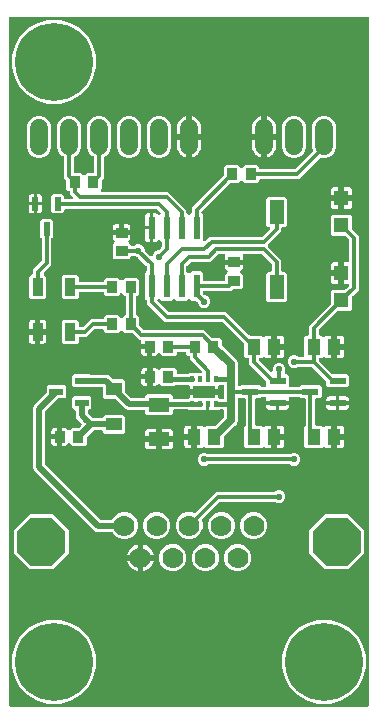
<source format=gtl>
G04 EAGLE Gerber RS-274X export*
G75*
%MOMM*%
%FSLAX34Y34*%
%LPD*%
%INTop Copper*%
%IPPOS*%
%AMOC8*
5,1,8,0,0,1.08239X$1,22.5*%
G01*
%ADD10R,0.980200X0.920900*%
%ADD11R,1.136100X1.379100*%
%ADD12R,1.815300X1.195500*%
%ADD13R,0.920900X0.980200*%
%ADD14R,0.960000X1.511800*%
%ADD15C,1.524000*%
%ADD16R,0.597100X1.148500*%
%ADD17R,1.300000X2.000000*%
%ADD18R,1.300000X1.300000*%
%ADD19R,0.870900X0.979100*%
%ADD20R,0.599100X1.971600*%
%ADD21R,0.400000X0.500000*%
%ADD22R,1.900000X1.100000*%
%ADD23R,1.400000X0.600000*%
%ADD24C,1.778000*%
%ADD25P,4.455117X8X22.500000*%
%ADD26R,1.148500X0.597100*%
%ADD27R,1.361200X1.114600*%
%ADD28R,0.979100X0.870900*%
%ADD29C,0.584200*%
%ADD30C,0.304800*%
%ADD31C,0.381000*%
%ADD32C,0.508000*%
%ADD33C,0.711200*%
%ADD34C,0.635000*%
%ADD35C,6.604000*%

G36*
X316348Y-63484D02*
X316348Y-63484D01*
X316467Y-63477D01*
X316505Y-63464D01*
X316546Y-63459D01*
X316656Y-63416D01*
X316769Y-63379D01*
X316804Y-63357D01*
X316841Y-63342D01*
X316937Y-63273D01*
X317038Y-63209D01*
X317066Y-63179D01*
X317099Y-63156D01*
X317175Y-63064D01*
X317256Y-62977D01*
X317276Y-62942D01*
X317301Y-62911D01*
X317352Y-62803D01*
X317410Y-62699D01*
X317420Y-62659D01*
X317437Y-62623D01*
X317459Y-62506D01*
X317489Y-62391D01*
X317493Y-62331D01*
X317497Y-62311D01*
X317495Y-62290D01*
X317499Y-62230D01*
X317499Y519430D01*
X317484Y519548D01*
X317477Y519667D01*
X317464Y519705D01*
X317459Y519746D01*
X317416Y519856D01*
X317379Y519969D01*
X317357Y520004D01*
X317342Y520041D01*
X317273Y520137D01*
X317209Y520238D01*
X317179Y520266D01*
X317156Y520299D01*
X317064Y520375D01*
X316977Y520456D01*
X316942Y520476D01*
X316911Y520501D01*
X316803Y520552D01*
X316699Y520610D01*
X316659Y520620D01*
X316623Y520637D01*
X316506Y520659D01*
X316391Y520689D01*
X316331Y520693D01*
X316311Y520697D01*
X316290Y520695D01*
X316230Y520699D01*
X13970Y520699D01*
X13852Y520684D01*
X13733Y520677D01*
X13695Y520664D01*
X13654Y520659D01*
X13544Y520616D01*
X13431Y520579D01*
X13396Y520557D01*
X13359Y520542D01*
X13263Y520473D01*
X13162Y520409D01*
X13134Y520379D01*
X13101Y520356D01*
X13025Y520264D01*
X12944Y520177D01*
X12924Y520142D01*
X12899Y520111D01*
X12848Y520003D01*
X12790Y519899D01*
X12780Y519859D01*
X12763Y519823D01*
X12741Y519706D01*
X12711Y519591D01*
X12707Y519531D01*
X12703Y519511D01*
X12705Y519490D01*
X12701Y519430D01*
X12701Y-62230D01*
X12716Y-62348D01*
X12723Y-62467D01*
X12736Y-62505D01*
X12741Y-62546D01*
X12784Y-62656D01*
X12821Y-62769D01*
X12843Y-62804D01*
X12858Y-62841D01*
X12927Y-62937D01*
X12991Y-63038D01*
X13021Y-63066D01*
X13044Y-63099D01*
X13136Y-63175D01*
X13223Y-63256D01*
X13258Y-63276D01*
X13289Y-63301D01*
X13397Y-63352D01*
X13501Y-63410D01*
X13541Y-63420D01*
X13577Y-63437D01*
X13694Y-63459D01*
X13809Y-63489D01*
X13869Y-63493D01*
X13889Y-63497D01*
X13910Y-63495D01*
X13970Y-63499D01*
X316230Y-63499D01*
X316348Y-63484D01*
G37*
%LPC*%
G36*
X171874Y155664D02*
X171874Y155664D01*
X171874Y163830D01*
X171859Y163948D01*
X171852Y164067D01*
X171839Y164105D01*
X171834Y164145D01*
X171790Y164256D01*
X171754Y164369D01*
X171732Y164404D01*
X171717Y164441D01*
X171647Y164537D01*
X171584Y164638D01*
X171554Y164666D01*
X171530Y164698D01*
X171439Y164774D01*
X171352Y164856D01*
X171317Y164875D01*
X171285Y164901D01*
X171178Y164952D01*
X171074Y165009D01*
X171034Y165020D01*
X170998Y165037D01*
X170881Y165059D01*
X170766Y165089D01*
X170705Y165093D01*
X170685Y165097D01*
X170665Y165095D01*
X170605Y165099D01*
X169334Y165099D01*
X169334Y165101D01*
X170605Y165101D01*
X170723Y165116D01*
X170842Y165123D01*
X170880Y165136D01*
X170920Y165141D01*
X171031Y165185D01*
X171144Y165221D01*
X171179Y165243D01*
X171216Y165258D01*
X171312Y165328D01*
X171413Y165391D01*
X171441Y165421D01*
X171473Y165445D01*
X171549Y165536D01*
X171631Y165623D01*
X171650Y165658D01*
X171676Y165690D01*
X171727Y165797D01*
X171784Y165901D01*
X171795Y165941D01*
X171812Y165977D01*
X171834Y166094D01*
X171864Y166209D01*
X171868Y166270D01*
X171872Y166290D01*
X171870Y166310D01*
X171874Y166370D01*
X171874Y174536D01*
X175350Y174536D01*
X175996Y174363D01*
X176575Y174029D01*
X176902Y173702D01*
X176997Y173629D01*
X177086Y173550D01*
X177122Y173531D01*
X177154Y173507D01*
X177263Y173459D01*
X177369Y173405D01*
X177409Y173396D01*
X177446Y173380D01*
X177563Y173362D01*
X177679Y173336D01*
X177720Y173337D01*
X177760Y173330D01*
X177878Y173342D01*
X177997Y173345D01*
X178036Y173357D01*
X178076Y173360D01*
X178188Y173401D01*
X178303Y173434D01*
X178337Y173454D01*
X178376Y173468D01*
X178474Y173535D01*
X178577Y173595D01*
X178622Y173635D01*
X178639Y173646D01*
X178652Y173662D01*
X178697Y173702D01*
X179532Y174536D01*
X187092Y174536D01*
X187190Y174549D01*
X187289Y174552D01*
X187348Y174568D01*
X187408Y174576D01*
X187500Y174613D01*
X187595Y174640D01*
X187647Y174671D01*
X187703Y174693D01*
X187784Y174751D01*
X187869Y174802D01*
X187944Y174868D01*
X187961Y174880D01*
X187969Y174889D01*
X187990Y174908D01*
X194573Y181491D01*
X194633Y181569D01*
X194701Y181641D01*
X194730Y181694D01*
X194767Y181742D01*
X194807Y181833D01*
X194855Y181920D01*
X194870Y181978D01*
X194894Y182034D01*
X194909Y182132D01*
X194934Y182228D01*
X194940Y182328D01*
X194944Y182348D01*
X194942Y182360D01*
X194944Y182388D01*
X194944Y186985D01*
X194929Y187103D01*
X194922Y187222D01*
X194909Y187260D01*
X194904Y187301D01*
X194861Y187411D01*
X194824Y187524D01*
X194802Y187559D01*
X194787Y187596D01*
X194718Y187692D01*
X194654Y187793D01*
X194624Y187821D01*
X194601Y187854D01*
X194509Y187930D01*
X194422Y188011D01*
X194387Y188031D01*
X194356Y188056D01*
X194248Y188107D01*
X194144Y188165D01*
X194104Y188175D01*
X194068Y188192D01*
X193951Y188214D01*
X193836Y188244D01*
X193776Y188248D01*
X193756Y188252D01*
X193735Y188250D01*
X193675Y188254D01*
X191723Y188254D01*
X191625Y188242D01*
X191526Y188239D01*
X191468Y188222D01*
X191408Y188214D01*
X191316Y188178D01*
X191220Y188150D01*
X191168Y188120D01*
X191112Y188097D01*
X191032Y188039D01*
X190947Y187989D01*
X190871Y187923D01*
X190855Y187911D01*
X190847Y187901D01*
X190826Y187883D01*
X190602Y187659D01*
X184347Y187659D01*
X184339Y187663D01*
X184287Y187676D01*
X184237Y187698D01*
X184133Y187714D01*
X184030Y187740D01*
X183976Y187739D01*
X183923Y187747D01*
X183818Y187738D01*
X183712Y187737D01*
X183628Y187720D01*
X183607Y187718D01*
X183592Y187712D01*
X183554Y187705D01*
X183384Y187659D01*
X182319Y187659D01*
X182319Y192700D01*
X182304Y192818D01*
X182297Y192937D01*
X182285Y192975D01*
X182280Y193015D01*
X182236Y193126D01*
X182199Y193239D01*
X182177Y193273D01*
X182163Y193311D01*
X182093Y193407D01*
X182029Y193508D01*
X181999Y193536D01*
X181976Y193568D01*
X181884Y193644D01*
X181797Y193726D01*
X181762Y193745D01*
X181731Y193771D01*
X181623Y193822D01*
X181519Y193879D01*
X181480Y193889D01*
X181443Y193907D01*
X181326Y193929D01*
X181211Y193959D01*
X181151Y193963D01*
X181131Y193966D01*
X181130Y193966D01*
X181110Y193965D01*
X181050Y193969D01*
X180932Y193954D01*
X180813Y193947D01*
X180774Y193934D01*
X180734Y193929D01*
X180624Y193885D01*
X180510Y193849D01*
X180476Y193827D01*
X180439Y193812D01*
X180342Y193742D01*
X180242Y193678D01*
X180214Y193649D01*
X180181Y193625D01*
X180105Y193533D01*
X180024Y193447D01*
X180004Y193411D01*
X179978Y193380D01*
X179928Y193273D01*
X179870Y193168D01*
X179860Y193129D01*
X179843Y193093D01*
X179821Y192976D01*
X179791Y192860D01*
X179787Y192800D01*
X179783Y192780D01*
X179784Y192760D01*
X179781Y192700D01*
X179781Y187659D01*
X178716Y187659D01*
X178546Y187705D01*
X178441Y187719D01*
X178338Y187742D01*
X178284Y187741D01*
X178230Y187748D01*
X178125Y187736D01*
X178020Y187733D01*
X177968Y187718D01*
X177915Y187712D01*
X177816Y187674D01*
X177766Y187659D01*
X164998Y187659D01*
X164774Y187883D01*
X164696Y187943D01*
X164624Y188011D01*
X164571Y188040D01*
X164523Y188077D01*
X164432Y188117D01*
X164345Y188165D01*
X164287Y188180D01*
X164231Y188204D01*
X164133Y188219D01*
X164038Y188244D01*
X163937Y188250D01*
X163917Y188254D01*
X163905Y188252D01*
X163877Y188254D01*
X152586Y188254D01*
X152468Y188239D01*
X152350Y188232D01*
X152311Y188219D01*
X152271Y188214D01*
X152160Y188171D01*
X152047Y188134D01*
X152013Y188112D01*
X151975Y188097D01*
X151879Y188028D01*
X151778Y187964D01*
X151751Y187934D01*
X151718Y187911D01*
X151642Y187819D01*
X151560Y187732D01*
X151541Y187697D01*
X151515Y187666D01*
X151464Y187558D01*
X151407Y187454D01*
X151397Y187414D01*
X151380Y187378D01*
X151357Y187261D01*
X151327Y187146D01*
X151324Y187086D01*
X151320Y187066D01*
X151321Y187045D01*
X151317Y186985D01*
X151317Y185369D01*
X149829Y183881D01*
X129571Y183881D01*
X128083Y185369D01*
X128083Y186350D01*
X128068Y186468D01*
X128060Y186587D01*
X128048Y186625D01*
X128043Y186666D01*
X127999Y186776D01*
X127962Y186889D01*
X127941Y186924D01*
X127926Y186961D01*
X127856Y187057D01*
X127792Y187158D01*
X127763Y187186D01*
X127739Y187219D01*
X127647Y187295D01*
X127561Y187376D01*
X127525Y187396D01*
X127494Y187421D01*
X127386Y187472D01*
X127282Y187530D01*
X127243Y187540D01*
X127206Y187557D01*
X127090Y187579D01*
X126974Y187609D01*
X126914Y187613D01*
X126894Y187617D01*
X126874Y187615D01*
X126814Y187619D01*
X113393Y187619D01*
X111526Y188393D01*
X102900Y197019D01*
X102822Y197079D01*
X102750Y197147D01*
X102697Y197176D01*
X102649Y197213D01*
X102558Y197253D01*
X102471Y197301D01*
X102413Y197316D01*
X102357Y197340D01*
X102259Y197355D01*
X102163Y197380D01*
X102063Y197386D01*
X102043Y197390D01*
X102031Y197388D01*
X102003Y197390D01*
X93742Y197390D01*
X92253Y198879D01*
X92253Y206350D01*
X92238Y206468D01*
X92231Y206587D01*
X92218Y206625D01*
X92213Y206666D01*
X92170Y206776D01*
X92133Y206889D01*
X92111Y206924D01*
X92096Y206961D01*
X92027Y207057D01*
X91963Y207158D01*
X91933Y207186D01*
X91910Y207219D01*
X91818Y207295D01*
X91731Y207376D01*
X91696Y207396D01*
X91665Y207421D01*
X91557Y207472D01*
X91453Y207530D01*
X91413Y207540D01*
X91377Y207557D01*
X91260Y207579D01*
X91145Y207609D01*
X91085Y207613D01*
X91065Y207617D01*
X91044Y207615D01*
X90984Y207619D01*
X81874Y207619D01*
X81776Y207607D01*
X81677Y207604D01*
X81619Y207587D01*
X81559Y207579D01*
X81467Y207543D01*
X81371Y207515D01*
X81319Y207485D01*
X81263Y207462D01*
X81183Y207404D01*
X81098Y207354D01*
X81022Y207288D01*
X81006Y207276D01*
X80998Y207266D01*
X80977Y207248D01*
X80903Y207174D01*
X67313Y207174D01*
X65825Y208662D01*
X65825Y216738D01*
X67313Y218226D01*
X80903Y218226D01*
X80977Y218152D01*
X81055Y218092D01*
X81127Y218024D01*
X81180Y217995D01*
X81228Y217958D01*
X81319Y217918D01*
X81406Y217870D01*
X81464Y217855D01*
X81520Y217831D01*
X81618Y217816D01*
X81713Y217791D01*
X81814Y217785D01*
X81834Y217781D01*
X81846Y217783D01*
X81874Y217781D01*
X95415Y217781D01*
X97282Y217007D01*
X100300Y213989D01*
X100378Y213929D01*
X100450Y213861D01*
X100503Y213832D01*
X100551Y213795D01*
X100642Y213755D01*
X100729Y213707D01*
X100787Y213692D01*
X100843Y213668D01*
X100941Y213653D01*
X101037Y213628D01*
X101137Y213622D01*
X101157Y213618D01*
X101169Y213620D01*
X101197Y213618D01*
X109458Y213618D01*
X110947Y212129D01*
X110947Y203868D01*
X110959Y203770D01*
X110962Y203671D01*
X110979Y203613D01*
X110987Y203553D01*
X111023Y203461D01*
X111051Y203366D01*
X111081Y203313D01*
X111104Y203257D01*
X111162Y203177D01*
X111212Y203092D01*
X111278Y203016D01*
X111290Y203000D01*
X111300Y202992D01*
X111318Y202971D01*
X116137Y198152D01*
X116215Y198092D01*
X116287Y198024D01*
X116340Y197995D01*
X116388Y197958D01*
X116479Y197918D01*
X116566Y197870D01*
X116624Y197855D01*
X116680Y197831D01*
X116778Y197816D01*
X116874Y197791D01*
X116974Y197785D01*
X116994Y197781D01*
X117006Y197783D01*
X117034Y197781D01*
X126814Y197781D01*
X126932Y197796D01*
X127050Y197803D01*
X127089Y197816D01*
X127129Y197821D01*
X127240Y197864D01*
X127353Y197901D01*
X127387Y197923D01*
X127425Y197938D01*
X127521Y198007D01*
X127622Y198071D01*
X127649Y198101D01*
X127682Y198124D01*
X127758Y198216D01*
X127840Y198303D01*
X127859Y198338D01*
X127885Y198369D01*
X127936Y198477D01*
X127993Y198581D01*
X128003Y198621D01*
X128020Y198657D01*
X128043Y198774D01*
X128073Y198889D01*
X128076Y198949D01*
X128080Y198969D01*
X128079Y198990D01*
X128083Y199050D01*
X128083Y199429D01*
X129571Y200917D01*
X149829Y200917D01*
X151317Y199429D01*
X151317Y198415D01*
X151332Y198297D01*
X151340Y198178D01*
X151352Y198140D01*
X151357Y198099D01*
X151401Y197989D01*
X151438Y197876D01*
X151459Y197841D01*
X151474Y197804D01*
X151544Y197708D01*
X151608Y197607D01*
X151637Y197579D01*
X151661Y197546D01*
X151753Y197470D01*
X151839Y197389D01*
X151875Y197369D01*
X151906Y197344D01*
X152014Y197293D01*
X152118Y197235D01*
X152157Y197225D01*
X152194Y197208D01*
X152310Y197186D01*
X152426Y197156D01*
X152486Y197152D01*
X152506Y197148D01*
X152526Y197150D01*
X152586Y197146D01*
X163877Y197146D01*
X163975Y197158D01*
X164074Y197161D01*
X164132Y197178D01*
X164192Y197186D01*
X164284Y197222D01*
X164380Y197250D01*
X164432Y197280D01*
X164488Y197303D01*
X164568Y197361D01*
X164653Y197411D01*
X164729Y197477D01*
X164745Y197489D01*
X164753Y197499D01*
X164774Y197517D01*
X165271Y198014D01*
X165298Y198031D01*
X165326Y198061D01*
X165359Y198084D01*
X165435Y198176D01*
X165516Y198263D01*
X165536Y198298D01*
X165561Y198329D01*
X165612Y198437D01*
X165670Y198541D01*
X165680Y198581D01*
X165697Y198617D01*
X165719Y198734D01*
X165749Y198849D01*
X165753Y198909D01*
X165757Y198929D01*
X165755Y198950D01*
X165759Y199010D01*
X165759Y200661D01*
X176530Y200661D01*
X176648Y200676D01*
X176767Y200683D01*
X176805Y200696D01*
X176845Y200701D01*
X176956Y200744D01*
X177069Y200781D01*
X177104Y200803D01*
X177141Y200818D01*
X177237Y200888D01*
X177338Y200951D01*
X177366Y200981D01*
X177398Y201005D01*
X177474Y201096D01*
X177556Y201183D01*
X177575Y201218D01*
X177601Y201249D01*
X177652Y201357D01*
X177709Y201461D01*
X177720Y201501D01*
X177737Y201537D01*
X177759Y201654D01*
X177789Y201769D01*
X177793Y201830D01*
X177797Y201850D01*
X177795Y201870D01*
X177799Y201930D01*
X177799Y204470D01*
X177784Y204588D01*
X177777Y204707D01*
X177764Y204745D01*
X177759Y204785D01*
X177715Y204896D01*
X177679Y205009D01*
X177657Y205044D01*
X177642Y205081D01*
X177572Y205177D01*
X177509Y205278D01*
X177479Y205306D01*
X177455Y205338D01*
X177364Y205414D01*
X177277Y205496D01*
X177242Y205515D01*
X177210Y205541D01*
X177103Y205592D01*
X176999Y205649D01*
X176959Y205660D01*
X176923Y205677D01*
X176806Y205699D01*
X176691Y205729D01*
X176630Y205733D01*
X176610Y205737D01*
X176590Y205735D01*
X176530Y205739D01*
X165759Y205739D01*
X165759Y207390D01*
X165744Y207508D01*
X165737Y207627D01*
X165724Y207665D01*
X165719Y207706D01*
X165676Y207816D01*
X165639Y207929D01*
X165617Y207964D01*
X165602Y208001D01*
X165533Y208097D01*
X165469Y208198D01*
X165439Y208226D01*
X165416Y208259D01*
X165324Y208335D01*
X165298Y208358D01*
X164774Y208883D01*
X164696Y208943D01*
X164624Y209011D01*
X164571Y209040D01*
X164523Y209077D01*
X164432Y209117D01*
X164345Y209165D01*
X164287Y209180D01*
X164231Y209204D01*
X164133Y209219D01*
X164038Y209244D01*
X163937Y209250D01*
X163917Y209254D01*
X163905Y209252D01*
X163877Y209254D01*
X154425Y209254D01*
X154326Y209242D01*
X154227Y209239D01*
X154169Y209222D01*
X154109Y209214D01*
X154017Y209178D01*
X153922Y209150D01*
X153870Y209120D01*
X153813Y209097D01*
X153733Y209039D01*
X153648Y208989D01*
X153573Y208923D01*
X153556Y208911D01*
X153548Y208901D01*
X153527Y208883D01*
X153103Y208458D01*
X141789Y208458D01*
X140573Y209675D01*
X140473Y209752D01*
X140378Y209834D01*
X140348Y209849D01*
X140321Y209870D01*
X140206Y209920D01*
X140093Y209976D01*
X140060Y209983D01*
X140030Y209996D01*
X139905Y210016D01*
X139782Y210042D01*
X139749Y210041D01*
X139715Y210046D01*
X139590Y210034D01*
X139465Y210029D01*
X139432Y210019D01*
X139399Y210016D01*
X139280Y209974D01*
X139160Y209937D01*
X139131Y209920D01*
X139100Y209908D01*
X138995Y209838D01*
X138888Y209773D01*
X138864Y209749D01*
X138836Y209730D01*
X138753Y209635D01*
X138665Y209546D01*
X138638Y209505D01*
X138626Y209491D01*
X138616Y209472D01*
X138599Y209446D01*
X138118Y208966D01*
X137539Y208631D01*
X136893Y208458D01*
X134256Y208458D01*
X134256Y214868D01*
X134241Y214986D01*
X134233Y215104D01*
X134221Y215143D01*
X134216Y215183D01*
X134172Y215294D01*
X134135Y215407D01*
X134114Y215441D01*
X134099Y215479D01*
X134029Y215575D01*
X133965Y215676D01*
X133936Y215703D01*
X133912Y215736D01*
X133820Y215812D01*
X133733Y215894D01*
X133715Y215904D01*
X133794Y215954D01*
X133822Y215983D01*
X133855Y216007D01*
X133931Y216099D01*
X134012Y216185D01*
X134032Y216221D01*
X134058Y216252D01*
X134108Y216360D01*
X134166Y216464D01*
X134176Y216503D01*
X134193Y216540D01*
X134216Y216656D01*
X134245Y216772D01*
X134249Y216832D01*
X134253Y216852D01*
X134252Y216872D01*
X134256Y216932D01*
X134256Y223342D01*
X136893Y223342D01*
X137539Y223169D01*
X138118Y222834D01*
X138612Y222341D01*
X138652Y222288D01*
X138723Y222184D01*
X138748Y222162D01*
X138768Y222135D01*
X138867Y222057D01*
X138961Y221974D01*
X138991Y221958D01*
X139017Y221937D01*
X139132Y221886D01*
X139244Y221829D01*
X139277Y221822D01*
X139308Y221808D01*
X139432Y221787D01*
X139555Y221759D01*
X139588Y221760D01*
X139621Y221755D01*
X139747Y221765D01*
X139872Y221769D01*
X139905Y221778D01*
X139938Y221781D01*
X140057Y221822D01*
X140178Y221857D01*
X140207Y221874D01*
X140239Y221886D01*
X140344Y221955D01*
X140452Y222019D01*
X140488Y222051D01*
X140504Y222061D01*
X140518Y222077D01*
X140573Y222125D01*
X141789Y223342D01*
X153103Y223342D01*
X154591Y221853D01*
X154591Y219415D01*
X154606Y219297D01*
X154614Y219178D01*
X154626Y219140D01*
X154631Y219099D01*
X154675Y218989D01*
X154712Y218876D01*
X154733Y218841D01*
X154748Y218804D01*
X154818Y218708D01*
X154882Y218607D01*
X154911Y218579D01*
X154935Y218546D01*
X155027Y218470D01*
X155113Y218389D01*
X155149Y218369D01*
X155180Y218344D01*
X155288Y218293D01*
X155392Y218235D01*
X155431Y218225D01*
X155468Y218208D01*
X155584Y218186D01*
X155700Y218156D01*
X155760Y218152D01*
X155780Y218148D01*
X155800Y218150D01*
X155860Y218146D01*
X163877Y218146D01*
X163975Y218158D01*
X164074Y218161D01*
X164132Y218178D01*
X164192Y218186D01*
X164284Y218222D01*
X164380Y218250D01*
X164432Y218280D01*
X164488Y218303D01*
X164568Y218361D01*
X164653Y218411D01*
X164729Y218477D01*
X164745Y218489D01*
X164753Y218499D01*
X164774Y218517D01*
X164998Y218741D01*
X174661Y218741D01*
X174798Y218758D01*
X174937Y218771D01*
X174956Y218778D01*
X174976Y218781D01*
X175105Y218832D01*
X175236Y218879D01*
X175253Y218890D01*
X175272Y218898D01*
X175384Y218979D01*
X175499Y219057D01*
X175513Y219073D01*
X175529Y219084D01*
X175618Y219192D01*
X175710Y219296D01*
X175719Y219314D01*
X175732Y219329D01*
X175791Y219455D01*
X175854Y219579D01*
X175859Y219599D01*
X175868Y219617D01*
X175894Y219753D01*
X175924Y219889D01*
X175924Y219910D01*
X175927Y219929D01*
X175919Y220068D01*
X175914Y220207D01*
X175909Y220227D01*
X175908Y220247D01*
X175865Y220379D01*
X175826Y220513D01*
X175816Y220530D01*
X175810Y220549D01*
X175735Y220667D01*
X175665Y220787D01*
X175646Y220808D01*
X175639Y220818D01*
X175624Y220832D01*
X175558Y220907D01*
X168492Y227974D01*
X165739Y230726D01*
X165739Y232595D01*
X165724Y232713D01*
X165717Y232831D01*
X165704Y232870D01*
X165699Y232910D01*
X165656Y233021D01*
X165619Y233134D01*
X165597Y233168D01*
X165582Y233206D01*
X165513Y233302D01*
X165449Y233403D01*
X165419Y233430D01*
X165396Y233463D01*
X165304Y233539D01*
X165217Y233621D01*
X165182Y233640D01*
X165151Y233666D01*
X165043Y233717D01*
X164939Y233774D01*
X164899Y233784D01*
X164863Y233801D01*
X164746Y233824D01*
X164631Y233854D01*
X164571Y233857D01*
X164551Y233861D01*
X164530Y233860D01*
X164470Y233864D01*
X164397Y233864D01*
X162909Y235352D01*
X162909Y235966D01*
X162894Y236084D01*
X162886Y236203D01*
X162874Y236241D01*
X162869Y236282D01*
X162825Y236392D01*
X162788Y236505D01*
X162767Y236540D01*
X162752Y236577D01*
X162682Y236673D01*
X162618Y236774D01*
X162589Y236802D01*
X162565Y236835D01*
X162473Y236911D01*
X162387Y236992D01*
X162351Y237012D01*
X162320Y237037D01*
X162212Y237088D01*
X162108Y237146D01*
X162069Y237156D01*
X162032Y237173D01*
X161916Y237195D01*
X161800Y237225D01*
X161740Y237229D01*
X161720Y237233D01*
X161700Y237231D01*
X161640Y237235D01*
X155860Y237235D01*
X155742Y237220D01*
X155624Y237213D01*
X155585Y237200D01*
X155545Y237195D01*
X155434Y237152D01*
X155321Y237115D01*
X155287Y237093D01*
X155249Y237078D01*
X155153Y237009D01*
X155052Y236945D01*
X155025Y236915D01*
X154992Y236892D01*
X154916Y236800D01*
X154834Y236713D01*
X154815Y236678D01*
X154789Y236647D01*
X154738Y236539D01*
X154681Y236435D01*
X154671Y236395D01*
X154654Y236359D01*
X154631Y236242D01*
X154601Y236127D01*
X154598Y236067D01*
X154594Y236047D01*
X154595Y236026D01*
X154591Y235966D01*
X154591Y235352D01*
X153103Y233864D01*
X142289Y233864D01*
X140439Y235714D01*
X140345Y235787D01*
X140330Y235801D01*
X140325Y235804D01*
X140244Y235873D01*
X140214Y235888D01*
X140187Y235909D01*
X140072Y235959D01*
X139959Y236015D01*
X139926Y236022D01*
X139896Y236035D01*
X139771Y236055D01*
X139648Y236081D01*
X139615Y236080D01*
X139581Y236085D01*
X139456Y236074D01*
X139331Y236068D01*
X139298Y236059D01*
X139265Y236056D01*
X139146Y236013D01*
X139026Y235977D01*
X138997Y235959D01*
X138966Y235948D01*
X138861Y235877D01*
X138754Y235812D01*
X138730Y235788D01*
X138702Y235769D01*
X138619Y235675D01*
X138531Y235585D01*
X138504Y235545D01*
X138492Y235531D01*
X138482Y235512D01*
X138442Y235451D01*
X138092Y234844D01*
X137618Y234371D01*
X137039Y234037D01*
X136393Y233864D01*
X133881Y233864D01*
X133881Y240393D01*
X133866Y240511D01*
X133858Y240629D01*
X133846Y240668D01*
X133841Y240708D01*
X133797Y240819D01*
X133760Y240932D01*
X133739Y240966D01*
X133724Y241004D01*
X133654Y241100D01*
X133590Y241201D01*
X133561Y241228D01*
X133537Y241261D01*
X133445Y241337D01*
X133358Y241419D01*
X133323Y241438D01*
X133292Y241464D01*
X133184Y241515D01*
X133080Y241572D01*
X133041Y241582D01*
X133004Y241599D01*
X132887Y241622D01*
X132772Y241652D01*
X132712Y241655D01*
X132692Y241659D01*
X132671Y241658D01*
X132611Y241662D01*
X132066Y241662D01*
X132066Y242207D01*
X132051Y242325D01*
X132043Y242444D01*
X132031Y242483D01*
X132026Y242523D01*
X131982Y242634D01*
X131945Y242747D01*
X131924Y242781D01*
X131909Y242818D01*
X131839Y242915D01*
X131775Y243015D01*
X131746Y243043D01*
X131722Y243076D01*
X131630Y243152D01*
X131544Y243233D01*
X131508Y243253D01*
X131477Y243279D01*
X131369Y243329D01*
X131265Y243387D01*
X131226Y243397D01*
X131189Y243414D01*
X131073Y243437D01*
X130957Y243466D01*
X130897Y243470D01*
X130877Y243474D01*
X130857Y243473D01*
X130797Y243477D01*
X124809Y243477D01*
X124809Y246126D01*
X124794Y246244D01*
X124786Y246363D01*
X124774Y246401D01*
X124769Y246442D01*
X124725Y246552D01*
X124688Y246665D01*
X124667Y246700D01*
X124652Y246737D01*
X124582Y246833D01*
X124518Y246934D01*
X124489Y246962D01*
X124465Y246995D01*
X124373Y247071D01*
X124287Y247152D01*
X124251Y247172D01*
X124220Y247197D01*
X124112Y247248D01*
X124008Y247306D01*
X123969Y247316D01*
X123932Y247333D01*
X123816Y247355D01*
X123700Y247385D01*
X123640Y247389D01*
X123620Y247393D01*
X123600Y247391D01*
X123540Y247395D01*
X123152Y247395D01*
X118006Y252542D01*
X117927Y252603D01*
X117855Y252671D01*
X117802Y252700D01*
X117754Y252737D01*
X117663Y252776D01*
X117577Y252824D01*
X117518Y252839D01*
X117462Y252863D01*
X117364Y252879D01*
X117269Y252904D01*
X117169Y252910D01*
X117148Y252913D01*
X117136Y252912D01*
X117108Y252914D01*
X110539Y252914D01*
X108847Y254605D01*
X108753Y254678D01*
X108664Y254757D01*
X108628Y254775D01*
X108596Y254800D01*
X108487Y254848D01*
X108381Y254902D01*
X108342Y254911D01*
X108304Y254927D01*
X108187Y254945D01*
X108071Y254971D01*
X108030Y254970D01*
X107990Y254976D01*
X107872Y254965D01*
X107753Y254962D01*
X107714Y254950D01*
X107674Y254947D01*
X107562Y254906D01*
X107447Y254873D01*
X107412Y254853D01*
X107374Y254839D01*
X107276Y254772D01*
X107173Y254712D01*
X107128Y254672D01*
X107111Y254660D01*
X107098Y254645D01*
X107052Y254605D01*
X105361Y252914D01*
X94547Y252914D01*
X93059Y254402D01*
X93059Y255016D01*
X93044Y255134D01*
X93036Y255253D01*
X93024Y255291D01*
X93019Y255332D01*
X92975Y255442D01*
X92938Y255555D01*
X92917Y255590D01*
X92902Y255627D01*
X92832Y255723D01*
X92768Y255824D01*
X92739Y255852D01*
X92715Y255885D01*
X92623Y255961D01*
X92537Y256042D01*
X92501Y256062D01*
X92470Y256087D01*
X92362Y256138D01*
X92258Y256196D01*
X92219Y256206D01*
X92182Y256223D01*
X92066Y256245D01*
X91950Y256275D01*
X91890Y256279D01*
X91870Y256283D01*
X91850Y256281D01*
X91790Y256285D01*
X85905Y256285D01*
X85807Y256273D01*
X85708Y256270D01*
X85650Y256253D01*
X85590Y256245D01*
X85498Y256209D01*
X85403Y256181D01*
X85351Y256151D01*
X85294Y256128D01*
X85214Y256070D01*
X85129Y256020D01*
X85053Y255954D01*
X85037Y255942D01*
X85029Y255932D01*
X85008Y255914D01*
X79030Y249935D01*
X73256Y249935D01*
X73138Y249920D01*
X73019Y249913D01*
X72981Y249900D01*
X72940Y249895D01*
X72830Y249852D01*
X72717Y249815D01*
X72682Y249793D01*
X72645Y249778D01*
X72549Y249709D01*
X72448Y249645D01*
X72420Y249615D01*
X72387Y249592D01*
X72311Y249500D01*
X72230Y249413D01*
X72210Y249378D01*
X72185Y249347D01*
X72134Y249239D01*
X72076Y249135D01*
X72066Y249095D01*
X72049Y249059D01*
X72027Y248942D01*
X71997Y248827D01*
X71993Y248767D01*
X71989Y248747D01*
X71991Y248726D01*
X71987Y248666D01*
X71987Y245389D01*
X70498Y243900D01*
X58794Y243900D01*
X57305Y245389D01*
X57305Y262611D01*
X58794Y264100D01*
X70498Y264100D01*
X71987Y262611D01*
X71987Y259334D01*
X72002Y259216D01*
X72009Y259097D01*
X72022Y259059D01*
X72027Y259018D01*
X72070Y258908D01*
X72107Y258795D01*
X72129Y258760D01*
X72144Y258723D01*
X72213Y258627D01*
X72277Y258526D01*
X72307Y258498D01*
X72330Y258465D01*
X72422Y258389D01*
X72509Y258308D01*
X72544Y258288D01*
X72575Y258263D01*
X72683Y258212D01*
X72787Y258154D01*
X72827Y258144D01*
X72863Y258127D01*
X72980Y258105D01*
X73095Y258075D01*
X73155Y258071D01*
X73175Y258067D01*
X73196Y258069D01*
X73256Y258065D01*
X75137Y258065D01*
X75235Y258077D01*
X75334Y258080D01*
X75392Y258097D01*
X75452Y258105D01*
X75544Y258141D01*
X75639Y258169D01*
X75691Y258199D01*
X75748Y258222D01*
X75828Y258280D01*
X75913Y258330D01*
X75989Y258396D01*
X76005Y258408D01*
X76013Y258418D01*
X76034Y258436D01*
X82012Y264415D01*
X91790Y264415D01*
X91908Y264430D01*
X92026Y264437D01*
X92065Y264450D01*
X92105Y264455D01*
X92216Y264498D01*
X92329Y264535D01*
X92363Y264557D01*
X92401Y264572D01*
X92497Y264641D01*
X92598Y264705D01*
X92625Y264735D01*
X92658Y264758D01*
X92734Y264850D01*
X92816Y264937D01*
X92835Y264972D01*
X92861Y265003D01*
X92912Y265111D01*
X92969Y265215D01*
X92979Y265255D01*
X92996Y265291D01*
X93019Y265408D01*
X93049Y265523D01*
X93052Y265583D01*
X93056Y265603D01*
X93055Y265624D01*
X93059Y265684D01*
X93059Y266298D01*
X94547Y267786D01*
X105361Y267786D01*
X107052Y266095D01*
X107147Y266022D01*
X107236Y265943D01*
X107272Y265925D01*
X107304Y265900D01*
X107413Y265852D01*
X107519Y265798D01*
X107558Y265789D01*
X107596Y265773D01*
X107713Y265755D01*
X107829Y265729D01*
X107870Y265730D01*
X107910Y265724D01*
X108028Y265735D01*
X108147Y265738D01*
X108186Y265750D01*
X108226Y265753D01*
X108339Y265794D01*
X108453Y265827D01*
X108487Y265847D01*
X108526Y265861D01*
X108624Y265928D01*
X108727Y265988D01*
X108772Y266028D01*
X108789Y266040D01*
X108802Y266055D01*
X108847Y266095D01*
X110539Y267786D01*
X110612Y267786D01*
X110730Y267801D01*
X110849Y267809D01*
X110887Y267821D01*
X110928Y267826D01*
X111038Y267870D01*
X111151Y267907D01*
X111186Y267928D01*
X111223Y267943D01*
X111319Y268013D01*
X111420Y268077D01*
X111448Y268106D01*
X111481Y268130D01*
X111557Y268222D01*
X111638Y268308D01*
X111658Y268344D01*
X111683Y268375D01*
X111734Y268483D01*
X111792Y268587D01*
X111802Y268626D01*
X111819Y268663D01*
X111841Y268779D01*
X111871Y268895D01*
X111875Y268955D01*
X111879Y268975D01*
X111877Y268995D01*
X111881Y269055D01*
X111881Y283395D01*
X111866Y283513D01*
X111859Y283631D01*
X111846Y283670D01*
X111841Y283710D01*
X111798Y283821D01*
X111761Y283934D01*
X111739Y283968D01*
X111724Y284006D01*
X111655Y284102D01*
X111591Y284203D01*
X111561Y284230D01*
X111538Y284263D01*
X111446Y284339D01*
X111359Y284421D01*
X111324Y284440D01*
X111293Y284466D01*
X111185Y284517D01*
X111081Y284574D01*
X111041Y284584D01*
X111005Y284601D01*
X110888Y284624D01*
X110773Y284654D01*
X110713Y284657D01*
X110693Y284661D01*
X110672Y284660D01*
X110612Y284664D01*
X110539Y284664D01*
X108847Y286355D01*
X108753Y286428D01*
X108664Y286507D01*
X108628Y286525D01*
X108596Y286550D01*
X108487Y286598D01*
X108381Y286652D01*
X108342Y286661D01*
X108304Y286677D01*
X108187Y286695D01*
X108071Y286721D01*
X108030Y286720D01*
X107990Y286726D01*
X107872Y286715D01*
X107753Y286712D01*
X107714Y286700D01*
X107674Y286697D01*
X107562Y286656D01*
X107447Y286623D01*
X107412Y286603D01*
X107374Y286589D01*
X107276Y286522D01*
X107173Y286462D01*
X107128Y286422D01*
X107111Y286410D01*
X107098Y286395D01*
X107052Y286355D01*
X105361Y284664D01*
X94547Y284664D01*
X93059Y286152D01*
X93059Y286766D01*
X93044Y286884D01*
X93036Y287003D01*
X93024Y287041D01*
X93019Y287082D01*
X92975Y287192D01*
X92938Y287305D01*
X92917Y287340D01*
X92902Y287377D01*
X92832Y287473D01*
X92768Y287574D01*
X92739Y287602D01*
X92715Y287635D01*
X92623Y287711D01*
X92537Y287792D01*
X92501Y287812D01*
X92470Y287837D01*
X92362Y287888D01*
X92258Y287946D01*
X92219Y287956D01*
X92182Y287973D01*
X92066Y287995D01*
X91950Y288025D01*
X91890Y288029D01*
X91870Y288033D01*
X91850Y288031D01*
X91790Y288035D01*
X73256Y288035D01*
X73138Y288020D01*
X73019Y288013D01*
X72981Y288000D01*
X72940Y287995D01*
X72830Y287952D01*
X72717Y287915D01*
X72682Y287893D01*
X72645Y287878D01*
X72549Y287809D01*
X72448Y287745D01*
X72420Y287715D01*
X72387Y287692D01*
X72311Y287600D01*
X72230Y287513D01*
X72210Y287478D01*
X72185Y287447D01*
X72134Y287339D01*
X72076Y287235D01*
X72066Y287195D01*
X72049Y287159D01*
X72027Y287042D01*
X71997Y286927D01*
X71993Y286867D01*
X71989Y286847D01*
X71991Y286826D01*
X71987Y286766D01*
X71987Y283489D01*
X70498Y282000D01*
X58794Y282000D01*
X57305Y283489D01*
X57305Y300711D01*
X58794Y302200D01*
X70498Y302200D01*
X71987Y300711D01*
X71987Y297434D01*
X72002Y297316D01*
X72009Y297197D01*
X72022Y297159D01*
X72027Y297118D01*
X72070Y297008D01*
X72107Y296895D01*
X72129Y296860D01*
X72144Y296823D01*
X72213Y296727D01*
X72277Y296626D01*
X72307Y296598D01*
X72330Y296565D01*
X72422Y296489D01*
X72509Y296408D01*
X72544Y296388D01*
X72575Y296363D01*
X72683Y296312D01*
X72787Y296254D01*
X72827Y296244D01*
X72863Y296227D01*
X72980Y296205D01*
X73095Y296175D01*
X73155Y296171D01*
X73175Y296167D01*
X73196Y296169D01*
X73256Y296165D01*
X91790Y296165D01*
X91908Y296180D01*
X92026Y296187D01*
X92065Y296200D01*
X92105Y296205D01*
X92216Y296248D01*
X92329Y296285D01*
X92363Y296307D01*
X92401Y296322D01*
X92497Y296391D01*
X92598Y296455D01*
X92625Y296485D01*
X92658Y296508D01*
X92734Y296600D01*
X92816Y296687D01*
X92835Y296722D01*
X92861Y296753D01*
X92912Y296861D01*
X92969Y296965D01*
X92979Y297005D01*
X92996Y297041D01*
X93019Y297158D01*
X93049Y297273D01*
X93052Y297333D01*
X93056Y297353D01*
X93055Y297374D01*
X93059Y297434D01*
X93059Y298048D01*
X94547Y299536D01*
X105361Y299536D01*
X107052Y297845D01*
X107147Y297772D01*
X107236Y297693D01*
X107272Y297675D01*
X107304Y297650D01*
X107413Y297602D01*
X107519Y297548D01*
X107558Y297539D01*
X107596Y297523D01*
X107713Y297505D01*
X107829Y297479D01*
X107870Y297480D01*
X107910Y297474D01*
X108028Y297485D01*
X108147Y297488D01*
X108186Y297500D01*
X108226Y297503D01*
X108339Y297544D01*
X108453Y297577D01*
X108487Y297597D01*
X108526Y297611D01*
X108624Y297678D01*
X108727Y297738D01*
X108772Y297778D01*
X108789Y297790D01*
X108802Y297805D01*
X108847Y297845D01*
X110539Y299536D01*
X121353Y299536D01*
X122841Y298048D01*
X122841Y286152D01*
X121353Y284664D01*
X121280Y284664D01*
X121162Y284649D01*
X121043Y284641D01*
X121005Y284629D01*
X120964Y284624D01*
X120854Y284580D01*
X120741Y284543D01*
X120706Y284522D01*
X120669Y284507D01*
X120573Y284437D01*
X120472Y284373D01*
X120444Y284344D01*
X120411Y284320D01*
X120335Y284228D01*
X120254Y284142D01*
X120234Y284106D01*
X120209Y284075D01*
X120158Y283967D01*
X120100Y283863D01*
X120090Y283824D01*
X120073Y283787D01*
X120051Y283671D01*
X120021Y283555D01*
X120017Y283495D01*
X120013Y283475D01*
X120015Y283455D01*
X120011Y283395D01*
X120011Y269055D01*
X120026Y268937D01*
X120033Y268819D01*
X120046Y268780D01*
X120051Y268740D01*
X120094Y268629D01*
X120131Y268516D01*
X120153Y268482D01*
X120168Y268444D01*
X120237Y268348D01*
X120301Y268247D01*
X120331Y268220D01*
X120354Y268187D01*
X120446Y268111D01*
X120533Y268029D01*
X120568Y268010D01*
X120599Y267984D01*
X120707Y267933D01*
X120811Y267876D01*
X120851Y267866D01*
X120887Y267849D01*
X121004Y267826D01*
X121119Y267796D01*
X121179Y267793D01*
X121199Y267789D01*
X121220Y267790D01*
X121280Y267786D01*
X121353Y267786D01*
X122841Y266298D01*
X122841Y259729D01*
X122854Y259631D01*
X122857Y259532D01*
X122873Y259473D01*
X122881Y259413D01*
X122918Y259321D01*
X122945Y259226D01*
X122976Y259174D01*
X122998Y259118D01*
X123056Y259038D01*
X123107Y258952D01*
X123173Y258877D01*
X123185Y258860D01*
X123194Y258853D01*
X123213Y258831D01*
X126148Y255896D01*
X126226Y255836D01*
X126298Y255768D01*
X126351Y255739D01*
X126399Y255702D01*
X126490Y255662D01*
X126577Y255614D01*
X126635Y255599D01*
X126691Y255575D01*
X126789Y255560D01*
X126885Y255535D01*
X126985Y255529D01*
X127005Y255525D01*
X127017Y255527D01*
X127045Y255525D01*
X178214Y255525D01*
X184630Y249108D01*
X184709Y249047D01*
X184781Y248979D01*
X184834Y248950D01*
X184882Y248913D01*
X184973Y248874D01*
X185059Y248826D01*
X185118Y248811D01*
X185174Y248787D01*
X185272Y248771D01*
X185367Y248746D01*
X185467Y248740D01*
X185488Y248737D01*
X185500Y248738D01*
X185528Y248736D01*
X191203Y248736D01*
X192691Y247248D01*
X192691Y243014D01*
X192704Y242916D01*
X192707Y242817D01*
X192723Y242758D01*
X192731Y242698D01*
X192768Y242606D01*
X192795Y242511D01*
X192826Y242459D01*
X192848Y242403D01*
X192906Y242322D01*
X192957Y242237D01*
X193023Y242162D01*
X193035Y242145D01*
X193044Y242137D01*
X193063Y242116D01*
X203719Y231460D01*
X205506Y229674D01*
X206376Y227573D01*
X206376Y218285D01*
X206377Y218276D01*
X206376Y218267D01*
X206397Y218118D01*
X206398Y218107D01*
X206403Y218037D01*
X206410Y218015D01*
X206416Y217969D01*
X206419Y217961D01*
X206420Y217952D01*
X206472Y217799D01*
X206757Y217113D01*
X206757Y214687D01*
X206472Y214001D01*
X206470Y213992D01*
X206465Y213984D01*
X206428Y213839D01*
X206388Y213694D01*
X206388Y213685D01*
X206386Y213676D01*
X206376Y213515D01*
X206376Y209133D01*
X206393Y208995D01*
X206406Y208857D01*
X206413Y208838D01*
X206416Y208818D01*
X206467Y208688D01*
X206514Y208557D01*
X206525Y208541D01*
X206533Y208522D01*
X206614Y208410D01*
X206692Y208294D01*
X206708Y208281D01*
X206719Y208265D01*
X206827Y208176D01*
X206931Y208084D01*
X206949Y208075D01*
X206964Y208062D01*
X207090Y208002D01*
X207214Y207939D01*
X207234Y207935D01*
X207252Y207926D01*
X207389Y207900D01*
X207524Y207870D01*
X207545Y207870D01*
X207564Y207866D01*
X207703Y207875D01*
X207842Y207879D01*
X207862Y207885D01*
X207882Y207886D01*
X208014Y207929D01*
X208148Y207968D01*
X208165Y207978D01*
X208184Y207984D01*
X208302Y208059D01*
X208422Y208129D01*
X208443Y208148D01*
X208453Y208154D01*
X208467Y208169D01*
X208542Y208236D01*
X209048Y208741D01*
X225152Y208741D01*
X226257Y207636D01*
X226335Y207576D01*
X226407Y207508D01*
X226460Y207479D01*
X226508Y207442D01*
X226599Y207402D01*
X226686Y207354D01*
X226744Y207339D01*
X226800Y207315D01*
X226898Y207300D01*
X226993Y207275D01*
X227094Y207269D01*
X227114Y207265D01*
X227126Y207267D01*
X227154Y207265D01*
X229290Y207265D01*
X229408Y207280D01*
X229527Y207287D01*
X229565Y207300D01*
X229606Y207305D01*
X229716Y207348D01*
X229829Y207385D01*
X229864Y207407D01*
X229901Y207422D01*
X229997Y207491D01*
X230098Y207555D01*
X230126Y207585D01*
X230159Y207608D01*
X230235Y207700D01*
X230316Y207787D01*
X230336Y207822D01*
X230361Y207853D01*
X230412Y207961D01*
X230470Y208065D01*
X230480Y208105D01*
X230497Y208141D01*
X230519Y208258D01*
X230549Y208373D01*
X230553Y208433D01*
X230557Y208453D01*
X230555Y208474D01*
X230559Y208534D01*
X230559Y211477D01*
X230547Y211575D01*
X230544Y211674D01*
X230527Y211732D01*
X230519Y211792D01*
X230483Y211884D01*
X230455Y211979D01*
X230425Y212031D01*
X230402Y212088D01*
X230344Y212168D01*
X230294Y212253D01*
X230228Y212329D01*
X230216Y212345D01*
X230206Y212353D01*
X230188Y212374D01*
X216070Y226491D01*
X216070Y230595D01*
X216055Y230713D01*
X216048Y230831D01*
X216035Y230870D01*
X216030Y230910D01*
X215987Y231021D01*
X215950Y231134D01*
X215928Y231168D01*
X215913Y231206D01*
X215844Y231302D01*
X215780Y231403D01*
X215750Y231430D01*
X215727Y231463D01*
X215635Y231539D01*
X215548Y231621D01*
X215513Y231640D01*
X215482Y231666D01*
X215374Y231717D01*
X215270Y231774D01*
X215230Y231784D01*
X215194Y231801D01*
X215077Y231824D01*
X214962Y231854D01*
X214902Y231857D01*
X214882Y231861D01*
X214861Y231860D01*
X214801Y231864D01*
X213402Y231864D01*
X211914Y233352D01*
X211914Y243247D01*
X211901Y243345D01*
X211898Y243444D01*
X211882Y243503D01*
X211874Y243563D01*
X211837Y243655D01*
X211810Y243750D01*
X211779Y243802D01*
X211757Y243858D01*
X211699Y243938D01*
X211648Y244024D01*
X211582Y244099D01*
X211570Y244116D01*
X211561Y244123D01*
X211542Y244145D01*
X193423Y262264D01*
X193345Y262324D01*
X193273Y262392D01*
X193220Y262421D01*
X193172Y262458D01*
X193081Y262498D01*
X192994Y262546D01*
X192936Y262561D01*
X192880Y262585D01*
X192782Y262600D01*
X192686Y262625D01*
X192586Y262631D01*
X192566Y262635D01*
X192554Y262633D01*
X192526Y262635D01*
X144366Y262635D01*
X129285Y277716D01*
X129285Y279875D01*
X129273Y279974D01*
X129270Y280073D01*
X129253Y280131D01*
X129245Y280191D01*
X129209Y280283D01*
X129181Y280378D01*
X129151Y280430D01*
X129128Y280487D01*
X129070Y280567D01*
X129020Y280652D01*
X128954Y280727D01*
X128942Y280744D01*
X128932Y280752D01*
X128914Y280773D01*
X127814Y281873D01*
X127814Y303693D01*
X128914Y304793D01*
X128974Y304871D01*
X129042Y304944D01*
X129071Y304997D01*
X129108Y305044D01*
X129148Y305135D01*
X129196Y305222D01*
X129211Y305281D01*
X129235Y305336D01*
X129250Y305434D01*
X129275Y305530D01*
X129281Y305630D01*
X129285Y305650D01*
X129283Y305663D01*
X129285Y305691D01*
X129285Y308941D01*
X129273Y309039D01*
X129270Y309138D01*
X129253Y309196D01*
X129245Y309256D01*
X129209Y309348D01*
X129181Y309443D01*
X129151Y309495D01*
X129128Y309552D01*
X129070Y309632D01*
X129020Y309717D01*
X128954Y309793D01*
X128942Y309809D01*
X128932Y309817D01*
X128914Y309838D01*
X122131Y316621D01*
X122053Y316681D01*
X121981Y316749D01*
X121928Y316778D01*
X121880Y316815D01*
X121789Y316855D01*
X121702Y316903D01*
X121644Y316918D01*
X121588Y316942D01*
X121490Y316957D01*
X121394Y316982D01*
X121294Y316988D01*
X121274Y316992D01*
X121262Y316990D01*
X121234Y316992D01*
X120960Y316992D01*
X118952Y317824D01*
X118758Y318018D01*
X118680Y318078D01*
X118608Y318146D01*
X118555Y318175D01*
X118507Y318212D01*
X118416Y318252D01*
X118330Y318300D01*
X118271Y318315D01*
X118215Y318339D01*
X118117Y318354D01*
X118022Y318379D01*
X117922Y318385D01*
X117901Y318389D01*
X117889Y318387D01*
X117861Y318389D01*
X116661Y318389D01*
X116543Y318374D01*
X116424Y318367D01*
X116386Y318354D01*
X116345Y318349D01*
X116235Y318306D01*
X116122Y318269D01*
X116087Y318247D01*
X116050Y318232D01*
X115954Y318163D01*
X115853Y318099D01*
X115825Y318069D01*
X115792Y318046D01*
X115716Y317954D01*
X115635Y317867D01*
X115615Y317832D01*
X115590Y317801D01*
X115539Y317693D01*
X115481Y317589D01*
X115471Y317549D01*
X115454Y317513D01*
X115432Y317396D01*
X115402Y317281D01*
X115398Y317221D01*
X115394Y317201D01*
X115396Y317180D01*
X115392Y317120D01*
X115392Y316797D01*
X113903Y315309D01*
X101997Y315309D01*
X100508Y316797D01*
X100508Y328111D01*
X101725Y329327D01*
X101802Y329427D01*
X101884Y329522D01*
X101899Y329552D01*
X101920Y329579D01*
X101970Y329694D01*
X102026Y329807D01*
X102033Y329840D01*
X102046Y329870D01*
X102066Y329995D01*
X102092Y330118D01*
X102091Y330151D01*
X102096Y330185D01*
X102084Y330310D01*
X102079Y330435D01*
X102069Y330468D01*
X102066Y330501D01*
X102024Y330620D01*
X101987Y330740D01*
X101970Y330769D01*
X101958Y330800D01*
X101888Y330905D01*
X101823Y331012D01*
X101799Y331036D01*
X101780Y331064D01*
X101685Y331147D01*
X101596Y331235D01*
X101555Y331262D01*
X101541Y331274D01*
X101522Y331284D01*
X101496Y331301D01*
X101016Y331782D01*
X100681Y332361D01*
X100508Y333007D01*
X100508Y335644D01*
X106918Y335644D01*
X107036Y335659D01*
X107154Y335667D01*
X107193Y335679D01*
X107233Y335684D01*
X107344Y335728D01*
X107457Y335765D01*
X107491Y335786D01*
X107529Y335801D01*
X107625Y335871D01*
X107726Y335935D01*
X107753Y335964D01*
X107786Y335988D01*
X107862Y336080D01*
X107944Y336167D01*
X107954Y336185D01*
X108004Y336106D01*
X108033Y336078D01*
X108057Y336045D01*
X108149Y335969D01*
X108235Y335888D01*
X108271Y335868D01*
X108302Y335842D01*
X108410Y335792D01*
X108514Y335734D01*
X108553Y335724D01*
X108590Y335707D01*
X108706Y335684D01*
X108822Y335655D01*
X108882Y335651D01*
X108902Y335647D01*
X108922Y335648D01*
X108982Y335644D01*
X115392Y335644D01*
X115392Y333007D01*
X115219Y332361D01*
X114884Y331782D01*
X114391Y331288D01*
X114338Y331248D01*
X114234Y331177D01*
X114212Y331152D01*
X114185Y331132D01*
X114107Y331033D01*
X114024Y330939D01*
X114008Y330909D01*
X113987Y330883D01*
X113936Y330768D01*
X113879Y330656D01*
X113872Y330623D01*
X113858Y330592D01*
X113837Y330468D01*
X113809Y330345D01*
X113810Y330312D01*
X113805Y330279D01*
X113815Y330153D01*
X113819Y330028D01*
X113828Y329995D01*
X113831Y329962D01*
X113872Y329843D01*
X113907Y329722D01*
X113924Y329693D01*
X113936Y329661D01*
X114005Y329556D01*
X114069Y329448D01*
X114101Y329412D01*
X114111Y329396D01*
X114127Y329382D01*
X114175Y329327D01*
X115392Y328111D01*
X115392Y327788D01*
X115407Y327670D01*
X115414Y327551D01*
X115427Y327513D01*
X115432Y327472D01*
X115475Y327362D01*
X115512Y327249D01*
X115534Y327214D01*
X115549Y327177D01*
X115618Y327081D01*
X115682Y326980D01*
X115712Y326952D01*
X115735Y326919D01*
X115827Y326843D01*
X115914Y326762D01*
X115949Y326742D01*
X115980Y326717D01*
X116088Y326666D01*
X116192Y326608D01*
X116232Y326598D01*
X116268Y326581D01*
X116385Y326559D01*
X116500Y326529D01*
X116560Y326525D01*
X116580Y326521D01*
X116601Y326523D01*
X116661Y326519D01*
X117861Y326519D01*
X117959Y326531D01*
X118058Y326534D01*
X118116Y326551D01*
X118176Y326559D01*
X118269Y326595D01*
X118364Y326623D01*
X118416Y326653D01*
X118472Y326676D01*
X118552Y326734D01*
X118638Y326784D01*
X118713Y326850D01*
X118729Y326862D01*
X118737Y326872D01*
X118758Y326890D01*
X118952Y327084D01*
X120960Y327916D01*
X123132Y327916D01*
X125140Y327084D01*
X126676Y325548D01*
X127508Y323540D01*
X127508Y323266D01*
X127520Y323168D01*
X127523Y323069D01*
X127540Y323011D01*
X127548Y322951D01*
X127584Y322859D01*
X127612Y322764D01*
X127642Y322712D01*
X127665Y322655D01*
X127723Y322575D01*
X127773Y322490D01*
X127839Y322414D01*
X127851Y322398D01*
X127861Y322390D01*
X127879Y322369D01*
X132140Y318108D01*
X132180Y318077D01*
X132213Y318041D01*
X132305Y317980D01*
X132392Y317913D01*
X132437Y317893D01*
X132479Y317866D01*
X132583Y317830D01*
X132684Y317787D01*
X132733Y317779D01*
X132780Y317763D01*
X132889Y317754D01*
X132998Y317737D01*
X133047Y317741D01*
X133097Y317737D01*
X133205Y317756D01*
X133314Y317767D01*
X133361Y317783D01*
X133410Y317792D01*
X133510Y317837D01*
X133614Y317874D01*
X133655Y317902D01*
X133700Y317922D01*
X133786Y317991D01*
X133877Y318053D01*
X133910Y318090D01*
X133948Y318121D01*
X134014Y318209D01*
X134087Y318291D01*
X134110Y318335D01*
X134140Y318375D01*
X134211Y318520D01*
X135070Y320594D01*
X136606Y322130D01*
X138614Y322962D01*
X138888Y322962D01*
X138986Y322974D01*
X139085Y322977D01*
X139143Y322994D01*
X139203Y323002D01*
X139295Y323038D01*
X139390Y323066D01*
X139442Y323096D01*
X139499Y323119D01*
X139579Y323177D01*
X139664Y323227D01*
X139740Y323293D01*
X139756Y323305D01*
X139764Y323315D01*
X139785Y323333D01*
X141614Y325162D01*
X141674Y325240D01*
X141742Y325312D01*
X141771Y325365D01*
X141808Y325413D01*
X141848Y325504D01*
X141896Y325591D01*
X141911Y325649D01*
X141935Y325705D01*
X141950Y325803D01*
X141975Y325899D01*
X141981Y325999D01*
X141985Y326019D01*
X141983Y326031D01*
X141985Y326059D01*
X141985Y329309D01*
X141973Y329408D01*
X141970Y329507D01*
X141953Y329565D01*
X141945Y329625D01*
X141909Y329717D01*
X141881Y329812D01*
X141851Y329864D01*
X141828Y329921D01*
X141770Y330001D01*
X141720Y330086D01*
X141654Y330161D01*
X141642Y330178D01*
X141632Y330186D01*
X141614Y330207D01*
X140516Y331305D01*
X140417Y331382D01*
X140321Y331464D01*
X140291Y331479D01*
X140264Y331500D01*
X140149Y331550D01*
X140036Y331606D01*
X140003Y331613D01*
X139972Y331626D01*
X139848Y331646D01*
X139725Y331672D01*
X139692Y331671D01*
X139658Y331676D01*
X139533Y331664D01*
X139407Y331659D01*
X139375Y331649D01*
X139342Y331646D01*
X139223Y331604D01*
X139103Y331567D01*
X139074Y331550D01*
X139042Y331539D01*
X138938Y331468D01*
X138831Y331403D01*
X138807Y331379D01*
X138779Y331360D01*
X138696Y331266D01*
X138608Y331176D01*
X138581Y331135D01*
X138569Y331122D01*
X138559Y331102D01*
X138519Y331042D01*
X138379Y330799D01*
X137905Y330326D01*
X137326Y329991D01*
X136680Y329818D01*
X134847Y329818D01*
X134847Y341989D01*
X134832Y342107D01*
X134825Y342226D01*
X134823Y342231D01*
X134837Y342284D01*
X134841Y342344D01*
X134844Y342364D01*
X134843Y342385D01*
X134847Y342445D01*
X134847Y354616D01*
X136680Y354616D01*
X137326Y354443D01*
X137905Y354108D01*
X138379Y353635D01*
X138519Y353392D01*
X138595Y353292D01*
X138665Y353188D01*
X138691Y353166D01*
X138711Y353139D01*
X138810Y353061D01*
X138904Y352978D01*
X138934Y352962D01*
X138960Y352941D01*
X139075Y352890D01*
X139187Y352833D01*
X139220Y352825D01*
X139251Y352812D01*
X139375Y352791D01*
X139497Y352763D01*
X139531Y352764D01*
X139564Y352759D01*
X139690Y352769D01*
X139815Y352773D01*
X139848Y352782D01*
X139881Y352785D01*
X140000Y352826D01*
X140121Y352861D01*
X140150Y352878D01*
X140182Y352889D01*
X140286Y352959D01*
X140395Y353023D01*
X140431Y353055D01*
X140447Y353065D01*
X140461Y353081D01*
X140515Y353129D01*
X140746Y353360D01*
X140819Y353454D01*
X140898Y353543D01*
X140917Y353579D01*
X140941Y353611D01*
X140989Y353720D01*
X141043Y353827D01*
X141052Y353866D01*
X141068Y353903D01*
X141086Y354021D01*
X141112Y354137D01*
X141111Y354177D01*
X141118Y354217D01*
X141106Y354336D01*
X141103Y354455D01*
X141092Y354494D01*
X141088Y354534D01*
X141048Y354646D01*
X141014Y354760D01*
X140994Y354795D01*
X140980Y354833D01*
X140913Y354932D01*
X140853Y355034D01*
X140813Y355080D01*
X140802Y355096D01*
X140786Y355110D01*
X140746Y355155D01*
X138388Y357514D01*
X138310Y357574D01*
X138238Y357642D01*
X138185Y357671D01*
X138137Y357708D01*
X138046Y357748D01*
X137959Y357796D01*
X137901Y357811D01*
X137845Y357835D01*
X137747Y357850D01*
X137651Y357875D01*
X137551Y357881D01*
X137531Y357885D01*
X137519Y357883D01*
X137491Y357885D01*
X60745Y357885D01*
X60627Y357870D01*
X60509Y357863D01*
X60470Y357850D01*
X60430Y357845D01*
X60319Y357802D01*
X60206Y357765D01*
X60172Y357743D01*
X60134Y357728D01*
X60038Y357659D01*
X59937Y357595D01*
X59910Y357565D01*
X59877Y357542D01*
X59801Y357450D01*
X59719Y357363D01*
X59700Y357328D01*
X59674Y357297D01*
X59623Y357189D01*
X59566Y357085D01*
X59556Y357045D01*
X59539Y357009D01*
X59516Y356892D01*
X59486Y356777D01*
X59483Y356717D01*
X59479Y356697D01*
X59480Y356676D01*
X59476Y356616D01*
X59476Y355603D01*
X57988Y354115D01*
X49912Y354115D01*
X48424Y355603D01*
X48424Y369193D01*
X49912Y370681D01*
X57988Y370681D01*
X59476Y369193D01*
X59476Y367284D01*
X59491Y367166D01*
X59499Y367047D01*
X59511Y367009D01*
X59516Y366968D01*
X59560Y366858D01*
X59597Y366745D01*
X59618Y366710D01*
X59633Y366673D01*
X59703Y366577D01*
X59767Y366476D01*
X59796Y366448D01*
X59820Y366415D01*
X59912Y366339D01*
X59998Y366258D01*
X60034Y366238D01*
X60065Y366213D01*
X60173Y366162D01*
X60277Y366104D01*
X60316Y366094D01*
X60353Y366077D01*
X60469Y366055D01*
X60585Y366025D01*
X60645Y366021D01*
X60665Y366017D01*
X60685Y366019D01*
X60745Y366015D01*
X65863Y366015D01*
X66000Y366032D01*
X66139Y366045D01*
X66158Y366052D01*
X66178Y366055D01*
X66307Y366106D01*
X66438Y366153D01*
X66455Y366164D01*
X66474Y366172D01*
X66586Y366253D01*
X66701Y366331D01*
X66715Y366347D01*
X66731Y366358D01*
X66820Y366466D01*
X66912Y366570D01*
X66921Y366588D01*
X66934Y366603D01*
X66993Y366729D01*
X67056Y366853D01*
X67061Y366873D01*
X67070Y366891D01*
X67096Y367027D01*
X67126Y367163D01*
X67126Y367184D01*
X67129Y367203D01*
X67121Y367342D01*
X67116Y367481D01*
X67111Y367501D01*
X67110Y367521D01*
X67067Y367653D01*
X67028Y367787D01*
X67018Y367804D01*
X67012Y367823D01*
X66937Y367941D01*
X66867Y368061D01*
X66848Y368082D01*
X66841Y368092D01*
X66826Y368106D01*
X66760Y368181D01*
X64139Y370802D01*
X64139Y372295D01*
X64124Y372413D01*
X64117Y372531D01*
X64104Y372570D01*
X64099Y372610D01*
X64056Y372721D01*
X64019Y372834D01*
X63997Y372868D01*
X63982Y372906D01*
X63913Y373002D01*
X63849Y373103D01*
X63819Y373130D01*
X63796Y373163D01*
X63704Y373239D01*
X63617Y373321D01*
X63582Y373340D01*
X63551Y373366D01*
X63443Y373417D01*
X63339Y373474D01*
X63299Y373484D01*
X63263Y373501D01*
X63146Y373524D01*
X63031Y373554D01*
X62971Y373557D01*
X62951Y373561D01*
X62930Y373560D01*
X62870Y373564D01*
X62797Y373564D01*
X61309Y375052D01*
X61309Y381621D01*
X61296Y381719D01*
X61293Y381818D01*
X61277Y381877D01*
X61269Y381937D01*
X61232Y382029D01*
X61205Y382124D01*
X61174Y382176D01*
X61152Y382232D01*
X61094Y382312D01*
X61043Y382398D01*
X60977Y382473D01*
X60965Y382490D01*
X60956Y382497D01*
X60937Y382519D01*
X59435Y384020D01*
X59435Y401318D01*
X59432Y401347D01*
X59434Y401376D01*
X59412Y401504D01*
X59395Y401633D01*
X59385Y401661D01*
X59380Y401690D01*
X59326Y401808D01*
X59278Y401929D01*
X59261Y401953D01*
X59249Y401980D01*
X59168Y402081D01*
X59092Y402186D01*
X59069Y402205D01*
X59050Y402228D01*
X58947Y402306D01*
X58847Y402389D01*
X58820Y402402D01*
X58796Y402419D01*
X58652Y402490D01*
X57744Y402866D01*
X54886Y405724D01*
X53339Y409459D01*
X53339Y428741D01*
X54886Y432476D01*
X57744Y435334D01*
X61479Y436881D01*
X65521Y436881D01*
X69256Y435334D01*
X72114Y432476D01*
X73661Y428741D01*
X73661Y409459D01*
X72114Y405724D01*
X69256Y402866D01*
X68348Y402490D01*
X68323Y402476D01*
X68295Y402467D01*
X68185Y402397D01*
X68072Y402333D01*
X68051Y402312D01*
X68026Y402296D01*
X67937Y402202D01*
X67844Y402111D01*
X67828Y402086D01*
X67808Y402065D01*
X67745Y401951D01*
X67677Y401840D01*
X67669Y401812D01*
X67654Y401786D01*
X67622Y401661D01*
X67584Y401536D01*
X67582Y401507D01*
X67575Y401478D01*
X67565Y401318D01*
X67565Y389705D01*
X67580Y389587D01*
X67587Y389469D01*
X67600Y389430D01*
X67605Y389390D01*
X67648Y389279D01*
X67685Y389166D01*
X67707Y389132D01*
X67722Y389094D01*
X67791Y388998D01*
X67855Y388897D01*
X67885Y388870D01*
X67908Y388837D01*
X68000Y388761D01*
X68087Y388679D01*
X68122Y388660D01*
X68153Y388634D01*
X68261Y388583D01*
X68365Y388526D01*
X68405Y388516D01*
X68441Y388499D01*
X68558Y388476D01*
X68673Y388446D01*
X68733Y388443D01*
X68753Y388439D01*
X68774Y388440D01*
X68834Y388436D01*
X73611Y388436D01*
X75302Y386745D01*
X75397Y386672D01*
X75486Y386593D01*
X75522Y386575D01*
X75554Y386550D01*
X75663Y386502D01*
X75769Y386448D01*
X75808Y386439D01*
X75846Y386423D01*
X75963Y386405D01*
X76079Y386379D01*
X76120Y386380D01*
X76160Y386374D01*
X76278Y386385D01*
X76397Y386388D01*
X76436Y386400D01*
X76476Y386403D01*
X76589Y386444D01*
X76703Y386477D01*
X76737Y386497D01*
X76776Y386511D01*
X76874Y386578D01*
X76977Y386638D01*
X77022Y386678D01*
X77039Y386690D01*
X77052Y386705D01*
X77097Y386745D01*
X78789Y388436D01*
X83566Y388436D01*
X83684Y388451D01*
X83803Y388459D01*
X83841Y388471D01*
X83882Y388476D01*
X83992Y388520D01*
X84105Y388557D01*
X84140Y388578D01*
X84177Y388593D01*
X84273Y388663D01*
X84374Y388727D01*
X84402Y388756D01*
X84435Y388780D01*
X84511Y388872D01*
X84592Y388958D01*
X84612Y388994D01*
X84637Y389025D01*
X84688Y389133D01*
X84746Y389237D01*
X84756Y389276D01*
X84773Y389313D01*
X84795Y389429D01*
X84825Y389545D01*
X84829Y389605D01*
X84833Y389625D01*
X84831Y389645D01*
X84835Y389705D01*
X84835Y401318D01*
X84832Y401347D01*
X84834Y401376D01*
X84812Y401504D01*
X84795Y401633D01*
X84785Y401661D01*
X84780Y401690D01*
X84726Y401808D01*
X84678Y401929D01*
X84661Y401953D01*
X84649Y401980D01*
X84568Y402081D01*
X84492Y402186D01*
X84469Y402205D01*
X84450Y402228D01*
X84347Y402306D01*
X84247Y402389D01*
X84220Y402402D01*
X84196Y402419D01*
X84052Y402490D01*
X83144Y402866D01*
X80286Y405724D01*
X78739Y409459D01*
X78739Y428741D01*
X80286Y432476D01*
X83144Y435334D01*
X86879Y436881D01*
X90921Y436881D01*
X94656Y435334D01*
X97514Y432476D01*
X99061Y428741D01*
X99061Y409459D01*
X97514Y405724D01*
X94656Y402866D01*
X93748Y402490D01*
X93723Y402476D01*
X93695Y402467D01*
X93585Y402397D01*
X93472Y402333D01*
X93451Y402312D01*
X93426Y402296D01*
X93337Y402202D01*
X93244Y402111D01*
X93228Y402086D01*
X93208Y402065D01*
X93145Y401951D01*
X93077Y401840D01*
X93069Y401812D01*
X93054Y401786D01*
X93022Y401661D01*
X92984Y401536D01*
X92982Y401507D01*
X92975Y401478D01*
X92965Y401318D01*
X92965Y384020D01*
X91463Y382519D01*
X91402Y382440D01*
X91334Y382368D01*
X91305Y382315D01*
X91268Y382267D01*
X91229Y382176D01*
X91181Y382090D01*
X91166Y382031D01*
X91142Y381975D01*
X91126Y381878D01*
X91101Y381782D01*
X91095Y381682D01*
X91092Y381661D01*
X91093Y381649D01*
X91091Y381621D01*
X91091Y375052D01*
X90571Y374531D01*
X90486Y374422D01*
X90397Y374315D01*
X90388Y374296D01*
X90376Y374280D01*
X90320Y374152D01*
X90261Y374027D01*
X90257Y374007D01*
X90249Y373988D01*
X90227Y373850D01*
X90201Y373714D01*
X90203Y373694D01*
X90199Y373674D01*
X90213Y373535D01*
X90221Y373397D01*
X90227Y373378D01*
X90229Y373358D01*
X90276Y373227D01*
X90319Y373095D01*
X90330Y373077D01*
X90337Y373058D01*
X90415Y372944D01*
X90489Y372826D01*
X90504Y372812D01*
X90515Y372795D01*
X90620Y372703D01*
X90721Y372608D01*
X90739Y372598D01*
X90754Y372585D01*
X90878Y372522D01*
X90999Y372454D01*
X91019Y372449D01*
X91037Y372440D01*
X91173Y372410D01*
X91307Y372375D01*
X91335Y372373D01*
X91347Y372370D01*
X91368Y372371D01*
X91468Y372365D01*
X147734Y372365D01*
X162815Y357284D01*
X162815Y355125D01*
X162827Y355026D01*
X162830Y354927D01*
X162847Y354869D01*
X162855Y354809D01*
X162891Y354717D01*
X162919Y354622D01*
X162949Y354570D01*
X162972Y354513D01*
X163030Y354433D01*
X163080Y354348D01*
X163146Y354273D01*
X163158Y354256D01*
X163168Y354248D01*
X163186Y354227D01*
X164203Y353211D01*
X164297Y353138D01*
X164386Y353059D01*
X164422Y353041D01*
X164454Y353016D01*
X164563Y352969D01*
X164669Y352915D01*
X164708Y352906D01*
X164746Y352890D01*
X164863Y352871D01*
X164979Y352845D01*
X165020Y352846D01*
X165060Y352840D01*
X165178Y352851D01*
X165297Y352855D01*
X165336Y352866D01*
X165376Y352870D01*
X165489Y352910D01*
X165603Y352943D01*
X165638Y352964D01*
X165676Y352977D01*
X165774Y353044D01*
X165877Y353105D01*
X165922Y353145D01*
X165939Y353156D01*
X165952Y353171D01*
X165998Y353211D01*
X167014Y354227D01*
X167074Y354305D01*
X167142Y354378D01*
X167171Y354431D01*
X167208Y354478D01*
X167248Y354569D01*
X167296Y354656D01*
X167311Y354715D01*
X167335Y354770D01*
X167350Y354868D01*
X167375Y354964D01*
X167381Y355064D01*
X167385Y355084D01*
X167383Y355097D01*
X167385Y355125D01*
X167385Y358930D01*
X194287Y385831D01*
X194348Y385910D01*
X194416Y385982D01*
X194445Y386035D01*
X194482Y386083D01*
X194521Y386174D01*
X194569Y386260D01*
X194584Y386319D01*
X194608Y386375D01*
X194624Y386473D01*
X194649Y386568D01*
X194655Y386668D01*
X194658Y386689D01*
X194657Y386701D01*
X194659Y386729D01*
X194659Y393298D01*
X196147Y394786D01*
X206961Y394786D01*
X208653Y393095D01*
X208747Y393022D01*
X208836Y392943D01*
X208872Y392925D01*
X208904Y392900D01*
X209013Y392852D01*
X209119Y392798D01*
X209158Y392789D01*
X209196Y392773D01*
X209313Y392755D01*
X209429Y392729D01*
X209470Y392730D01*
X209510Y392724D01*
X209628Y392735D01*
X209747Y392738D01*
X209786Y392750D01*
X209826Y392753D01*
X209938Y392794D01*
X210053Y392827D01*
X210088Y392847D01*
X210126Y392861D01*
X210224Y392928D01*
X210327Y392988D01*
X210372Y393028D01*
X210389Y393040D01*
X210402Y393055D01*
X210448Y393095D01*
X212139Y394786D01*
X222953Y394786D01*
X224441Y393298D01*
X224441Y392684D01*
X224456Y392566D01*
X224464Y392447D01*
X224476Y392409D01*
X224481Y392368D01*
X224525Y392258D01*
X224562Y392145D01*
X224583Y392110D01*
X224598Y392073D01*
X224668Y391977D01*
X224732Y391876D01*
X224761Y391848D01*
X224785Y391815D01*
X224877Y391739D01*
X224963Y391658D01*
X224999Y391638D01*
X225030Y391613D01*
X225138Y391562D01*
X225242Y391504D01*
X225281Y391494D01*
X225318Y391477D01*
X225434Y391455D01*
X225550Y391425D01*
X225610Y391421D01*
X225630Y391417D01*
X225650Y391419D01*
X225710Y391415D01*
X254331Y391415D01*
X254429Y391427D01*
X254528Y391430D01*
X254586Y391447D01*
X254646Y391455D01*
X254738Y391491D01*
X254833Y391519D01*
X254885Y391549D01*
X254942Y391572D01*
X255022Y391630D01*
X255107Y391680D01*
X255183Y391746D01*
X255199Y391758D01*
X255207Y391768D01*
X255228Y391786D01*
X269712Y406270D01*
X269730Y406294D01*
X269752Y406313D01*
X269827Y406419D01*
X269907Y406522D01*
X269919Y406549D01*
X269936Y406573D01*
X269982Y406694D01*
X270033Y406813D01*
X270038Y406843D01*
X270048Y406870D01*
X270063Y406999D01*
X270083Y407128D01*
X270080Y407157D01*
X270084Y407186D01*
X270065Y407315D01*
X270053Y407444D01*
X270043Y407472D01*
X270039Y407501D01*
X269987Y407654D01*
X269239Y409459D01*
X269239Y428741D01*
X270786Y432476D01*
X273644Y435334D01*
X277379Y436881D01*
X281421Y436881D01*
X285156Y435334D01*
X288014Y432476D01*
X289561Y428741D01*
X289561Y409459D01*
X288014Y405724D01*
X285156Y402866D01*
X281421Y401319D01*
X277379Y401319D01*
X277370Y401323D01*
X277341Y401331D01*
X277315Y401344D01*
X277188Y401373D01*
X277063Y401407D01*
X277033Y401408D01*
X277005Y401414D01*
X276875Y401410D01*
X276745Y401412D01*
X276716Y401405D01*
X276687Y401404D01*
X276562Y401368D01*
X276436Y401338D01*
X276410Y401324D01*
X276381Y401316D01*
X276269Y401250D01*
X276155Y401189D01*
X276133Y401169D01*
X276107Y401154D01*
X275986Y401048D01*
X258224Y383285D01*
X225710Y383285D01*
X225592Y383270D01*
X225474Y383263D01*
X225435Y383250D01*
X225395Y383245D01*
X225284Y383202D01*
X225171Y383165D01*
X225137Y383143D01*
X225099Y383128D01*
X225003Y383059D01*
X224902Y382995D01*
X224875Y382965D01*
X224842Y382942D01*
X224766Y382850D01*
X224684Y382763D01*
X224665Y382728D01*
X224639Y382697D01*
X224588Y382589D01*
X224531Y382485D01*
X224521Y382445D01*
X224504Y382409D01*
X224481Y382292D01*
X224451Y382177D01*
X224448Y382117D01*
X224444Y382097D01*
X224444Y382090D01*
X224444Y382088D01*
X224445Y382072D01*
X224441Y382016D01*
X224441Y381402D01*
X222953Y379914D01*
X212139Y379914D01*
X210448Y381605D01*
X210353Y381678D01*
X210264Y381757D01*
X210228Y381775D01*
X210196Y381800D01*
X210087Y381848D01*
X209981Y381902D01*
X209942Y381911D01*
X209904Y381927D01*
X209787Y381945D01*
X209671Y381971D01*
X209630Y381970D01*
X209590Y381976D01*
X209472Y381965D01*
X209353Y381962D01*
X209314Y381950D01*
X209274Y381947D01*
X209161Y381906D01*
X209047Y381873D01*
X209013Y381853D01*
X208974Y381839D01*
X208876Y381772D01*
X208773Y381712D01*
X208728Y381672D01*
X208711Y381660D01*
X208698Y381645D01*
X208653Y381605D01*
X206961Y379914D01*
X200392Y379914D01*
X200294Y379901D01*
X200195Y379898D01*
X200136Y379882D01*
X200076Y379874D01*
X199984Y379837D01*
X199889Y379810D01*
X199837Y379779D01*
X199781Y379757D01*
X199701Y379699D01*
X199615Y379648D01*
X199540Y379582D01*
X199523Y379570D01*
X199516Y379561D01*
X199494Y379542D01*
X175931Y355978D01*
X175857Y355884D01*
X175779Y355795D01*
X175760Y355759D01*
X175736Y355727D01*
X175688Y355617D01*
X175634Y355512D01*
X175625Y355472D01*
X175609Y355435D01*
X175591Y355317D01*
X175565Y355201D01*
X175566Y355161D01*
X175559Y355121D01*
X175571Y355002D01*
X175574Y354883D01*
X175585Y354845D01*
X175589Y354804D01*
X175629Y354692D01*
X175663Y354578D01*
X175683Y354543D01*
X175697Y354505D01*
X175764Y354406D01*
X175824Y354304D01*
X175864Y354259D01*
X175875Y354242D01*
X175891Y354228D01*
X175931Y354183D01*
X176986Y353127D01*
X176986Y331849D01*
X177004Y331711D01*
X177017Y331572D01*
X177024Y331553D01*
X177026Y331533D01*
X177077Y331404D01*
X177124Y331273D01*
X177136Y331256D01*
X177143Y331238D01*
X177225Y331125D01*
X177303Y331010D01*
X177318Y330997D01*
X177330Y330980D01*
X177437Y330891D01*
X177541Y330800D01*
X177559Y330790D01*
X177575Y330777D01*
X177701Y330718D01*
X177825Y330655D01*
X177844Y330651D01*
X177863Y330642D01*
X177999Y330616D01*
X178135Y330585D01*
X178155Y330586D01*
X178175Y330582D01*
X178314Y330591D01*
X178453Y330595D01*
X178472Y330601D01*
X178492Y330602D01*
X178625Y330645D01*
X178758Y330683D01*
X178776Y330694D01*
X178795Y330700D01*
X178912Y330774D01*
X179032Y330845D01*
X179053Y330864D01*
X179064Y330870D01*
X179078Y330885D01*
X179153Y330951D01*
X179714Y331512D01*
X182466Y334265D01*
X226391Y334265D01*
X226489Y334277D01*
X226588Y334280D01*
X226646Y334297D01*
X226706Y334305D01*
X226798Y334341D01*
X226893Y334369D01*
X226945Y334399D01*
X227002Y334422D01*
X227082Y334480D01*
X227167Y334530D01*
X227243Y334596D01*
X227259Y334608D01*
X227267Y334618D01*
X227288Y334636D01*
X233544Y340893D01*
X233629Y341002D01*
X233718Y341109D01*
X233727Y341128D01*
X233739Y341144D01*
X233795Y341272D01*
X233854Y341397D01*
X233857Y341417D01*
X233865Y341436D01*
X233887Y341574D01*
X233913Y341710D01*
X233912Y341730D01*
X233915Y341750D01*
X233902Y341889D01*
X233894Y342027D01*
X233887Y342046D01*
X233885Y342066D01*
X233838Y342198D01*
X233796Y342329D01*
X233785Y342347D01*
X233778Y342366D01*
X233700Y342481D01*
X233625Y342598D01*
X233611Y342612D01*
X233599Y342629D01*
X233495Y342721D01*
X233394Y342816D01*
X233376Y342826D01*
X233361Y342839D01*
X233237Y342903D01*
X233115Y342970D01*
X233096Y342975D01*
X233078Y342984D01*
X232942Y343014D01*
X232807Y343049D01*
X232779Y343051D01*
X232767Y343054D01*
X232747Y343053D01*
X232647Y343059D01*
X231648Y343059D01*
X230159Y344548D01*
X230159Y366652D01*
X231648Y368141D01*
X246752Y368141D01*
X248241Y366652D01*
X248241Y344548D01*
X246752Y343059D01*
X244534Y343059D01*
X244416Y343044D01*
X244297Y343037D01*
X244259Y343024D01*
X244218Y343019D01*
X244108Y342976D01*
X243995Y342939D01*
X243960Y342917D01*
X243923Y342902D01*
X243827Y342833D01*
X243726Y342769D01*
X243698Y342739D01*
X243665Y342716D01*
X243589Y342624D01*
X243508Y342537D01*
X243488Y342502D01*
X243463Y342471D01*
X243412Y342363D01*
X243354Y342259D01*
X243344Y342219D01*
X243327Y342183D01*
X243305Y342066D01*
X243275Y341951D01*
X243271Y341891D01*
X243267Y341871D01*
X243269Y341850D01*
X243265Y341790D01*
X243265Y339116D01*
X232071Y327922D01*
X231998Y327828D01*
X231919Y327739D01*
X231901Y327703D01*
X231876Y327671D01*
X231829Y327562D01*
X231775Y327456D01*
X231766Y327417D01*
X231750Y327379D01*
X231731Y327262D01*
X231705Y327146D01*
X231706Y327105D01*
X231700Y327065D01*
X231711Y326947D01*
X231715Y326828D01*
X231726Y326789D01*
X231730Y326749D01*
X231770Y326636D01*
X231803Y326522D01*
X231823Y326487D01*
X231837Y326449D01*
X231904Y326351D01*
X231965Y326248D01*
X232004Y326203D01*
X232016Y326186D01*
X232031Y326173D01*
X232071Y326127D01*
X243265Y314934D01*
X243265Y305910D01*
X243280Y305792D01*
X243287Y305673D01*
X243300Y305635D01*
X243305Y305594D01*
X243348Y305484D01*
X243385Y305371D01*
X243407Y305336D01*
X243422Y305299D01*
X243491Y305203D01*
X243555Y305102D01*
X243585Y305074D01*
X243608Y305041D01*
X243700Y304965D01*
X243787Y304884D01*
X243822Y304864D01*
X243853Y304839D01*
X243961Y304788D01*
X244065Y304730D01*
X244105Y304720D01*
X244141Y304703D01*
X244258Y304681D01*
X244373Y304651D01*
X244433Y304647D01*
X244453Y304643D01*
X244474Y304645D01*
X244534Y304641D01*
X246752Y304641D01*
X248241Y303152D01*
X248241Y281048D01*
X246752Y279559D01*
X231648Y279559D01*
X230159Y281048D01*
X230159Y303152D01*
X231648Y304641D01*
X233866Y304641D01*
X233984Y304656D01*
X234103Y304663D01*
X234141Y304676D01*
X234182Y304681D01*
X234292Y304724D01*
X234405Y304761D01*
X234440Y304783D01*
X234477Y304798D01*
X234573Y304867D01*
X234674Y304931D01*
X234702Y304961D01*
X234735Y304984D01*
X234811Y305076D01*
X234892Y305163D01*
X234912Y305198D01*
X234937Y305229D01*
X234988Y305337D01*
X235046Y305441D01*
X235056Y305481D01*
X235073Y305517D01*
X235095Y305634D01*
X235125Y305749D01*
X235129Y305809D01*
X235133Y305829D01*
X235131Y305850D01*
X235135Y305910D01*
X235135Y311041D01*
X235123Y311139D01*
X235120Y311238D01*
X235103Y311296D01*
X235095Y311356D01*
X235059Y311448D01*
X235031Y311543D01*
X235001Y311595D01*
X234978Y311652D01*
X234920Y311732D01*
X234870Y311817D01*
X234804Y311893D01*
X234792Y311909D01*
X234782Y311917D01*
X234764Y311938D01*
X227288Y319414D01*
X227210Y319474D01*
X227138Y319542D01*
X227085Y319571D01*
X227037Y319608D01*
X226946Y319648D01*
X226859Y319696D01*
X226801Y319711D01*
X226745Y319735D01*
X226647Y319750D01*
X226551Y319775D01*
X226451Y319781D01*
X226431Y319785D01*
X226419Y319783D01*
X226391Y319785D01*
X211674Y319785D01*
X211549Y319769D01*
X211424Y319760D01*
X211392Y319750D01*
X211358Y319745D01*
X211242Y319699D01*
X211122Y319659D01*
X211094Y319641D01*
X211063Y319628D01*
X210961Y319555D01*
X210855Y319486D01*
X210833Y319461D01*
X210805Y319442D01*
X210725Y319345D01*
X210640Y319252D01*
X210624Y319223D01*
X210603Y319197D01*
X210549Y319083D01*
X210489Y318972D01*
X210481Y318939D01*
X210467Y318909D01*
X210444Y318786D01*
X210413Y318663D01*
X210414Y318630D01*
X210407Y318597D01*
X210415Y318471D01*
X210416Y318345D01*
X210426Y318297D01*
X210427Y318279D01*
X210434Y318259D01*
X210448Y318187D01*
X210636Y317485D01*
X210636Y314973D01*
X204107Y314973D01*
X203989Y314958D01*
X203871Y314950D01*
X203832Y314938D01*
X203792Y314933D01*
X203681Y314889D01*
X203568Y314852D01*
X203534Y314831D01*
X203496Y314816D01*
X203400Y314746D01*
X203299Y314682D01*
X203272Y314653D01*
X203239Y314629D01*
X203202Y314585D01*
X203126Y314648D01*
X203040Y314729D01*
X203004Y314749D01*
X202973Y314775D01*
X202865Y314825D01*
X202761Y314883D01*
X202722Y314893D01*
X202685Y314910D01*
X202569Y314933D01*
X202453Y314962D01*
X202393Y314966D01*
X202373Y314970D01*
X202353Y314969D01*
X202293Y314973D01*
X195764Y314973D01*
X195764Y317485D01*
X195952Y318187D01*
X195969Y318312D01*
X195993Y318436D01*
X195991Y318469D01*
X195995Y318503D01*
X195981Y318628D01*
X195973Y318753D01*
X195963Y318785D01*
X195959Y318818D01*
X195914Y318936D01*
X195875Y319055D01*
X195857Y319084D01*
X195845Y319115D01*
X195772Y319218D01*
X195705Y319324D01*
X195680Y319347D01*
X195661Y319375D01*
X195565Y319456D01*
X195473Y319542D01*
X195444Y319558D01*
X195418Y319580D01*
X195305Y319635D01*
X195195Y319696D01*
X195162Y319704D01*
X195132Y319719D01*
X195008Y319744D01*
X194887Y319775D01*
X194838Y319778D01*
X194820Y319782D01*
X194798Y319781D01*
X194726Y319785D01*
X190169Y319785D01*
X190071Y319773D01*
X189972Y319770D01*
X189914Y319753D01*
X189854Y319745D01*
X189762Y319709D01*
X189667Y319681D01*
X189615Y319651D01*
X189558Y319628D01*
X189478Y319570D01*
X189393Y319520D01*
X189317Y319454D01*
X189301Y319442D01*
X189293Y319432D01*
X189272Y319414D01*
X183294Y313435D01*
X167309Y313435D01*
X167211Y313423D01*
X167112Y313420D01*
X167054Y313403D01*
X166994Y313395D01*
X166902Y313359D01*
X166807Y313331D01*
X166755Y313301D01*
X166698Y313278D01*
X166618Y313220D01*
X166533Y313170D01*
X166457Y313104D01*
X166441Y313092D01*
X166433Y313082D01*
X166412Y313064D01*
X163186Y309838D01*
X163126Y309760D01*
X163058Y309688D01*
X163029Y309635D01*
X162992Y309587D01*
X162952Y309496D01*
X162904Y309409D01*
X162889Y309351D01*
X162865Y309295D01*
X162850Y309197D01*
X162825Y309101D01*
X162819Y309001D01*
X162815Y308981D01*
X162817Y308969D01*
X162815Y308941D01*
X162815Y305691D01*
X162827Y305592D01*
X162830Y305493D01*
X162847Y305435D01*
X162855Y305375D01*
X162891Y305283D01*
X162919Y305188D01*
X162949Y305136D01*
X162972Y305079D01*
X163030Y304999D01*
X163080Y304914D01*
X163146Y304839D01*
X163158Y304822D01*
X163168Y304814D01*
X163186Y304793D01*
X164202Y303777D01*
X164297Y303704D01*
X164386Y303625D01*
X164422Y303607D01*
X164454Y303582D01*
X164563Y303535D01*
X164669Y303481D01*
X164708Y303472D01*
X164746Y303456D01*
X164863Y303437D01*
X164979Y303411D01*
X165020Y303412D01*
X165060Y303406D01*
X165178Y303417D01*
X165297Y303421D01*
X165336Y303432D01*
X165376Y303436D01*
X165489Y303476D01*
X165603Y303509D01*
X165637Y303530D01*
X165676Y303543D01*
X165774Y303610D01*
X165877Y303671D01*
X165922Y303711D01*
X165939Y303722D01*
X165952Y303737D01*
X165997Y303777D01*
X167402Y305182D01*
X175498Y305182D01*
X176986Y303693D01*
X176986Y298117D01*
X177001Y297999D01*
X177009Y297880D01*
X177021Y297842D01*
X177026Y297801D01*
X177070Y297691D01*
X177107Y297578D01*
X177128Y297543D01*
X177143Y297506D01*
X177213Y297410D01*
X177277Y297309D01*
X177306Y297281D01*
X177330Y297248D01*
X177422Y297172D01*
X177508Y297091D01*
X177544Y297071D01*
X177575Y297046D01*
X177683Y296995D01*
X177787Y296937D01*
X177826Y296927D01*
X177863Y296910D01*
X177979Y296888D01*
X178095Y296858D01*
X178155Y296854D01*
X178175Y296850D01*
X178195Y296852D01*
X178255Y296848D01*
X194495Y296848D01*
X194613Y296863D01*
X194731Y296870D01*
X194770Y296883D01*
X194810Y296888D01*
X194921Y296931D01*
X195034Y296968D01*
X195068Y296990D01*
X195106Y297005D01*
X195202Y297074D01*
X195303Y297138D01*
X195330Y297168D01*
X195363Y297191D01*
X195439Y297283D01*
X195521Y297370D01*
X195540Y297405D01*
X195566Y297436D01*
X195617Y297544D01*
X195674Y297648D01*
X195684Y297688D01*
X195701Y297724D01*
X195724Y297841D01*
X195754Y297956D01*
X195757Y298016D01*
X195761Y298036D01*
X195760Y298057D01*
X195764Y298117D01*
X195764Y302211D01*
X197614Y304061D01*
X197691Y304161D01*
X197773Y304256D01*
X197788Y304286D01*
X197809Y304313D01*
X197859Y304428D01*
X197915Y304541D01*
X197922Y304574D01*
X197935Y304604D01*
X197955Y304729D01*
X197981Y304852D01*
X197980Y304885D01*
X197985Y304919D01*
X197974Y305044D01*
X197968Y305169D01*
X197959Y305202D01*
X197956Y305235D01*
X197913Y305354D01*
X197877Y305474D01*
X197859Y305503D01*
X197848Y305534D01*
X197777Y305639D01*
X197712Y305746D01*
X197688Y305770D01*
X197669Y305798D01*
X197575Y305881D01*
X197485Y305969D01*
X197445Y305996D01*
X197431Y306008D01*
X197412Y306018D01*
X197351Y306058D01*
X196744Y306408D01*
X196271Y306882D01*
X195937Y307461D01*
X195764Y308107D01*
X195764Y310619D01*
X202293Y310619D01*
X202411Y310634D01*
X202529Y310642D01*
X202568Y310654D01*
X202608Y310659D01*
X202719Y310703D01*
X202832Y310740D01*
X202866Y310761D01*
X202904Y310776D01*
X203000Y310846D01*
X203101Y310910D01*
X203128Y310939D01*
X203161Y310963D01*
X203198Y311007D01*
X203274Y310944D01*
X203360Y310863D01*
X203396Y310843D01*
X203427Y310817D01*
X203535Y310767D01*
X203639Y310709D01*
X203678Y310699D01*
X203715Y310682D01*
X203831Y310659D01*
X203947Y310630D01*
X204007Y310626D01*
X204027Y310622D01*
X204047Y310623D01*
X204107Y310619D01*
X210636Y310619D01*
X210636Y308107D01*
X210463Y307461D01*
X210129Y306882D01*
X209656Y306408D01*
X209049Y306058D01*
X208949Y305982D01*
X208845Y305911D01*
X208822Y305886D01*
X208795Y305866D01*
X208717Y305767D01*
X208634Y305673D01*
X208619Y305643D01*
X208598Y305617D01*
X208547Y305502D01*
X208489Y305390D01*
X208482Y305357D01*
X208468Y305326D01*
X208447Y305202D01*
X208420Y305080D01*
X208421Y305046D01*
X208415Y305013D01*
X208426Y304887D01*
X208429Y304762D01*
X208439Y304729D01*
X208442Y304696D01*
X208483Y304577D01*
X208518Y304456D01*
X208535Y304427D01*
X208546Y304395D01*
X208615Y304291D01*
X208679Y304182D01*
X208712Y304145D01*
X208722Y304130D01*
X208738Y304116D01*
X208786Y304061D01*
X210636Y302211D01*
X210636Y291397D01*
X209148Y289909D01*
X202579Y289909D01*
X202481Y289896D01*
X202382Y289893D01*
X202323Y289877D01*
X202263Y289869D01*
X202171Y289832D01*
X202076Y289805D01*
X202024Y289774D01*
X201968Y289752D01*
X201888Y289694D01*
X201802Y289643D01*
X201727Y289577D01*
X201710Y289565D01*
X201703Y289556D01*
X201681Y289537D01*
X200863Y288718D01*
X178255Y288718D01*
X178137Y288703D01*
X178019Y288696D01*
X177980Y288683D01*
X177940Y288678D01*
X177829Y288635D01*
X177716Y288598D01*
X177682Y288576D01*
X177644Y288561D01*
X177548Y288492D01*
X177447Y288428D01*
X177420Y288398D01*
X177387Y288375D01*
X177311Y288283D01*
X177229Y288196D01*
X177210Y288161D01*
X177184Y288130D01*
X177133Y288022D01*
X177076Y287918D01*
X177066Y287878D01*
X177049Y287842D01*
X177026Y287725D01*
X176996Y287610D01*
X176993Y287550D01*
X176989Y287530D01*
X176990Y287509D01*
X176986Y287449D01*
X176986Y286488D01*
X176999Y286390D01*
X177002Y286291D01*
X177018Y286232D01*
X177026Y286172D01*
X177063Y286080D01*
X177090Y285985D01*
X177121Y285933D01*
X177143Y285877D01*
X177201Y285797D01*
X177252Y285711D01*
X177318Y285636D01*
X177330Y285619D01*
X177339Y285612D01*
X177358Y285590D01*
X177715Y285233D01*
X177793Y285173D01*
X177865Y285105D01*
X177918Y285076D01*
X177966Y285039D01*
X178057Y284999D01*
X178144Y284951D01*
X178202Y284936D01*
X178258Y284912D01*
X178356Y284897D01*
X178452Y284872D01*
X178552Y284866D01*
X178572Y284862D01*
X178584Y284864D01*
X178612Y284862D01*
X178886Y284862D01*
X180894Y284030D01*
X182430Y282494D01*
X183262Y280486D01*
X183262Y278314D01*
X182430Y276306D01*
X180894Y274770D01*
X178886Y273938D01*
X176714Y273938D01*
X174706Y274770D01*
X173170Y276306D01*
X172338Y278314D01*
X172338Y278588D01*
X172326Y278686D01*
X172323Y278785D01*
X172306Y278843D01*
X172298Y278903D01*
X172262Y278995D01*
X172234Y279090D01*
X172204Y279142D01*
X172181Y279199D01*
X172123Y279279D01*
X172073Y279364D01*
X172007Y279440D01*
X171995Y279456D01*
X171985Y279464D01*
X171967Y279485D01*
X171439Y280013D01*
X171361Y280073D01*
X171289Y280141D01*
X171236Y280170D01*
X171188Y280207D01*
X171097Y280247D01*
X171010Y280295D01*
X170952Y280310D01*
X170896Y280334D01*
X170798Y280349D01*
X170702Y280374D01*
X170602Y280380D01*
X170582Y280384D01*
X170570Y280382D01*
X170542Y280384D01*
X167402Y280384D01*
X165997Y281789D01*
X165903Y281862D01*
X165814Y281941D01*
X165778Y281959D01*
X165746Y281984D01*
X165637Y282031D01*
X165531Y282085D01*
X165492Y282094D01*
X165454Y282110D01*
X165337Y282129D01*
X165221Y282155D01*
X165180Y282154D01*
X165140Y282160D01*
X165022Y282149D01*
X164903Y282145D01*
X164864Y282134D01*
X164824Y282130D01*
X164712Y282090D01*
X164597Y282057D01*
X164562Y282036D01*
X164524Y282023D01*
X164426Y281956D01*
X164323Y281895D01*
X164278Y281855D01*
X164261Y281844D01*
X164248Y281829D01*
X164202Y281789D01*
X162798Y280384D01*
X154702Y280384D01*
X153297Y281789D01*
X153203Y281862D01*
X153114Y281941D01*
X153078Y281959D01*
X153046Y281984D01*
X152937Y282031D01*
X152831Y282085D01*
X152792Y282094D01*
X152754Y282110D01*
X152637Y282129D01*
X152521Y282155D01*
X152480Y282154D01*
X152440Y282160D01*
X152322Y282149D01*
X152203Y282145D01*
X152164Y282134D01*
X152124Y282130D01*
X152012Y282090D01*
X151897Y282057D01*
X151862Y282036D01*
X151824Y282023D01*
X151726Y281956D01*
X151623Y281895D01*
X151578Y281855D01*
X151561Y281844D01*
X151548Y281829D01*
X151502Y281789D01*
X150098Y280384D01*
X142002Y280384D01*
X140597Y281789D01*
X140503Y281862D01*
X140414Y281941D01*
X140378Y281959D01*
X140346Y281984D01*
X140237Y282031D01*
X140131Y282085D01*
X140092Y282094D01*
X140054Y282110D01*
X139937Y282129D01*
X139821Y282155D01*
X139780Y282154D01*
X139740Y282160D01*
X139622Y282149D01*
X139503Y282145D01*
X139464Y282134D01*
X139424Y282130D01*
X139311Y282090D01*
X139197Y282057D01*
X139162Y282036D01*
X139124Y282023D01*
X139026Y281956D01*
X138923Y281895D01*
X138878Y281855D01*
X138861Y281844D01*
X138848Y281829D01*
X138802Y281789D01*
X138654Y281640D01*
X138580Y281546D01*
X138502Y281457D01*
X138483Y281421D01*
X138459Y281389D01*
X138411Y281279D01*
X138357Y281173D01*
X138348Y281134D01*
X138332Y281097D01*
X138314Y280979D01*
X138288Y280863D01*
X138289Y280823D01*
X138282Y280783D01*
X138294Y280664D01*
X138297Y280545D01*
X138308Y280506D01*
X138312Y280466D01*
X138353Y280354D01*
X138386Y280240D01*
X138406Y280205D01*
X138420Y280167D01*
X138487Y280068D01*
X138547Y279966D01*
X138587Y279920D01*
X138598Y279904D01*
X138614Y279890D01*
X138654Y279845D01*
X147362Y271136D01*
X147440Y271076D01*
X147512Y271008D01*
X147565Y270979D01*
X147613Y270942D01*
X147704Y270902D01*
X147791Y270854D01*
X147849Y270839D01*
X147905Y270815D01*
X148003Y270800D01*
X148099Y270775D01*
X148199Y270769D01*
X148219Y270765D01*
X148231Y270767D01*
X148259Y270765D01*
X196419Y270765D01*
X216075Y251108D01*
X216154Y251047D01*
X216226Y250979D01*
X216279Y250950D01*
X216327Y250913D01*
X216418Y250874D01*
X216504Y250826D01*
X216563Y250811D01*
X216619Y250787D01*
X216717Y250771D01*
X216812Y250746D01*
X216912Y250740D01*
X216933Y250737D01*
X216945Y250738D01*
X216973Y250736D01*
X226868Y250736D01*
X227703Y249902D01*
X227796Y249829D01*
X227886Y249750D01*
X227922Y249731D01*
X227954Y249707D01*
X228063Y249659D01*
X228169Y249605D01*
X228209Y249596D01*
X228246Y249580D01*
X228363Y249562D01*
X228479Y249536D01*
X228520Y249537D01*
X228560Y249530D01*
X228679Y249542D01*
X228797Y249545D01*
X228836Y249556D01*
X228876Y249560D01*
X228989Y249601D01*
X229103Y249634D01*
X229138Y249654D01*
X229176Y249668D01*
X229274Y249735D01*
X229377Y249795D01*
X229422Y249835D01*
X229439Y249846D01*
X229452Y249862D01*
X229498Y249902D01*
X229825Y250229D01*
X230404Y250563D01*
X231050Y250736D01*
X234526Y250736D01*
X234526Y242570D01*
X234541Y242452D01*
X234548Y242333D01*
X234561Y242295D01*
X234566Y242255D01*
X234609Y242144D01*
X234646Y242031D01*
X234668Y241996D01*
X234683Y241959D01*
X234753Y241863D01*
X234816Y241762D01*
X234846Y241734D01*
X234870Y241702D01*
X234961Y241626D01*
X235048Y241544D01*
X235083Y241525D01*
X235114Y241499D01*
X235222Y241448D01*
X235326Y241391D01*
X235366Y241380D01*
X235402Y241363D01*
X235519Y241341D01*
X235634Y241311D01*
X235695Y241307D01*
X235715Y241303D01*
X235735Y241305D01*
X235795Y241301D01*
X237066Y241301D01*
X237066Y241299D01*
X235795Y241299D01*
X235677Y241284D01*
X235558Y241277D01*
X235520Y241264D01*
X235480Y241259D01*
X235369Y241215D01*
X235256Y241179D01*
X235221Y241157D01*
X235184Y241142D01*
X235088Y241072D01*
X234987Y241009D01*
X234959Y240979D01*
X234926Y240955D01*
X234851Y240864D01*
X234769Y240777D01*
X234749Y240742D01*
X234724Y240710D01*
X234673Y240603D01*
X234615Y240499D01*
X234605Y240459D01*
X234588Y240423D01*
X234566Y240306D01*
X234536Y240191D01*
X234532Y240130D01*
X234528Y240110D01*
X234530Y240090D01*
X234526Y240030D01*
X234526Y231864D01*
X231050Y231864D01*
X230404Y232037D01*
X229825Y232371D01*
X229498Y232698D01*
X229403Y232771D01*
X229314Y232850D01*
X229278Y232869D01*
X229246Y232893D01*
X229137Y232941D01*
X229031Y232995D01*
X228991Y233004D01*
X228954Y233020D01*
X228837Y233038D01*
X228721Y233064D01*
X228680Y233063D01*
X228640Y233070D01*
X228522Y233058D01*
X228403Y233055D01*
X228364Y233043D01*
X228324Y233040D01*
X228212Y232999D01*
X228097Y232966D01*
X228063Y232946D01*
X228024Y232932D01*
X227926Y232865D01*
X227823Y232805D01*
X227778Y232765D01*
X227761Y232754D01*
X227748Y232738D01*
X227703Y232698D01*
X226868Y231864D01*
X225469Y231864D01*
X225351Y231849D01*
X225232Y231841D01*
X225194Y231829D01*
X225153Y231824D01*
X225043Y231780D01*
X224930Y231743D01*
X224895Y231722D01*
X224858Y231707D01*
X224762Y231637D01*
X224661Y231573D01*
X224633Y231544D01*
X224600Y231520D01*
X224524Y231428D01*
X224443Y231342D01*
X224423Y231306D01*
X224398Y231275D01*
X224347Y231167D01*
X224289Y231063D01*
X224279Y231024D01*
X224262Y230987D01*
X224240Y230871D01*
X224210Y230755D01*
X224206Y230695D01*
X224202Y230675D01*
X224204Y230655D01*
X224200Y230595D01*
X224200Y230384D01*
X224212Y230286D01*
X224215Y230187D01*
X224232Y230129D01*
X224240Y230069D01*
X224276Y229977D01*
X224304Y229882D01*
X224334Y229830D01*
X224357Y229773D01*
X224415Y229693D01*
X224465Y229608D01*
X224531Y229532D01*
X224543Y229516D01*
X224553Y229508D01*
X224571Y229487D01*
X233672Y220387D01*
X233781Y220302D01*
X233888Y220213D01*
X233907Y220204D01*
X233923Y220192D01*
X234051Y220136D01*
X234176Y220077D01*
X234196Y220074D01*
X234215Y220066D01*
X234353Y220044D01*
X234489Y220018D01*
X234509Y220019D01*
X234529Y220016D01*
X234668Y220029D01*
X234806Y220037D01*
X234825Y220044D01*
X234845Y220046D01*
X234977Y220093D01*
X235108Y220135D01*
X235126Y220146D01*
X235145Y220153D01*
X235260Y220231D01*
X235377Y220306D01*
X235391Y220320D01*
X235408Y220332D01*
X235500Y220436D01*
X235595Y220537D01*
X235605Y220555D01*
X235618Y220570D01*
X235682Y220694D01*
X235749Y220816D01*
X235754Y220835D01*
X235763Y220853D01*
X235793Y220989D01*
X235828Y221124D01*
X235830Y221152D01*
X235833Y221164D01*
X235832Y221184D01*
X235838Y221284D01*
X235838Y223336D01*
X236670Y225344D01*
X238206Y226880D01*
X240214Y227712D01*
X242386Y227712D01*
X244394Y226880D01*
X245930Y225344D01*
X246762Y223336D01*
X246762Y221164D01*
X246278Y219996D01*
X246268Y219957D01*
X246258Y219936D01*
X246256Y219929D01*
X246244Y219903D01*
X246223Y219795D01*
X246194Y219689D01*
X246193Y219639D01*
X246184Y219590D01*
X246191Y219481D01*
X246189Y219371D01*
X246201Y219323D01*
X246204Y219273D01*
X246237Y219169D01*
X246263Y219062D01*
X246286Y219018D01*
X246302Y218971D01*
X246360Y218878D01*
X246412Y218781D01*
X246445Y218744D01*
X246472Y218702D01*
X246552Y218627D01*
X246626Y218545D01*
X246667Y218518D01*
X246703Y218484D01*
X246800Y218431D01*
X246891Y218371D01*
X246939Y218354D01*
X246982Y218330D01*
X247088Y218303D01*
X247192Y218267D01*
X247242Y218263D01*
X247290Y218251D01*
X247451Y218241D01*
X248152Y218241D01*
X249641Y216752D01*
X249641Y208534D01*
X249656Y208416D01*
X249663Y208297D01*
X249676Y208259D01*
X249681Y208218D01*
X249724Y208108D01*
X249761Y207995D01*
X249783Y207960D01*
X249798Y207923D01*
X249867Y207827D01*
X249931Y207726D01*
X249961Y207698D01*
X249984Y207665D01*
X250076Y207589D01*
X250163Y207508D01*
X250198Y207488D01*
X250229Y207463D01*
X250337Y207412D01*
X250441Y207354D01*
X250481Y207344D01*
X250517Y207327D01*
X250634Y207305D01*
X250749Y207275D01*
X250809Y207271D01*
X250829Y207267D01*
X250850Y207269D01*
X250910Y207265D01*
X257846Y207265D01*
X257944Y207277D01*
X258043Y207280D01*
X258101Y207297D01*
X258161Y207305D01*
X258253Y207341D01*
X258349Y207369D01*
X258401Y207399D01*
X258457Y207422D01*
X258537Y207480D01*
X258622Y207530D01*
X258698Y207596D01*
X258714Y207608D01*
X258722Y207618D01*
X258743Y207636D01*
X259848Y208741D01*
X275952Y208741D01*
X277441Y207252D01*
X277441Y199148D01*
X275952Y197659D01*
X273234Y197659D01*
X273116Y197644D01*
X272997Y197637D01*
X272959Y197624D01*
X272918Y197619D01*
X272808Y197576D01*
X272695Y197539D01*
X272660Y197517D01*
X272623Y197502D01*
X272527Y197433D01*
X272426Y197369D01*
X272398Y197339D01*
X272365Y197316D01*
X272289Y197224D01*
X272208Y197137D01*
X272188Y197102D01*
X272163Y197071D01*
X272112Y196963D01*
X272054Y196859D01*
X272044Y196819D01*
X272027Y196783D01*
X272005Y196666D01*
X271975Y196551D01*
X271971Y196491D01*
X271967Y196471D01*
X271969Y196450D01*
X271965Y196390D01*
X271965Y175805D01*
X271980Y175687D01*
X271987Y175569D01*
X272000Y175530D01*
X272005Y175490D01*
X272048Y175379D01*
X272085Y175266D01*
X272107Y175232D01*
X272122Y175194D01*
X272192Y175098D01*
X272255Y174997D01*
X272285Y174970D01*
X272308Y174937D01*
X272400Y174861D01*
X272487Y174779D01*
X272522Y174760D01*
X272553Y174734D01*
X272661Y174683D01*
X272765Y174626D01*
X272805Y174616D01*
X272841Y174599D01*
X272958Y174576D01*
X273073Y174546D01*
X273133Y174543D01*
X273153Y174539D01*
X273174Y174540D01*
X273234Y174536D01*
X277668Y174536D01*
X278503Y173702D01*
X278596Y173629D01*
X278686Y173550D01*
X278722Y173531D01*
X278754Y173507D01*
X278863Y173459D01*
X278969Y173405D01*
X279009Y173396D01*
X279046Y173380D01*
X279163Y173362D01*
X279279Y173336D01*
X279320Y173337D01*
X279360Y173330D01*
X279479Y173342D01*
X279597Y173345D01*
X279636Y173356D01*
X279676Y173360D01*
X279789Y173401D01*
X279903Y173434D01*
X279938Y173454D01*
X279976Y173468D01*
X280074Y173535D01*
X280177Y173595D01*
X280222Y173635D01*
X280239Y173646D01*
X280252Y173662D01*
X280298Y173702D01*
X280625Y174029D01*
X281204Y174363D01*
X281850Y174536D01*
X285326Y174536D01*
X285326Y166370D01*
X285341Y166252D01*
X285348Y166133D01*
X285361Y166095D01*
X285366Y166055D01*
X285409Y165944D01*
X285446Y165831D01*
X285468Y165796D01*
X285483Y165759D01*
X285553Y165663D01*
X285616Y165562D01*
X285646Y165534D01*
X285670Y165502D01*
X285761Y165426D01*
X285848Y165344D01*
X285883Y165325D01*
X285914Y165299D01*
X286022Y165248D01*
X286126Y165191D01*
X286166Y165180D01*
X286202Y165163D01*
X286319Y165141D01*
X286434Y165111D01*
X286495Y165107D01*
X286515Y165103D01*
X286535Y165105D01*
X286595Y165101D01*
X287866Y165101D01*
X287866Y165099D01*
X286595Y165099D01*
X286477Y165084D01*
X286358Y165077D01*
X286320Y165064D01*
X286280Y165059D01*
X286169Y165015D01*
X286056Y164979D01*
X286021Y164957D01*
X285984Y164942D01*
X285888Y164872D01*
X285787Y164809D01*
X285759Y164779D01*
X285726Y164755D01*
X285651Y164664D01*
X285569Y164577D01*
X285549Y164542D01*
X285524Y164510D01*
X285473Y164403D01*
X285415Y164299D01*
X285405Y164259D01*
X285388Y164223D01*
X285366Y164106D01*
X285336Y163991D01*
X285332Y163930D01*
X285328Y163910D01*
X285330Y163890D01*
X285326Y163830D01*
X285326Y155664D01*
X281850Y155664D01*
X281204Y155837D01*
X280625Y156171D01*
X280298Y156498D01*
X280203Y156571D01*
X280114Y156650D01*
X280078Y156669D01*
X280046Y156693D01*
X279937Y156741D01*
X279831Y156795D01*
X279791Y156804D01*
X279754Y156820D01*
X279637Y156838D01*
X279521Y156864D01*
X279480Y156863D01*
X279440Y156870D01*
X279322Y156858D01*
X279203Y156855D01*
X279164Y156843D01*
X279124Y156840D01*
X279012Y156799D01*
X278897Y156766D01*
X278863Y156746D01*
X278824Y156732D01*
X278726Y156665D01*
X278623Y156605D01*
X278578Y156565D01*
X278561Y156554D01*
X278548Y156538D01*
X278503Y156498D01*
X277668Y155664D01*
X264202Y155664D01*
X262714Y157152D01*
X262714Y173048D01*
X263464Y173798D01*
X263524Y173876D01*
X263592Y173948D01*
X263621Y174001D01*
X263658Y174049D01*
X263698Y174140D01*
X263746Y174227D01*
X263761Y174285D01*
X263785Y174341D01*
X263800Y174439D01*
X263825Y174534D01*
X263831Y174635D01*
X263835Y174655D01*
X263833Y174667D01*
X263835Y174695D01*
X263835Y196390D01*
X263820Y196508D01*
X263813Y196627D01*
X263800Y196665D01*
X263795Y196706D01*
X263752Y196816D01*
X263715Y196929D01*
X263693Y196964D01*
X263678Y197001D01*
X263609Y197097D01*
X263545Y197198D01*
X263515Y197226D01*
X263492Y197259D01*
X263400Y197335D01*
X263313Y197416D01*
X263278Y197436D01*
X263247Y197461D01*
X263139Y197512D01*
X263035Y197570D01*
X262995Y197580D01*
X262959Y197597D01*
X262842Y197619D01*
X262727Y197649D01*
X262667Y197653D01*
X262647Y197657D01*
X262626Y197655D01*
X262566Y197659D01*
X259848Y197659D01*
X258743Y198764D01*
X258665Y198824D01*
X258593Y198892D01*
X258540Y198921D01*
X258492Y198958D01*
X258401Y198998D01*
X258314Y199046D01*
X258256Y199061D01*
X258200Y199085D01*
X258102Y199100D01*
X258007Y199125D01*
X257906Y199131D01*
X257886Y199135D01*
X257874Y199133D01*
X257846Y199135D01*
X250732Y199135D01*
X250607Y199119D01*
X250482Y199110D01*
X250450Y199100D01*
X250416Y199095D01*
X250300Y199049D01*
X250180Y199009D01*
X250152Y198991D01*
X250121Y198978D01*
X250019Y198905D01*
X249913Y198836D01*
X249891Y198811D01*
X249863Y198792D01*
X249783Y198695D01*
X249698Y198602D01*
X249682Y198573D01*
X249661Y198547D01*
X249607Y198433D01*
X249547Y198322D01*
X249539Y198289D01*
X249525Y198259D01*
X249501Y198136D01*
X249471Y198013D01*
X249472Y197980D01*
X249465Y197947D01*
X249473Y197821D01*
X249474Y197695D01*
X249484Y197647D01*
X249485Y197629D01*
X249492Y197609D01*
X249506Y197537D01*
X249641Y197034D01*
X249641Y195199D01*
X240330Y195199D01*
X240212Y195184D01*
X240093Y195177D01*
X240086Y195175D01*
X240030Y195189D01*
X239970Y195193D01*
X239950Y195197D01*
X239930Y195195D01*
X239870Y195199D01*
X230559Y195199D01*
X230559Y197034D01*
X230694Y197537D01*
X230711Y197662D01*
X230735Y197786D01*
X230733Y197819D01*
X230737Y197853D01*
X230723Y197978D01*
X230715Y198103D01*
X230705Y198135D01*
X230701Y198168D01*
X230656Y198286D01*
X230617Y198405D01*
X230599Y198434D01*
X230587Y198465D01*
X230514Y198568D01*
X230447Y198674D01*
X230422Y198697D01*
X230403Y198725D01*
X230307Y198806D01*
X230215Y198892D01*
X230186Y198908D01*
X230160Y198930D01*
X230047Y198985D01*
X229937Y199046D01*
X229904Y199054D01*
X229874Y199069D01*
X229750Y199094D01*
X229629Y199125D01*
X229580Y199128D01*
X229562Y199132D01*
X229540Y199131D01*
X229468Y199135D01*
X227154Y199135D01*
X227056Y199123D01*
X226957Y199120D01*
X226899Y199103D01*
X226839Y199095D01*
X226747Y199059D01*
X226651Y199031D01*
X226599Y199001D01*
X226543Y198978D01*
X226463Y198920D01*
X226378Y198870D01*
X226302Y198804D01*
X226286Y198792D01*
X226278Y198782D01*
X226257Y198764D01*
X225152Y197659D01*
X222434Y197659D01*
X222316Y197644D01*
X222197Y197637D01*
X222159Y197624D01*
X222118Y197619D01*
X222008Y197576D01*
X221895Y197539D01*
X221860Y197517D01*
X221823Y197502D01*
X221727Y197433D01*
X221626Y197369D01*
X221598Y197339D01*
X221565Y197316D01*
X221489Y197224D01*
X221408Y197137D01*
X221388Y197102D01*
X221363Y197071D01*
X221312Y196963D01*
X221254Y196859D01*
X221244Y196819D01*
X221227Y196783D01*
X221205Y196666D01*
X221175Y196551D01*
X221171Y196491D01*
X221167Y196471D01*
X221169Y196450D01*
X221165Y196390D01*
X221165Y175805D01*
X221180Y175687D01*
X221187Y175569D01*
X221200Y175530D01*
X221205Y175490D01*
X221248Y175379D01*
X221285Y175266D01*
X221307Y175232D01*
X221322Y175194D01*
X221392Y175098D01*
X221455Y174997D01*
X221485Y174970D01*
X221508Y174937D01*
X221600Y174861D01*
X221687Y174779D01*
X221722Y174760D01*
X221753Y174734D01*
X221861Y174683D01*
X221965Y174626D01*
X222005Y174616D01*
X222041Y174599D01*
X222158Y174576D01*
X222273Y174546D01*
X222333Y174543D01*
X222353Y174539D01*
X222374Y174540D01*
X222434Y174536D01*
X226868Y174536D01*
X227703Y173702D01*
X227796Y173629D01*
X227886Y173550D01*
X227922Y173531D01*
X227954Y173507D01*
X228063Y173459D01*
X228169Y173405D01*
X228209Y173396D01*
X228246Y173380D01*
X228363Y173362D01*
X228479Y173336D01*
X228520Y173337D01*
X228560Y173330D01*
X228679Y173342D01*
X228797Y173345D01*
X228836Y173356D01*
X228876Y173360D01*
X228989Y173401D01*
X229103Y173434D01*
X229138Y173454D01*
X229176Y173468D01*
X229274Y173535D01*
X229377Y173595D01*
X229422Y173635D01*
X229439Y173646D01*
X229452Y173662D01*
X229498Y173702D01*
X229825Y174029D01*
X230404Y174363D01*
X231050Y174536D01*
X234526Y174536D01*
X234526Y166370D01*
X234541Y166252D01*
X234548Y166133D01*
X234561Y166095D01*
X234566Y166055D01*
X234609Y165944D01*
X234646Y165831D01*
X234668Y165796D01*
X234683Y165759D01*
X234753Y165663D01*
X234816Y165562D01*
X234846Y165534D01*
X234870Y165502D01*
X234961Y165426D01*
X235048Y165344D01*
X235083Y165325D01*
X235114Y165299D01*
X235222Y165248D01*
X235326Y165191D01*
X235366Y165180D01*
X235402Y165163D01*
X235519Y165141D01*
X235634Y165111D01*
X235695Y165107D01*
X235715Y165103D01*
X235735Y165105D01*
X235795Y165101D01*
X237066Y165101D01*
X237066Y165099D01*
X235795Y165099D01*
X235677Y165084D01*
X235558Y165077D01*
X235520Y165064D01*
X235480Y165059D01*
X235369Y165015D01*
X235256Y164979D01*
X235221Y164957D01*
X235184Y164942D01*
X235088Y164872D01*
X234987Y164809D01*
X234959Y164779D01*
X234926Y164755D01*
X234851Y164664D01*
X234769Y164577D01*
X234749Y164542D01*
X234724Y164510D01*
X234673Y164403D01*
X234615Y164299D01*
X234605Y164259D01*
X234588Y164223D01*
X234566Y164106D01*
X234536Y163991D01*
X234532Y163930D01*
X234528Y163910D01*
X234530Y163890D01*
X234526Y163830D01*
X234526Y155664D01*
X231050Y155664D01*
X230404Y155837D01*
X229825Y156171D01*
X229498Y156498D01*
X229403Y156571D01*
X229314Y156650D01*
X229278Y156669D01*
X229246Y156693D01*
X229137Y156741D01*
X229031Y156795D01*
X228991Y156804D01*
X228954Y156820D01*
X228837Y156838D01*
X228721Y156864D01*
X228680Y156863D01*
X228640Y156870D01*
X228522Y156858D01*
X228403Y156855D01*
X228364Y156843D01*
X228324Y156840D01*
X228212Y156799D01*
X228097Y156766D01*
X228063Y156746D01*
X228024Y156732D01*
X227926Y156665D01*
X227823Y156605D01*
X227778Y156565D01*
X227761Y156554D01*
X227748Y156538D01*
X227703Y156498D01*
X226868Y155664D01*
X213402Y155664D01*
X211914Y157152D01*
X211914Y173048D01*
X212663Y173798D01*
X212724Y173876D01*
X212792Y173948D01*
X212821Y174001D01*
X212858Y174049D01*
X212898Y174140D01*
X212946Y174227D01*
X212961Y174285D01*
X212985Y174341D01*
X213000Y174439D01*
X213025Y174534D01*
X213031Y174634D01*
X213035Y174655D01*
X213033Y174667D01*
X213035Y174695D01*
X213035Y196390D01*
X213020Y196508D01*
X213013Y196627D01*
X213000Y196665D01*
X212995Y196706D01*
X212952Y196816D01*
X212915Y196929D01*
X212893Y196964D01*
X212878Y197001D01*
X212809Y197097D01*
X212745Y197198D01*
X212715Y197226D01*
X212692Y197259D01*
X212600Y197335D01*
X212513Y197416D01*
X212478Y197436D01*
X212447Y197461D01*
X212339Y197512D01*
X212235Y197570D01*
X212195Y197580D01*
X212159Y197597D01*
X212042Y197619D01*
X211927Y197649D01*
X211867Y197653D01*
X211847Y197657D01*
X211826Y197655D01*
X211766Y197659D01*
X209048Y197659D01*
X208542Y198164D01*
X208433Y198249D01*
X208326Y198338D01*
X208307Y198347D01*
X208291Y198359D01*
X208163Y198415D01*
X208038Y198474D01*
X208018Y198478D01*
X207999Y198486D01*
X207861Y198508D01*
X207725Y198534D01*
X207705Y198532D01*
X207685Y198536D01*
X207546Y198522D01*
X207408Y198514D01*
X207389Y198508D01*
X207369Y198506D01*
X207238Y198459D01*
X207106Y198416D01*
X207088Y198405D01*
X207069Y198398D01*
X206955Y198320D01*
X206837Y198246D01*
X206823Y198231D01*
X206806Y198220D01*
X206714Y198115D01*
X206619Y198014D01*
X206609Y197996D01*
X206596Y197981D01*
X206533Y197857D01*
X206465Y197736D01*
X206460Y197716D01*
X206451Y197698D01*
X206421Y197562D01*
X206386Y197428D01*
X206384Y197400D01*
X206381Y197388D01*
X206382Y197367D01*
X206376Y197267D01*
X206376Y178358D01*
X205506Y176257D01*
X203719Y174471D01*
X194858Y165610D01*
X194797Y165531D01*
X194729Y165459D01*
X194700Y165406D01*
X194663Y165358D01*
X194624Y165268D01*
X194576Y165181D01*
X194561Y165122D01*
X194537Y165067D01*
X194521Y164969D01*
X194496Y164873D01*
X194490Y164773D01*
X194487Y164753D01*
X194488Y164740D01*
X194486Y164712D01*
X194486Y157152D01*
X192998Y155664D01*
X179532Y155664D01*
X178697Y156498D01*
X178604Y156571D01*
X178514Y156650D01*
X178478Y156669D01*
X178446Y156693D01*
X178337Y156741D01*
X178231Y156795D01*
X178191Y156804D01*
X178154Y156820D01*
X178037Y156838D01*
X177921Y156864D01*
X177880Y156863D01*
X177840Y156870D01*
X177721Y156858D01*
X177603Y156855D01*
X177564Y156844D01*
X177524Y156840D01*
X177411Y156799D01*
X177297Y156766D01*
X177262Y156746D01*
X177224Y156732D01*
X177126Y156665D01*
X177023Y156605D01*
X176978Y156565D01*
X176961Y156554D01*
X176948Y156538D01*
X176902Y156498D01*
X176575Y156171D01*
X175996Y155837D01*
X175350Y155664D01*
X171874Y155664D01*
G37*
%LPD*%
%LPC*%
G36*
X46118Y447039D02*
X46118Y447039D01*
X37074Y449463D01*
X28965Y454144D01*
X22344Y460765D01*
X17663Y468874D01*
X15239Y477918D01*
X15239Y487282D01*
X17663Y496326D01*
X22344Y504435D01*
X28965Y511056D01*
X37074Y515737D01*
X46118Y518161D01*
X55482Y518161D01*
X64526Y515737D01*
X72635Y511056D01*
X79256Y504435D01*
X83937Y496326D01*
X86361Y487282D01*
X86361Y477918D01*
X83937Y468874D01*
X79256Y460765D01*
X72635Y454144D01*
X64526Y449463D01*
X55482Y447039D01*
X46118Y447039D01*
G37*
%LPD*%
%LPC*%
G36*
X46118Y-60961D02*
X46118Y-60961D01*
X37074Y-58537D01*
X28965Y-53856D01*
X22344Y-47235D01*
X17663Y-39126D01*
X15239Y-30082D01*
X15239Y-20718D01*
X17663Y-11674D01*
X22344Y-3565D01*
X28965Y3056D01*
X37074Y7737D01*
X46118Y10161D01*
X55482Y10161D01*
X64526Y7737D01*
X72635Y3056D01*
X79256Y-3565D01*
X83937Y-11674D01*
X86361Y-20718D01*
X86361Y-30082D01*
X83937Y-39126D01*
X79256Y-47235D01*
X72635Y-53856D01*
X64526Y-58537D01*
X55482Y-60961D01*
X46118Y-60961D01*
G37*
%LPD*%
%LPC*%
G36*
X274718Y-60961D02*
X274718Y-60961D01*
X265674Y-58537D01*
X257565Y-53856D01*
X250944Y-47235D01*
X246263Y-39126D01*
X243839Y-30082D01*
X243839Y-20718D01*
X246263Y-11674D01*
X250944Y-3565D01*
X257565Y3056D01*
X265674Y7737D01*
X274718Y10161D01*
X284082Y10161D01*
X293126Y7737D01*
X301235Y3056D01*
X307856Y-3565D01*
X312537Y-11674D01*
X314961Y-20718D01*
X314961Y-30082D01*
X312537Y-39126D01*
X307856Y-47235D01*
X301235Y-53856D01*
X293126Y-58537D01*
X284082Y-60961D01*
X274718Y-60961D01*
G37*
%LPD*%
%LPC*%
G36*
X282848Y207159D02*
X282848Y207159D01*
X281359Y208648D01*
X281359Y211477D01*
X281347Y211575D01*
X281344Y211674D01*
X281327Y211732D01*
X281319Y211792D01*
X281283Y211884D01*
X281255Y211979D01*
X281225Y212032D01*
X281202Y212088D01*
X281144Y212168D01*
X281094Y212253D01*
X281028Y212329D01*
X281016Y212345D01*
X281006Y212353D01*
X280988Y212374D01*
X269623Y223739D01*
X269198Y224164D01*
X269120Y224224D01*
X269048Y224292D01*
X268995Y224321D01*
X268947Y224358D01*
X268856Y224398D01*
X268769Y224446D01*
X268711Y224461D01*
X268655Y224485D01*
X268557Y224500D01*
X268461Y224525D01*
X268361Y224531D01*
X268341Y224535D01*
X268329Y224533D01*
X268301Y224535D01*
X258185Y224535D01*
X258087Y224523D01*
X257988Y224520D01*
X257930Y224503D01*
X257870Y224495D01*
X257777Y224459D01*
X257682Y224431D01*
X257630Y224401D01*
X257574Y224378D01*
X257494Y224320D01*
X257408Y224270D01*
X257333Y224204D01*
X257317Y224192D01*
X257309Y224182D01*
X257288Y224164D01*
X257094Y223970D01*
X255086Y223138D01*
X252914Y223138D01*
X250906Y223970D01*
X249370Y225506D01*
X248538Y227514D01*
X248538Y229686D01*
X249370Y231694D01*
X250906Y233230D01*
X252914Y234062D01*
X255086Y234062D01*
X257094Y233230D01*
X257288Y233036D01*
X257366Y232976D01*
X257438Y232908D01*
X257491Y232879D01*
X257539Y232842D01*
X257630Y232802D01*
X257716Y232754D01*
X257775Y232739D01*
X257831Y232715D01*
X257929Y232700D01*
X258024Y232675D01*
X258124Y232669D01*
X258145Y232665D01*
X258157Y232667D01*
X258185Y232665D01*
X261445Y232665D01*
X261563Y232680D01*
X261681Y232687D01*
X261720Y232700D01*
X261760Y232705D01*
X261871Y232748D01*
X261984Y232785D01*
X262018Y232807D01*
X262056Y232822D01*
X262152Y232891D01*
X262253Y232955D01*
X262280Y232985D01*
X262313Y233008D01*
X262389Y233100D01*
X262471Y233187D01*
X262490Y233222D01*
X262516Y233253D01*
X262567Y233361D01*
X262624Y233465D01*
X262634Y233505D01*
X262651Y233541D01*
X262674Y233658D01*
X262704Y233773D01*
X262707Y233833D01*
X262711Y233853D01*
X262710Y233874D01*
X262714Y233934D01*
X262714Y249248D01*
X264202Y250736D01*
X265601Y250736D01*
X265719Y250751D01*
X265838Y250759D01*
X265876Y250771D01*
X265917Y250776D01*
X266027Y250820D01*
X266140Y250857D01*
X266175Y250878D01*
X266212Y250893D01*
X266308Y250963D01*
X266409Y251027D01*
X266437Y251056D01*
X266470Y251080D01*
X266546Y251172D01*
X266627Y251258D01*
X266647Y251294D01*
X266672Y251325D01*
X266723Y251433D01*
X266781Y251537D01*
X266791Y251576D01*
X266808Y251613D01*
X266830Y251729D01*
X266860Y251845D01*
X266864Y251905D01*
X266868Y251925D01*
X266866Y251945D01*
X266870Y252005D01*
X266870Y259019D01*
X284788Y276936D01*
X284848Y277014D01*
X284916Y277086D01*
X284945Y277139D01*
X284982Y277187D01*
X285022Y277278D01*
X285070Y277365D01*
X285085Y277423D01*
X285109Y277479D01*
X285124Y277577D01*
X285149Y277673D01*
X285155Y277773D01*
X285159Y277793D01*
X285157Y277805D01*
X285159Y277833D01*
X285159Y288152D01*
X286648Y289641D01*
X296967Y289641D01*
X297065Y289653D01*
X297164Y289656D01*
X297222Y289673D01*
X297282Y289681D01*
X297374Y289717D01*
X297469Y289745D01*
X297521Y289775D01*
X297578Y289798D01*
X297658Y289856D01*
X297743Y289906D01*
X297819Y289972D01*
X297835Y289984D01*
X297843Y289994D01*
X297864Y290012D01*
X300244Y292393D01*
X300329Y292502D01*
X300418Y292609D01*
X300427Y292628D01*
X300439Y292644D01*
X300495Y292772D01*
X300554Y292897D01*
X300557Y292917D01*
X300565Y292936D01*
X300587Y293074D01*
X300613Y293210D01*
X300612Y293230D01*
X300615Y293250D01*
X300602Y293389D01*
X300594Y293527D01*
X300587Y293546D01*
X300585Y293566D01*
X300538Y293698D01*
X300496Y293829D01*
X300485Y293847D01*
X300478Y293866D01*
X300400Y293981D01*
X300325Y294098D01*
X300311Y294112D01*
X300299Y294129D01*
X300195Y294221D01*
X300094Y294316D01*
X300076Y294326D01*
X300061Y294339D01*
X299937Y294403D01*
X299815Y294470D01*
X299796Y294475D01*
X299778Y294484D01*
X299642Y294514D01*
X299507Y294549D01*
X299479Y294551D01*
X299467Y294554D01*
X299447Y294553D01*
X299347Y294559D01*
X296739Y294559D01*
X296739Y302330D01*
X296724Y302448D01*
X296717Y302567D01*
X296704Y302605D01*
X296699Y302645D01*
X296655Y302756D01*
X296619Y302869D01*
X296597Y302904D01*
X296582Y302941D01*
X296512Y303037D01*
X296449Y303138D01*
X296419Y303166D01*
X296395Y303198D01*
X296304Y303274D01*
X296217Y303356D01*
X296182Y303375D01*
X296150Y303401D01*
X296043Y303452D01*
X295939Y303509D01*
X295899Y303520D01*
X295863Y303537D01*
X295746Y303559D01*
X295631Y303589D01*
X295570Y303593D01*
X295550Y303597D01*
X295530Y303595D01*
X295470Y303599D01*
X294199Y303599D01*
X294199Y303601D01*
X295470Y303601D01*
X295588Y303616D01*
X295707Y303623D01*
X295745Y303636D01*
X295785Y303641D01*
X295896Y303685D01*
X296009Y303721D01*
X296044Y303743D01*
X296081Y303758D01*
X296177Y303828D01*
X296278Y303891D01*
X296306Y303921D01*
X296338Y303945D01*
X296414Y304036D01*
X296496Y304123D01*
X296515Y304158D01*
X296541Y304190D01*
X296592Y304297D01*
X296649Y304401D01*
X296660Y304441D01*
X296677Y304477D01*
X296699Y304594D01*
X296729Y304709D01*
X296733Y304770D01*
X296737Y304790D01*
X296735Y304810D01*
X296739Y304870D01*
X296739Y312641D01*
X299466Y312641D01*
X299584Y312656D01*
X299703Y312663D01*
X299741Y312676D01*
X299782Y312681D01*
X299892Y312724D01*
X300005Y312761D01*
X300040Y312783D01*
X300077Y312798D01*
X300173Y312867D01*
X300274Y312931D01*
X300302Y312961D01*
X300335Y312984D01*
X300411Y313076D01*
X300492Y313163D01*
X300512Y313198D01*
X300537Y313229D01*
X300588Y313337D01*
X300646Y313441D01*
X300656Y313481D01*
X300673Y313517D01*
X300695Y313634D01*
X300725Y313749D01*
X300729Y313809D01*
X300733Y313829D01*
X300731Y313850D01*
X300735Y313910D01*
X300735Y331291D01*
X300723Y331389D01*
X300720Y331488D01*
X300703Y331546D01*
X300695Y331606D01*
X300659Y331698D01*
X300631Y331793D01*
X300601Y331845D01*
X300578Y331902D01*
X300520Y331982D01*
X300470Y332067D01*
X300404Y332143D01*
X300392Y332159D01*
X300382Y332167D01*
X300364Y332188D01*
X297864Y334688D01*
X297786Y334748D01*
X297714Y334816D01*
X297661Y334845D01*
X297613Y334882D01*
X297522Y334922D01*
X297435Y334970D01*
X297377Y334985D01*
X297321Y335009D01*
X297223Y335024D01*
X297127Y335049D01*
X297027Y335055D01*
X297007Y335059D01*
X296995Y335057D01*
X296967Y335059D01*
X286648Y335059D01*
X285159Y336548D01*
X285159Y351652D01*
X286648Y353141D01*
X301752Y353141D01*
X303241Y351652D01*
X303241Y341333D01*
X303253Y341235D01*
X303256Y341136D01*
X303273Y341078D01*
X303281Y341018D01*
X303317Y340926D01*
X303345Y340831D01*
X303375Y340779D01*
X303398Y340722D01*
X303456Y340642D01*
X303506Y340557D01*
X303572Y340481D01*
X303584Y340465D01*
X303594Y340457D01*
X303612Y340436D01*
X308865Y335184D01*
X308865Y289516D01*
X303612Y284264D01*
X303552Y284186D01*
X303484Y284114D01*
X303455Y284061D01*
X303418Y284013D01*
X303378Y283922D01*
X303330Y283835D01*
X303315Y283777D01*
X303291Y283721D01*
X303276Y283623D01*
X303251Y283527D01*
X303245Y283427D01*
X303241Y283407D01*
X303243Y283395D01*
X303241Y283367D01*
X303241Y273048D01*
X301752Y271559D01*
X291433Y271559D01*
X291335Y271547D01*
X291236Y271544D01*
X291178Y271527D01*
X291118Y271519D01*
X291026Y271483D01*
X290931Y271455D01*
X290879Y271425D01*
X290822Y271402D01*
X290742Y271344D01*
X290657Y271294D01*
X290581Y271228D01*
X290565Y271216D01*
X290557Y271206D01*
X290536Y271188D01*
X275371Y256023D01*
X275311Y255945D01*
X275243Y255873D01*
X275214Y255820D01*
X275177Y255772D01*
X275137Y255681D01*
X275089Y255594D01*
X275074Y255536D01*
X275050Y255480D01*
X275035Y255382D01*
X275010Y255286D01*
X275004Y255186D01*
X275000Y255166D01*
X275002Y255154D01*
X275000Y255126D01*
X275000Y252005D01*
X275015Y251887D01*
X275022Y251769D01*
X275035Y251730D01*
X275040Y251690D01*
X275083Y251579D01*
X275120Y251466D01*
X275142Y251432D01*
X275157Y251394D01*
X275227Y251298D01*
X275290Y251197D01*
X275320Y251170D01*
X275343Y251137D01*
X275435Y251061D01*
X275522Y250979D01*
X275557Y250960D01*
X275588Y250934D01*
X275696Y250883D01*
X275800Y250826D01*
X275840Y250816D01*
X275876Y250799D01*
X275993Y250776D01*
X276108Y250746D01*
X276168Y250743D01*
X276188Y250739D01*
X276209Y250740D01*
X276269Y250736D01*
X277668Y250736D01*
X278503Y249902D01*
X278596Y249829D01*
X278686Y249750D01*
X278722Y249731D01*
X278754Y249707D01*
X278863Y249659D01*
X278969Y249605D01*
X279009Y249596D01*
X279046Y249580D01*
X279163Y249562D01*
X279279Y249536D01*
X279320Y249537D01*
X279360Y249530D01*
X279479Y249542D01*
X279597Y249545D01*
X279636Y249556D01*
X279676Y249560D01*
X279789Y249601D01*
X279903Y249634D01*
X279938Y249654D01*
X279976Y249668D01*
X280074Y249735D01*
X280177Y249795D01*
X280222Y249835D01*
X280239Y249846D01*
X280252Y249862D01*
X280298Y249902D01*
X280625Y250229D01*
X281204Y250563D01*
X281850Y250736D01*
X285326Y250736D01*
X285326Y242570D01*
X285341Y242452D01*
X285348Y242333D01*
X285361Y242295D01*
X285366Y242255D01*
X285409Y242144D01*
X285446Y242031D01*
X285468Y241996D01*
X285483Y241959D01*
X285553Y241863D01*
X285616Y241762D01*
X285646Y241734D01*
X285670Y241702D01*
X285761Y241626D01*
X285848Y241544D01*
X285883Y241525D01*
X285914Y241499D01*
X286022Y241448D01*
X286126Y241391D01*
X286166Y241380D01*
X286202Y241363D01*
X286319Y241341D01*
X286434Y241311D01*
X286495Y241307D01*
X286515Y241303D01*
X286535Y241305D01*
X286595Y241301D01*
X287866Y241301D01*
X287866Y241299D01*
X286595Y241299D01*
X286477Y241284D01*
X286358Y241277D01*
X286320Y241264D01*
X286280Y241259D01*
X286169Y241215D01*
X286056Y241179D01*
X286021Y241157D01*
X285984Y241142D01*
X285888Y241072D01*
X285787Y241009D01*
X285759Y240979D01*
X285726Y240955D01*
X285651Y240864D01*
X285569Y240777D01*
X285549Y240742D01*
X285524Y240710D01*
X285473Y240603D01*
X285415Y240499D01*
X285405Y240459D01*
X285388Y240423D01*
X285366Y240306D01*
X285336Y240191D01*
X285332Y240130D01*
X285328Y240110D01*
X285330Y240090D01*
X285326Y240030D01*
X285326Y231864D01*
X281850Y231864D01*
X281204Y232037D01*
X280625Y232371D01*
X280298Y232698D01*
X280203Y232771D01*
X280114Y232850D01*
X280078Y232869D01*
X280046Y232893D01*
X279937Y232941D01*
X279831Y232995D01*
X279791Y233004D01*
X279754Y233020D01*
X279637Y233038D01*
X279521Y233064D01*
X279480Y233063D01*
X279440Y233070D01*
X279322Y233058D01*
X279203Y233055D01*
X279164Y233043D01*
X279124Y233040D01*
X279012Y232999D01*
X278897Y232966D01*
X278863Y232946D01*
X278824Y232932D01*
X278726Y232865D01*
X278623Y232805D01*
X278578Y232765D01*
X278561Y232754D01*
X278548Y232738D01*
X278503Y232698D01*
X277668Y231864D01*
X276269Y231864D01*
X276151Y231849D01*
X276032Y231841D01*
X275994Y231829D01*
X275953Y231824D01*
X275843Y231780D01*
X275730Y231743D01*
X275695Y231722D01*
X275658Y231707D01*
X275562Y231637D01*
X275461Y231573D01*
X275433Y231544D01*
X275400Y231520D01*
X275324Y231428D01*
X275243Y231342D01*
X275223Y231306D01*
X275198Y231275D01*
X275147Y231167D01*
X275089Y231063D01*
X275079Y231024D01*
X275062Y230987D01*
X275040Y230871D01*
X275010Y230755D01*
X275006Y230695D01*
X275002Y230675D01*
X275004Y230655D01*
X275000Y230595D01*
X275000Y230384D01*
X275012Y230286D01*
X275015Y230187D01*
X275032Y230129D01*
X275040Y230069D01*
X275076Y229977D01*
X275104Y229882D01*
X275134Y229829D01*
X275157Y229773D01*
X275215Y229693D01*
X275265Y229608D01*
X275331Y229532D01*
X275343Y229516D01*
X275353Y229508D01*
X275371Y229487D01*
X286246Y218612D01*
X286324Y218552D01*
X286396Y218484D01*
X286449Y218455D01*
X286497Y218418D01*
X286588Y218378D01*
X286675Y218330D01*
X286733Y218315D01*
X286789Y218291D01*
X286887Y218276D01*
X286983Y218251D01*
X287083Y218245D01*
X287103Y218241D01*
X287115Y218243D01*
X287143Y218241D01*
X298952Y218241D01*
X300441Y216752D01*
X300441Y208648D01*
X298952Y207159D01*
X282848Y207159D01*
G37*
%LPD*%
%LPC*%
G36*
X108026Y78469D02*
X108026Y78469D01*
X103825Y80209D01*
X100609Y83425D01*
X100357Y84036D01*
X100342Y84061D01*
X100333Y84089D01*
X100263Y84199D01*
X100199Y84312D01*
X100178Y84333D01*
X100163Y84358D01*
X100068Y84447D01*
X99978Y84540D01*
X99952Y84556D01*
X99931Y84576D01*
X99817Y84639D01*
X99707Y84707D01*
X99678Y84715D01*
X99653Y84730D01*
X99527Y84762D01*
X99403Y84800D01*
X99373Y84802D01*
X99345Y84809D01*
X99184Y84819D01*
X86889Y84819D01*
X85022Y85593D01*
X33793Y136822D01*
X33019Y138689D01*
X33019Y189419D01*
X33793Y191286D01*
X44237Y201730D01*
X44298Y201809D01*
X44366Y201881D01*
X44395Y201934D01*
X44432Y201982D01*
X44471Y202073D01*
X44519Y202159D01*
X44534Y202218D01*
X44558Y202273D01*
X44574Y202371D01*
X44599Y202467D01*
X44605Y202567D01*
X44608Y202587D01*
X44607Y202600D01*
X44609Y202628D01*
X44609Y207238D01*
X46097Y208726D01*
X59687Y208726D01*
X61175Y207238D01*
X61175Y199162D01*
X59687Y197674D01*
X55077Y197674D01*
X54979Y197661D01*
X54880Y197658D01*
X54821Y197642D01*
X54761Y197634D01*
X54669Y197597D01*
X54574Y197570D01*
X54522Y197539D01*
X54466Y197517D01*
X54386Y197459D01*
X54300Y197408D01*
X54225Y197342D01*
X54208Y197330D01*
X54200Y197321D01*
X54179Y197302D01*
X43552Y186675D01*
X43492Y186597D01*
X43424Y186525D01*
X43395Y186472D01*
X43358Y186424D01*
X43318Y186333D01*
X43270Y186246D01*
X43255Y186188D01*
X43231Y186132D01*
X43216Y186034D01*
X43191Y185938D01*
X43185Y185838D01*
X43181Y185818D01*
X43183Y185806D01*
X43181Y185778D01*
X43181Y142330D01*
X43193Y142232D01*
X43196Y142133D01*
X43213Y142075D01*
X43221Y142015D01*
X43257Y141923D01*
X43285Y141828D01*
X43315Y141775D01*
X43338Y141719D01*
X43396Y141639D01*
X43446Y141554D01*
X43512Y141478D01*
X43524Y141462D01*
X43534Y141454D01*
X43552Y141433D01*
X89633Y95352D01*
X89711Y95292D01*
X89783Y95224D01*
X89836Y95195D01*
X89884Y95158D01*
X89975Y95118D01*
X90062Y95070D01*
X90120Y95055D01*
X90176Y95031D01*
X90274Y95016D01*
X90370Y94991D01*
X90470Y94985D01*
X90490Y94981D01*
X90502Y94983D01*
X90530Y94981D01*
X99184Y94981D01*
X99213Y94984D01*
X99243Y94982D01*
X99371Y95004D01*
X99499Y95021D01*
X99527Y95031D01*
X99556Y95036D01*
X99674Y95090D01*
X99795Y95138D01*
X99819Y95155D01*
X99846Y95167D01*
X99947Y95248D01*
X100052Y95324D01*
X100071Y95347D01*
X100094Y95366D01*
X100172Y95469D01*
X100255Y95569D01*
X100268Y95596D01*
X100286Y95620D01*
X100357Y95764D01*
X100609Y96375D01*
X103825Y99591D01*
X108026Y101331D01*
X112574Y101331D01*
X116775Y99591D01*
X119991Y96375D01*
X121731Y92174D01*
X121731Y87626D01*
X119991Y83425D01*
X116775Y80209D01*
X112574Y78469D01*
X108026Y78469D01*
G37*
%LPD*%
%LPC*%
G36*
X30523Y53079D02*
X30523Y53079D01*
X16979Y66623D01*
X16979Y85777D01*
X30523Y99321D01*
X49677Y99321D01*
X63221Y85777D01*
X63221Y66623D01*
X49677Y53079D01*
X30523Y53079D01*
G37*
%LPD*%
%LPC*%
G36*
X280523Y53079D02*
X280523Y53079D01*
X266979Y66623D01*
X266979Y85777D01*
X280523Y99321D01*
X299677Y99321D01*
X313221Y85777D01*
X313221Y66623D01*
X299677Y53079D01*
X280523Y53079D01*
G37*
%LPD*%
%LPC*%
G36*
X162826Y78469D02*
X162826Y78469D01*
X158625Y80209D01*
X155409Y83425D01*
X153669Y87626D01*
X153669Y92174D01*
X155409Y96375D01*
X158625Y99591D01*
X162826Y101331D01*
X167374Y101331D01*
X169000Y100657D01*
X169029Y100649D01*
X169055Y100636D01*
X169182Y100607D01*
X169307Y100573D01*
X169337Y100573D01*
X169366Y100566D01*
X169495Y100570D01*
X169625Y100568D01*
X169654Y100575D01*
X169683Y100576D01*
X169808Y100612D01*
X169934Y100642D01*
X169961Y100656D01*
X169989Y100664D01*
X170101Y100730D01*
X170216Y100791D01*
X170237Y100811D01*
X170263Y100826D01*
X170384Y100932D01*
X185064Y115612D01*
X187816Y118365D01*
X237115Y118365D01*
X237213Y118377D01*
X237312Y118380D01*
X237370Y118397D01*
X237430Y118405D01*
X237523Y118441D01*
X237618Y118469D01*
X237670Y118499D01*
X237726Y118522D01*
X237806Y118580D01*
X237892Y118630D01*
X237967Y118696D01*
X237983Y118708D01*
X237991Y118718D01*
X238012Y118736D01*
X238206Y118930D01*
X240214Y119762D01*
X242386Y119762D01*
X244394Y118930D01*
X245930Y117394D01*
X246762Y115386D01*
X246762Y113214D01*
X245930Y111206D01*
X244394Y109670D01*
X242386Y108838D01*
X240214Y108838D01*
X238206Y109670D01*
X238012Y109864D01*
X237934Y109924D01*
X237862Y109992D01*
X237809Y110021D01*
X237761Y110058D01*
X237670Y110098D01*
X237584Y110146D01*
X237525Y110161D01*
X237469Y110185D01*
X237371Y110200D01*
X237276Y110225D01*
X237176Y110231D01*
X237155Y110235D01*
X237143Y110233D01*
X237115Y110235D01*
X191709Y110235D01*
X191611Y110223D01*
X191512Y110220D01*
X191454Y110203D01*
X191394Y110195D01*
X191302Y110159D01*
X191207Y110131D01*
X191155Y110101D01*
X191098Y110078D01*
X191018Y110020D01*
X190933Y109970D01*
X190857Y109904D01*
X190841Y109892D01*
X190833Y109882D01*
X190812Y109864D01*
X176132Y95184D01*
X176114Y95160D01*
X176091Y95141D01*
X176017Y95035D01*
X175937Y94932D01*
X175925Y94905D01*
X175908Y94881D01*
X175862Y94760D01*
X175811Y94641D01*
X175806Y94611D01*
X175796Y94584D01*
X175781Y94455D01*
X175761Y94326D01*
X175764Y94297D01*
X175760Y94268D01*
X175779Y94139D01*
X175791Y94010D01*
X175801Y93982D01*
X175805Y93953D01*
X175857Y93800D01*
X176531Y92174D01*
X176531Y87626D01*
X174791Y83425D01*
X171575Y80209D01*
X167374Y78469D01*
X162826Y78469D01*
G37*
%LPD*%
%LPC*%
G36*
X57681Y157664D02*
X57681Y157664D01*
X57681Y164193D01*
X57666Y164311D01*
X57658Y164429D01*
X57646Y164468D01*
X57641Y164508D01*
X57597Y164619D01*
X57560Y164732D01*
X57539Y164766D01*
X57524Y164804D01*
X57454Y164900D01*
X57390Y165001D01*
X57361Y165028D01*
X57337Y165061D01*
X57293Y165098D01*
X57356Y165174D01*
X57437Y165260D01*
X57457Y165296D01*
X57483Y165327D01*
X57533Y165435D01*
X57591Y165539D01*
X57601Y165578D01*
X57618Y165615D01*
X57641Y165731D01*
X57670Y165847D01*
X57674Y165907D01*
X57678Y165927D01*
X57677Y165947D01*
X57681Y166007D01*
X57681Y172536D01*
X60193Y172536D01*
X60839Y172363D01*
X61418Y172029D01*
X61892Y171555D01*
X62242Y170949D01*
X62318Y170849D01*
X62389Y170745D01*
X62414Y170722D01*
X62434Y170695D01*
X62533Y170617D01*
X62627Y170534D01*
X62657Y170519D01*
X62683Y170498D01*
X62798Y170447D01*
X62910Y170389D01*
X62943Y170382D01*
X62974Y170368D01*
X63098Y170347D01*
X63221Y170320D01*
X63254Y170321D01*
X63287Y170315D01*
X63413Y170326D01*
X63538Y170329D01*
X63571Y170339D01*
X63604Y170342D01*
X63723Y170383D01*
X63844Y170418D01*
X63873Y170435D01*
X63905Y170446D01*
X64010Y170516D01*
X64118Y170579D01*
X64154Y170612D01*
X64170Y170622D01*
X64184Y170638D01*
X64239Y170686D01*
X66089Y172536D01*
X71221Y172536D01*
X71319Y172549D01*
X71418Y172552D01*
X71477Y172568D01*
X71537Y172576D01*
X71629Y172613D01*
X71724Y172640D01*
X71776Y172671D01*
X71832Y172693D01*
X71912Y172751D01*
X71998Y172802D01*
X72073Y172868D01*
X72090Y172880D01*
X72098Y172889D01*
X72119Y172908D01*
X73809Y174598D01*
X73882Y174693D01*
X73961Y174782D01*
X73979Y174818D01*
X74004Y174850D01*
X74052Y174959D01*
X74106Y175065D01*
X74114Y175104D01*
X74131Y175142D01*
X74149Y175259D01*
X74175Y175375D01*
X74174Y175416D01*
X74180Y175456D01*
X74169Y175574D01*
X74166Y175693D01*
X74154Y175732D01*
X74151Y175772D01*
X74110Y175885D01*
X74077Y175999D01*
X74057Y176033D01*
X74043Y176072D01*
X73976Y176170D01*
X73916Y176273D01*
X73876Y176318D01*
X73864Y176335D01*
X73849Y176348D01*
X73809Y176393D01*
X69801Y180402D01*
X69027Y182269D01*
X69027Y186905D01*
X69012Y187023D01*
X69005Y187141D01*
X68992Y187180D01*
X68987Y187220D01*
X68944Y187331D01*
X68907Y187444D01*
X68885Y187478D01*
X68870Y187516D01*
X68801Y187612D01*
X68737Y187713D01*
X68707Y187740D01*
X68684Y187773D01*
X68592Y187849D01*
X68505Y187931D01*
X68470Y187950D01*
X68439Y187976D01*
X68331Y188027D01*
X68227Y188084D01*
X68187Y188094D01*
X68151Y188111D01*
X68034Y188134D01*
X67919Y188164D01*
X67859Y188167D01*
X67839Y188171D01*
X67818Y188170D01*
X67758Y188174D01*
X67313Y188174D01*
X65825Y189662D01*
X65825Y197738D01*
X67313Y199226D01*
X80903Y199226D01*
X82391Y197738D01*
X82391Y189662D01*
X80903Y188174D01*
X80458Y188174D01*
X80340Y188159D01*
X80221Y188151D01*
X80183Y188139D01*
X80142Y188134D01*
X80032Y188090D01*
X79919Y188053D01*
X79884Y188032D01*
X79847Y188017D01*
X79751Y187947D01*
X79650Y187883D01*
X79622Y187854D01*
X79589Y187830D01*
X79513Y187738D01*
X79432Y187652D01*
X79412Y187616D01*
X79387Y187585D01*
X79336Y187477D01*
X79278Y187373D01*
X79268Y187334D01*
X79251Y187297D01*
X79229Y187181D01*
X79199Y187065D01*
X79195Y187005D01*
X79191Y186985D01*
X79193Y186965D01*
X79189Y186905D01*
X79189Y185910D01*
X79201Y185812D01*
X79204Y185713D01*
X79221Y185655D01*
X79229Y185595D01*
X79265Y185503D01*
X79293Y185408D01*
X79323Y185355D01*
X79346Y185299D01*
X79404Y185219D01*
X79454Y185134D01*
X79520Y185058D01*
X79532Y185042D01*
X79542Y185034D01*
X79560Y185013D01*
X83625Y180948D01*
X83703Y180888D01*
X83775Y180820D01*
X83828Y180791D01*
X83876Y180754D01*
X83967Y180714D01*
X84054Y180666D01*
X84112Y180651D01*
X84168Y180627D01*
X84266Y180612D01*
X84362Y180587D01*
X84462Y180581D01*
X84482Y180577D01*
X84494Y180579D01*
X84522Y180577D01*
X90984Y180577D01*
X91102Y180592D01*
X91221Y180599D01*
X91259Y180612D01*
X91300Y180617D01*
X91410Y180660D01*
X91523Y180697D01*
X91558Y180719D01*
X91595Y180734D01*
X91691Y180803D01*
X91792Y180867D01*
X91820Y180897D01*
X91853Y180920D01*
X91929Y181012D01*
X92010Y181099D01*
X92030Y181134D01*
X92055Y181165D01*
X92106Y181273D01*
X92164Y181377D01*
X92174Y181417D01*
X92191Y181453D01*
X92213Y181570D01*
X92243Y181685D01*
X92247Y181745D01*
X92251Y181765D01*
X92249Y181786D01*
X92253Y181846D01*
X92253Y182121D01*
X93742Y183610D01*
X109458Y183610D01*
X110947Y182121D01*
X110947Y168871D01*
X109458Y167382D01*
X93742Y167382D01*
X92253Y168871D01*
X92253Y169146D01*
X92238Y169264D01*
X92231Y169383D01*
X92218Y169421D01*
X92213Y169462D01*
X92170Y169572D01*
X92133Y169685D01*
X92111Y169720D01*
X92096Y169757D01*
X92027Y169853D01*
X91963Y169954D01*
X91933Y169982D01*
X91910Y170015D01*
X91818Y170091D01*
X91731Y170172D01*
X91696Y170192D01*
X91665Y170217D01*
X91557Y170268D01*
X91453Y170326D01*
X91413Y170336D01*
X91377Y170353D01*
X91260Y170375D01*
X91145Y170405D01*
X91085Y170409D01*
X91065Y170413D01*
X91044Y170411D01*
X90984Y170415D01*
X84522Y170415D01*
X84424Y170403D01*
X84325Y170400D01*
X84267Y170383D01*
X84207Y170375D01*
X84115Y170339D01*
X84020Y170311D01*
X83967Y170281D01*
X83911Y170258D01*
X83831Y170200D01*
X83746Y170150D01*
X83670Y170084D01*
X83654Y170072D01*
X83646Y170062D01*
X83625Y170044D01*
X78763Y165182D01*
X78702Y165103D01*
X78634Y165031D01*
X78605Y164978D01*
X78568Y164930D01*
X78529Y164839D01*
X78481Y164753D01*
X78466Y164694D01*
X78442Y164639D01*
X78426Y164541D01*
X78401Y164445D01*
X78395Y164345D01*
X78392Y164325D01*
X78393Y164312D01*
X78391Y164284D01*
X78391Y159152D01*
X76903Y157664D01*
X66089Y157664D01*
X64239Y159514D01*
X64139Y159591D01*
X64044Y159673D01*
X64014Y159688D01*
X63987Y159709D01*
X63872Y159759D01*
X63759Y159815D01*
X63726Y159822D01*
X63696Y159835D01*
X63571Y159855D01*
X63448Y159881D01*
X63415Y159880D01*
X63381Y159885D01*
X63256Y159874D01*
X63131Y159868D01*
X63098Y159859D01*
X63065Y159856D01*
X62946Y159813D01*
X62826Y159777D01*
X62797Y159759D01*
X62766Y159748D01*
X62661Y159677D01*
X62554Y159612D01*
X62530Y159588D01*
X62502Y159569D01*
X62419Y159475D01*
X62331Y159385D01*
X62304Y159345D01*
X62292Y159331D01*
X62282Y159312D01*
X62242Y159251D01*
X61892Y158645D01*
X61418Y158171D01*
X60839Y157837D01*
X60193Y157664D01*
X57681Y157664D01*
G37*
%LPD*%
%LPC*%
G36*
X31102Y282000D02*
X31102Y282000D01*
X29613Y283489D01*
X29613Y300711D01*
X31102Y302200D01*
X31620Y302200D01*
X31738Y302215D01*
X31857Y302222D01*
X31895Y302235D01*
X31936Y302240D01*
X32046Y302283D01*
X32159Y302320D01*
X32194Y302342D01*
X32231Y302357D01*
X32327Y302426D01*
X32428Y302490D01*
X32456Y302520D01*
X32489Y302543D01*
X32565Y302635D01*
X32646Y302722D01*
X32666Y302757D01*
X32691Y302788D01*
X32742Y302896D01*
X32800Y303000D01*
X32810Y303040D01*
X32827Y303076D01*
X32849Y303193D01*
X32879Y303308D01*
X32883Y303368D01*
X32887Y303388D01*
X32885Y303409D01*
X32889Y303469D01*
X32889Y306484D01*
X40014Y313608D01*
X40074Y313686D01*
X40142Y313758D01*
X40171Y313811D01*
X40208Y313859D01*
X40248Y313950D01*
X40296Y314037D01*
X40311Y314095D01*
X40335Y314151D01*
X40350Y314249D01*
X40375Y314345D01*
X40381Y314445D01*
X40385Y314465D01*
X40383Y314477D01*
X40385Y314505D01*
X40385Y332400D01*
X40373Y332498D01*
X40370Y332597D01*
X40353Y332655D01*
X40345Y332715D01*
X40309Y332807D01*
X40281Y332903D01*
X40251Y332955D01*
X40228Y333011D01*
X40170Y333091D01*
X40120Y333176D01*
X40054Y333252D01*
X40042Y333268D01*
X40032Y333276D01*
X40014Y333297D01*
X38924Y334387D01*
X38924Y347977D01*
X40412Y349465D01*
X48488Y349465D01*
X49976Y347977D01*
X49976Y334387D01*
X48886Y333297D01*
X48826Y333219D01*
X48758Y333147D01*
X48729Y333094D01*
X48692Y333046D01*
X48652Y332955D01*
X48604Y332868D01*
X48589Y332810D01*
X48565Y332754D01*
X48550Y332656D01*
X48525Y332561D01*
X48519Y332460D01*
X48515Y332440D01*
X48517Y332428D01*
X48515Y332400D01*
X48515Y310612D01*
X42269Y304366D01*
X42184Y304257D01*
X42095Y304150D01*
X42086Y304131D01*
X42074Y304115D01*
X42018Y303987D01*
X41959Y303862D01*
X41956Y303842D01*
X41948Y303823D01*
X41926Y303685D01*
X41900Y303549D01*
X41901Y303529D01*
X41898Y303509D01*
X41911Y303370D01*
X41919Y303232D01*
X41926Y303213D01*
X41928Y303193D01*
X41975Y303061D01*
X42017Y302930D01*
X42028Y302912D01*
X42035Y302893D01*
X42113Y302778D01*
X42188Y302661D01*
X42202Y302647D01*
X42214Y302630D01*
X42318Y302538D01*
X42419Y302443D01*
X42437Y302433D01*
X42452Y302420D01*
X42576Y302356D01*
X42698Y302289D01*
X42717Y302284D01*
X42726Y302280D01*
X44295Y300711D01*
X44295Y283489D01*
X42806Y282000D01*
X31102Y282000D01*
G37*
%LPD*%
%LPC*%
G36*
X176714Y140588D02*
X176714Y140588D01*
X174706Y141420D01*
X173170Y142956D01*
X172338Y144964D01*
X172338Y147136D01*
X173170Y149144D01*
X174706Y150680D01*
X176714Y151512D01*
X178886Y151512D01*
X180894Y150680D01*
X181088Y150486D01*
X181166Y150426D01*
X181238Y150358D01*
X181291Y150329D01*
X181339Y150292D01*
X181430Y150252D01*
X181516Y150204D01*
X181575Y150189D01*
X181631Y150165D01*
X181729Y150150D01*
X181824Y150125D01*
X181924Y150119D01*
X181945Y150115D01*
X181957Y150117D01*
X181985Y150115D01*
X249815Y150115D01*
X249913Y150127D01*
X250012Y150130D01*
X250070Y150147D01*
X250130Y150155D01*
X250223Y150191D01*
X250318Y150219D01*
X250370Y150249D01*
X250426Y150272D01*
X250506Y150330D01*
X250592Y150380D01*
X250667Y150446D01*
X250683Y150458D01*
X250691Y150468D01*
X250712Y150486D01*
X250906Y150680D01*
X252914Y151512D01*
X255086Y151512D01*
X257094Y150680D01*
X258630Y149144D01*
X259462Y147136D01*
X259462Y144964D01*
X258630Y142956D01*
X257094Y141420D01*
X255086Y140588D01*
X252914Y140588D01*
X250906Y141420D01*
X250712Y141614D01*
X250634Y141674D01*
X250562Y141742D01*
X250509Y141771D01*
X250461Y141808D01*
X250370Y141848D01*
X250284Y141896D01*
X250225Y141911D01*
X250169Y141935D01*
X250071Y141950D01*
X249976Y141975D01*
X249876Y141981D01*
X249855Y141985D01*
X249843Y141983D01*
X249815Y141985D01*
X181985Y141985D01*
X181887Y141973D01*
X181788Y141970D01*
X181730Y141953D01*
X181670Y141945D01*
X181577Y141909D01*
X181482Y141881D01*
X181430Y141851D01*
X181374Y141828D01*
X181294Y141770D01*
X181208Y141720D01*
X181133Y141654D01*
X181117Y141642D01*
X181109Y141632D01*
X181088Y141614D01*
X180894Y141420D01*
X178886Y140588D01*
X176714Y140588D01*
G37*
%LPD*%
%LPC*%
G36*
X137679Y401319D02*
X137679Y401319D01*
X133944Y402866D01*
X131086Y405724D01*
X129539Y409459D01*
X129539Y428741D01*
X131086Y432476D01*
X133944Y435334D01*
X137679Y436881D01*
X141721Y436881D01*
X145456Y435334D01*
X148314Y432476D01*
X149861Y428741D01*
X149861Y409459D01*
X148314Y405724D01*
X145456Y402866D01*
X141721Y401319D01*
X137679Y401319D01*
G37*
%LPD*%
%LPC*%
G36*
X251979Y401319D02*
X251979Y401319D01*
X248244Y402866D01*
X245386Y405724D01*
X243839Y409459D01*
X243839Y428741D01*
X245386Y432476D01*
X248244Y435334D01*
X251979Y436881D01*
X256021Y436881D01*
X259756Y435334D01*
X262614Y432476D01*
X264161Y428741D01*
X264161Y409459D01*
X262614Y405724D01*
X259756Y402866D01*
X256021Y401319D01*
X251979Y401319D01*
G37*
%LPD*%
%LPC*%
G36*
X36079Y401319D02*
X36079Y401319D01*
X32344Y402866D01*
X29486Y405724D01*
X27939Y409459D01*
X27939Y428741D01*
X29486Y432476D01*
X32344Y435334D01*
X36079Y436881D01*
X40121Y436881D01*
X43856Y435334D01*
X46714Y432476D01*
X48261Y428741D01*
X48261Y409459D01*
X46714Y405724D01*
X43856Y402866D01*
X40121Y401319D01*
X36079Y401319D01*
G37*
%LPD*%
%LPC*%
G36*
X112279Y401319D02*
X112279Y401319D01*
X108544Y402866D01*
X105686Y405724D01*
X104139Y409459D01*
X104139Y428741D01*
X105686Y432476D01*
X108544Y435334D01*
X112279Y436881D01*
X116321Y436881D01*
X120056Y435334D01*
X122914Y432476D01*
X124461Y428741D01*
X124461Y409459D01*
X122914Y405724D01*
X120056Y402866D01*
X116321Y401319D01*
X112279Y401319D01*
G37*
%LPD*%
%LPC*%
G36*
X176526Y51069D02*
X176526Y51069D01*
X172325Y52809D01*
X169109Y56025D01*
X167369Y60226D01*
X167369Y64774D01*
X169109Y68975D01*
X172325Y72191D01*
X176526Y73931D01*
X181074Y73931D01*
X185275Y72191D01*
X188491Y68975D01*
X190231Y64774D01*
X190231Y60226D01*
X188491Y56025D01*
X185275Y52809D01*
X181074Y51069D01*
X176526Y51069D01*
G37*
%LPD*%
%LPC*%
G36*
X190226Y78469D02*
X190226Y78469D01*
X186025Y80209D01*
X182809Y83425D01*
X181069Y87626D01*
X181069Y92174D01*
X182809Y96375D01*
X186025Y99591D01*
X190226Y101331D01*
X194774Y101331D01*
X198975Y99591D01*
X202191Y96375D01*
X203931Y92174D01*
X203931Y87626D01*
X202191Y83425D01*
X198975Y80209D01*
X194774Y78469D01*
X190226Y78469D01*
G37*
%LPD*%
%LPC*%
G36*
X203926Y51069D02*
X203926Y51069D01*
X199725Y52809D01*
X196509Y56025D01*
X194769Y60226D01*
X194769Y64774D01*
X196509Y68975D01*
X199725Y72191D01*
X203926Y73931D01*
X208474Y73931D01*
X212675Y72191D01*
X215891Y68975D01*
X217631Y64774D01*
X217631Y60226D01*
X215891Y56025D01*
X212675Y52809D01*
X208474Y51069D01*
X203926Y51069D01*
G37*
%LPD*%
%LPC*%
G36*
X217626Y78469D02*
X217626Y78469D01*
X213425Y80209D01*
X210209Y83425D01*
X208469Y87626D01*
X208469Y92174D01*
X210209Y96375D01*
X213425Y99591D01*
X217626Y101331D01*
X222174Y101331D01*
X226375Y99591D01*
X229591Y96375D01*
X231331Y92174D01*
X231331Y87626D01*
X229591Y83425D01*
X226375Y80209D01*
X222174Y78469D01*
X217626Y78469D01*
G37*
%LPD*%
%LPC*%
G36*
X135426Y78469D02*
X135426Y78469D01*
X131225Y80209D01*
X128009Y83425D01*
X126269Y87626D01*
X126269Y92174D01*
X128009Y96375D01*
X131225Y99591D01*
X135426Y101331D01*
X139974Y101331D01*
X144175Y99591D01*
X147391Y96375D01*
X149131Y92174D01*
X149131Y87626D01*
X147391Y83425D01*
X144175Y80209D01*
X139974Y78469D01*
X135426Y78469D01*
G37*
%LPD*%
%LPC*%
G36*
X149126Y51069D02*
X149126Y51069D01*
X144925Y52809D01*
X141709Y56025D01*
X139969Y60226D01*
X139969Y64774D01*
X141709Y68975D01*
X144925Y72191D01*
X149126Y73931D01*
X153674Y73931D01*
X157875Y72191D01*
X161091Y68975D01*
X162831Y64774D01*
X162831Y60226D01*
X161091Y56025D01*
X157875Y52809D01*
X153674Y51069D01*
X149126Y51069D01*
G37*
%LPD*%
G36*
X193793Y197161D02*
X193793Y197161D01*
X193912Y197168D01*
X193950Y197181D01*
X193991Y197186D01*
X194101Y197229D01*
X194214Y197266D01*
X194249Y197288D01*
X194286Y197303D01*
X194382Y197372D01*
X194483Y197436D01*
X194511Y197466D01*
X194544Y197489D01*
X194620Y197581D01*
X194701Y197668D01*
X194721Y197703D01*
X194746Y197734D01*
X194797Y197842D01*
X194855Y197946D01*
X194865Y197986D01*
X194882Y198022D01*
X194904Y198139D01*
X194934Y198254D01*
X194938Y198314D01*
X194942Y198334D01*
X194940Y198355D01*
X194944Y198415D01*
X194944Y207985D01*
X194929Y208103D01*
X194922Y208222D01*
X194909Y208260D01*
X194904Y208301D01*
X194861Y208411D01*
X194824Y208524D01*
X194802Y208559D01*
X194787Y208596D01*
X194718Y208692D01*
X194654Y208793D01*
X194624Y208821D01*
X194601Y208854D01*
X194509Y208930D01*
X194422Y209011D01*
X194387Y209031D01*
X194356Y209056D01*
X194248Y209107D01*
X194144Y209165D01*
X194104Y209175D01*
X194068Y209192D01*
X193951Y209214D01*
X193836Y209244D01*
X193776Y209248D01*
X193756Y209252D01*
X193735Y209250D01*
X193675Y209254D01*
X191723Y209254D01*
X191625Y209242D01*
X191526Y209239D01*
X191468Y209222D01*
X191408Y209214D01*
X191316Y209178D01*
X191220Y209150D01*
X191168Y209120D01*
X191112Y209097D01*
X191032Y209039D01*
X190947Y208989D01*
X190871Y208923D01*
X190855Y208911D01*
X190847Y208901D01*
X190826Y208883D01*
X190329Y208386D01*
X190302Y208369D01*
X190274Y208339D01*
X190241Y208316D01*
X190165Y208224D01*
X190084Y208137D01*
X190064Y208102D01*
X190039Y208071D01*
X189988Y207963D01*
X189930Y207859D01*
X189920Y207819D01*
X189903Y207783D01*
X189881Y207666D01*
X189851Y207551D01*
X189847Y207491D01*
X189843Y207471D01*
X189845Y207450D01*
X189841Y207390D01*
X189841Y205739D01*
X179070Y205739D01*
X178952Y205724D01*
X178833Y205717D01*
X178795Y205704D01*
X178755Y205699D01*
X178644Y205655D01*
X178531Y205619D01*
X178496Y205597D01*
X178459Y205582D01*
X178363Y205512D01*
X178262Y205449D01*
X178234Y205419D01*
X178202Y205395D01*
X178126Y205304D01*
X178044Y205217D01*
X178025Y205182D01*
X177999Y205150D01*
X177948Y205043D01*
X177891Y204939D01*
X177880Y204899D01*
X177863Y204863D01*
X177841Y204746D01*
X177811Y204631D01*
X177807Y204570D01*
X177803Y204550D01*
X177805Y204530D01*
X177801Y204470D01*
X177801Y201930D01*
X177816Y201812D01*
X177823Y201693D01*
X177836Y201655D01*
X177841Y201615D01*
X177885Y201504D01*
X177921Y201391D01*
X177943Y201356D01*
X177958Y201319D01*
X178028Y201223D01*
X178091Y201122D01*
X178121Y201094D01*
X178145Y201061D01*
X178236Y200986D01*
X178323Y200904D01*
X178358Y200884D01*
X178390Y200859D01*
X178497Y200808D01*
X178601Y200750D01*
X178641Y200740D01*
X178677Y200723D01*
X178794Y200701D01*
X178909Y200671D01*
X178970Y200667D01*
X178990Y200663D01*
X179010Y200665D01*
X179070Y200661D01*
X189841Y200661D01*
X189841Y199010D01*
X189856Y198892D01*
X189863Y198773D01*
X189875Y198735D01*
X189881Y198694D01*
X189924Y198584D01*
X189961Y198471D01*
X189983Y198436D01*
X189998Y198399D01*
X190067Y198303D01*
X190131Y198202D01*
X190161Y198174D01*
X190184Y198141D01*
X190276Y198065D01*
X190302Y198041D01*
X190826Y197517D01*
X190904Y197457D01*
X190976Y197389D01*
X191029Y197360D01*
X191077Y197323D01*
X191168Y197283D01*
X191255Y197235D01*
X191313Y197220D01*
X191369Y197196D01*
X191467Y197181D01*
X191562Y197156D01*
X191663Y197150D01*
X191683Y197146D01*
X191695Y197148D01*
X191723Y197146D01*
X193675Y197146D01*
X193793Y197161D01*
G37*
%LPC*%
G36*
X231139Y421639D02*
X231139Y421639D01*
X231139Y436579D01*
X232500Y436136D01*
X233925Y435410D01*
X235219Y434470D01*
X236350Y433339D01*
X237290Y432045D01*
X238016Y430620D01*
X238511Y429099D01*
X238761Y427520D01*
X238761Y421639D01*
X231139Y421639D01*
G37*
%LPD*%
%LPC*%
G36*
X167639Y421639D02*
X167639Y421639D01*
X167639Y436579D01*
X169000Y436136D01*
X170425Y435410D01*
X171719Y434470D01*
X172850Y433339D01*
X173790Y432045D01*
X174516Y430620D01*
X175011Y429099D01*
X175261Y427520D01*
X175261Y421639D01*
X167639Y421639D01*
G37*
%LPD*%
%LPC*%
G36*
X167639Y416561D02*
X167639Y416561D01*
X175261Y416561D01*
X175261Y410680D01*
X175011Y409101D01*
X174516Y407580D01*
X173790Y406155D01*
X172850Y404861D01*
X171719Y403730D01*
X170425Y402790D01*
X169000Y402064D01*
X167639Y401621D01*
X167639Y416561D01*
G37*
%LPD*%
%LPC*%
G36*
X231139Y416561D02*
X231139Y416561D01*
X238761Y416561D01*
X238761Y410680D01*
X238511Y409101D01*
X238016Y407580D01*
X237290Y406155D01*
X236350Y404861D01*
X235219Y403730D01*
X233925Y402790D01*
X232500Y402064D01*
X231139Y401621D01*
X231139Y416561D01*
G37*
%LPD*%
%LPC*%
G36*
X218439Y421639D02*
X218439Y421639D01*
X218439Y427520D01*
X218689Y429099D01*
X219184Y430620D01*
X219910Y432045D01*
X220850Y433339D01*
X221981Y434470D01*
X223275Y435410D01*
X224700Y436136D01*
X226061Y436579D01*
X226061Y421639D01*
X218439Y421639D01*
G37*
%LPD*%
%LPC*%
G36*
X154939Y421639D02*
X154939Y421639D01*
X154939Y427520D01*
X155189Y429099D01*
X155684Y430620D01*
X156410Y432045D01*
X157350Y433339D01*
X158481Y434470D01*
X159775Y435410D01*
X161200Y436136D01*
X162561Y436579D01*
X162561Y421639D01*
X154939Y421639D01*
G37*
%LPD*%
%LPC*%
G36*
X224700Y402064D02*
X224700Y402064D01*
X223275Y402790D01*
X222515Y403342D01*
X221981Y403730D01*
X220850Y404861D01*
X219910Y406155D01*
X219184Y407580D01*
X218689Y409101D01*
X218439Y410680D01*
X218439Y416561D01*
X226061Y416561D01*
X226061Y401621D01*
X224700Y402064D01*
G37*
%LPD*%
%LPC*%
G36*
X161200Y402064D02*
X161200Y402064D01*
X159775Y402790D01*
X159015Y403342D01*
X158481Y403730D01*
X157350Y404861D01*
X156410Y406155D01*
X155684Y407580D01*
X155189Y409101D01*
X154939Y410680D01*
X154939Y416561D01*
X162561Y416561D01*
X162561Y401621D01*
X161200Y402064D01*
G37*
%LPD*%
%LPC*%
G36*
X126249Y64749D02*
X126249Y64749D01*
X126249Y73717D01*
X126677Y73649D01*
X128388Y73093D01*
X129991Y72277D01*
X131447Y71219D01*
X132719Y69947D01*
X133777Y68491D01*
X134593Y66888D01*
X135149Y65177D01*
X135217Y64749D01*
X126249Y64749D01*
G37*
%LPD*%
%LPC*%
G36*
X112783Y64749D02*
X112783Y64749D01*
X112851Y65177D01*
X113407Y66888D01*
X114223Y68491D01*
X115281Y69947D01*
X116553Y71219D01*
X118009Y72277D01*
X119612Y73093D01*
X121323Y73649D01*
X121751Y73717D01*
X121751Y64749D01*
X112783Y64749D01*
G37*
%LPD*%
%LPC*%
G36*
X126249Y60251D02*
X126249Y60251D01*
X135217Y60251D01*
X135149Y59823D01*
X134593Y58112D01*
X133777Y56509D01*
X132719Y55053D01*
X131447Y53781D01*
X129991Y52723D01*
X128388Y51907D01*
X126677Y51351D01*
X126249Y51283D01*
X126249Y60251D01*
G37*
%LPD*%
%LPC*%
G36*
X121323Y51351D02*
X121323Y51351D01*
X119612Y51907D01*
X118009Y52723D01*
X116553Y53781D01*
X115281Y55053D01*
X114223Y56509D01*
X113407Y58112D01*
X112851Y59823D01*
X112783Y60251D01*
X121751Y60251D01*
X121751Y51283D01*
X121323Y51351D01*
G37*
%LPD*%
%LPC*%
G36*
X142239Y165740D02*
X142239Y165740D01*
X142239Y171719D01*
X149111Y171719D01*
X149757Y171546D01*
X150336Y171212D01*
X150810Y170738D01*
X151144Y170159D01*
X151317Y169513D01*
X151317Y165740D01*
X142239Y165740D01*
G37*
%LPD*%
%LPC*%
G36*
X128083Y165740D02*
X128083Y165740D01*
X128083Y169513D01*
X128256Y170159D01*
X128590Y170738D01*
X129064Y171212D01*
X129643Y171546D01*
X130289Y171719D01*
X137161Y171719D01*
X137161Y165740D01*
X128083Y165740D01*
G37*
%LPD*%
%LPC*%
G36*
X142239Y154683D02*
X142239Y154683D01*
X142239Y160662D01*
X151317Y160662D01*
X151317Y156889D01*
X151144Y156243D01*
X150810Y155664D01*
X150336Y155190D01*
X149757Y154856D01*
X149111Y154683D01*
X142239Y154683D01*
G37*
%LPD*%
%LPC*%
G36*
X130289Y154683D02*
X130289Y154683D01*
X129643Y154856D01*
X129064Y155190D01*
X128590Y155664D01*
X128256Y156243D01*
X128083Y156889D01*
X128083Y160662D01*
X137161Y160662D01*
X137161Y154683D01*
X130289Y154683D01*
G37*
%LPD*%
%LPC*%
G36*
X127814Y343714D02*
X127814Y343714D01*
X127814Y352409D01*
X127987Y353056D01*
X128321Y353635D01*
X128795Y354108D01*
X129374Y354443D01*
X130020Y354616D01*
X131853Y354616D01*
X131853Y343714D01*
X127814Y343714D01*
G37*
%LPD*%
%LPC*%
G36*
X130020Y329818D02*
X130020Y329818D01*
X129374Y329991D01*
X128795Y330326D01*
X128321Y330799D01*
X127987Y331378D01*
X127814Y332025D01*
X127814Y340720D01*
X131853Y340720D01*
X131853Y329818D01*
X130020Y329818D01*
G37*
%LPD*%
%LPC*%
G36*
X296739Y369639D02*
X296739Y369639D01*
X296739Y376141D01*
X301034Y376141D01*
X301681Y375968D01*
X302260Y375633D01*
X302733Y375160D01*
X303068Y374581D01*
X303241Y373934D01*
X303241Y369639D01*
X296739Y369639D01*
G37*
%LPD*%
%LPC*%
G36*
X285159Y369639D02*
X285159Y369639D01*
X285159Y373934D01*
X285332Y374581D01*
X285667Y375160D01*
X286140Y375633D01*
X286719Y375968D01*
X287366Y376141D01*
X291661Y376141D01*
X291661Y369639D01*
X285159Y369639D01*
G37*
%LPD*%
%LPC*%
G36*
X296739Y358059D02*
X296739Y358059D01*
X296739Y364561D01*
X303241Y364561D01*
X303241Y360266D01*
X303068Y359619D01*
X302733Y359040D01*
X302260Y358567D01*
X301681Y358232D01*
X301034Y358059D01*
X296739Y358059D01*
G37*
%LPD*%
%LPC*%
G36*
X285159Y306139D02*
X285159Y306139D01*
X285159Y310434D01*
X285332Y311081D01*
X285667Y311660D01*
X286140Y312133D01*
X286719Y312468D01*
X287366Y312641D01*
X291661Y312641D01*
X291661Y306139D01*
X285159Y306139D01*
G37*
%LPD*%
%LPC*%
G36*
X287366Y294559D02*
X287366Y294559D01*
X286719Y294732D01*
X286140Y295067D01*
X285667Y295540D01*
X285332Y296119D01*
X285159Y296766D01*
X285159Y301061D01*
X291661Y301061D01*
X291661Y294559D01*
X287366Y294559D01*
G37*
%LPD*%
%LPC*%
G36*
X287366Y358059D02*
X287366Y358059D01*
X286719Y358232D01*
X286140Y358567D01*
X285667Y359040D01*
X285332Y359619D01*
X285159Y360266D01*
X285159Y364561D01*
X291661Y364561D01*
X291661Y358059D01*
X287366Y358059D01*
G37*
%LPD*%
%LPC*%
G36*
X290404Y243839D02*
X290404Y243839D01*
X290404Y250736D01*
X293880Y250736D01*
X294526Y250563D01*
X295105Y250229D01*
X295579Y249755D01*
X295913Y249176D01*
X296086Y248530D01*
X296086Y243839D01*
X290404Y243839D01*
G37*
%LPD*%
%LPC*%
G36*
X239604Y243839D02*
X239604Y243839D01*
X239604Y250736D01*
X243080Y250736D01*
X243726Y250563D01*
X244305Y250229D01*
X244779Y249755D01*
X245113Y249176D01*
X245286Y248530D01*
X245286Y243839D01*
X239604Y243839D01*
G37*
%LPD*%
%LPC*%
G36*
X239604Y167639D02*
X239604Y167639D01*
X239604Y174536D01*
X243080Y174536D01*
X243726Y174363D01*
X244305Y174029D01*
X244779Y173555D01*
X245113Y172976D01*
X245286Y172330D01*
X245286Y167639D01*
X239604Y167639D01*
G37*
%LPD*%
%LPC*%
G36*
X290404Y167639D02*
X290404Y167639D01*
X290404Y174536D01*
X293880Y174536D01*
X294526Y174363D01*
X295105Y174029D01*
X295579Y173555D01*
X295913Y172976D01*
X296086Y172330D01*
X296086Y167639D01*
X290404Y167639D01*
G37*
%LPD*%
%LPC*%
G36*
X161114Y167639D02*
X161114Y167639D01*
X161114Y172330D01*
X161287Y172976D01*
X161621Y173555D01*
X162095Y174029D01*
X162674Y174363D01*
X163320Y174536D01*
X166796Y174536D01*
X166796Y167639D01*
X161114Y167639D01*
G37*
%LPD*%
%LPC*%
G36*
X290404Y231864D02*
X290404Y231864D01*
X290404Y238761D01*
X296086Y238761D01*
X296086Y234070D01*
X295913Y233424D01*
X295579Y232845D01*
X295105Y232371D01*
X294526Y232037D01*
X293880Y231864D01*
X290404Y231864D01*
G37*
%LPD*%
%LPC*%
G36*
X239604Y231864D02*
X239604Y231864D01*
X239604Y238761D01*
X245286Y238761D01*
X245286Y234070D01*
X245113Y233424D01*
X244779Y232845D01*
X244305Y232371D01*
X243726Y232037D01*
X243080Y231864D01*
X239604Y231864D01*
G37*
%LPD*%
%LPC*%
G36*
X239604Y155664D02*
X239604Y155664D01*
X239604Y162561D01*
X245286Y162561D01*
X245286Y157870D01*
X245113Y157224D01*
X244779Y156645D01*
X244305Y156171D01*
X243726Y155837D01*
X243080Y155664D01*
X239604Y155664D01*
G37*
%LPD*%
%LPC*%
G36*
X290404Y155664D02*
X290404Y155664D01*
X290404Y162561D01*
X296086Y162561D01*
X296086Y157870D01*
X295913Y157224D01*
X295579Y156645D01*
X295105Y156171D01*
X294526Y155837D01*
X293880Y155664D01*
X290404Y155664D01*
G37*
%LPD*%
%LPC*%
G36*
X163320Y155664D02*
X163320Y155664D01*
X162674Y155837D01*
X162095Y156171D01*
X161621Y156645D01*
X161287Y157224D01*
X161114Y157870D01*
X161114Y162561D01*
X166796Y162561D01*
X166796Y155664D01*
X163320Y155664D01*
G37*
%LPD*%
%LPC*%
G36*
X39353Y256399D02*
X39353Y256399D01*
X39353Y264100D01*
X42088Y264100D01*
X42735Y263927D01*
X43314Y263592D01*
X43787Y263119D01*
X44122Y262540D01*
X44295Y261893D01*
X44295Y256399D01*
X39353Y256399D01*
G37*
%LPD*%
%LPC*%
G36*
X39353Y243900D02*
X39353Y243900D01*
X39353Y251601D01*
X44295Y251601D01*
X44295Y246107D01*
X44122Y245460D01*
X43787Y244881D01*
X43314Y244408D01*
X42735Y244073D01*
X42088Y243900D01*
X39353Y243900D01*
G37*
%LPD*%
%LPC*%
G36*
X29613Y256399D02*
X29613Y256399D01*
X29613Y261893D01*
X29786Y262540D01*
X30121Y263119D01*
X30594Y263592D01*
X31173Y263927D01*
X31820Y264100D01*
X34555Y264100D01*
X34555Y256399D01*
X29613Y256399D01*
G37*
%LPD*%
%LPC*%
G36*
X31820Y243900D02*
X31820Y243900D01*
X31173Y244073D01*
X30594Y244408D01*
X30121Y244881D01*
X29786Y245460D01*
X29613Y246107D01*
X29613Y251601D01*
X34555Y251601D01*
X34555Y243900D01*
X31820Y243900D01*
G37*
%LPD*%
%LPC*%
G36*
X292399Y195199D02*
X292399Y195199D01*
X292399Y199241D01*
X298234Y199241D01*
X298881Y199068D01*
X299460Y198733D01*
X299933Y198260D01*
X300268Y197681D01*
X300441Y197034D01*
X300441Y195199D01*
X292399Y195199D01*
G37*
%LPD*%
%LPC*%
G36*
X281359Y195199D02*
X281359Y195199D01*
X281359Y197034D01*
X281532Y197681D01*
X281867Y198260D01*
X282340Y198733D01*
X282919Y199068D01*
X283566Y199241D01*
X289401Y199241D01*
X289401Y195199D01*
X281359Y195199D01*
G37*
%LPD*%
%LPC*%
G36*
X292399Y188159D02*
X292399Y188159D01*
X292399Y192201D01*
X300441Y192201D01*
X300441Y190366D01*
X300268Y189719D01*
X299933Y189140D01*
X299460Y188667D01*
X298881Y188332D01*
X298234Y188159D01*
X292399Y188159D01*
G37*
%LPD*%
%LPC*%
G36*
X241599Y188159D02*
X241599Y188159D01*
X241599Y192201D01*
X249641Y192201D01*
X249641Y190366D01*
X249468Y189719D01*
X249133Y189140D01*
X248660Y188667D01*
X248081Y188332D01*
X247434Y188159D01*
X241599Y188159D01*
G37*
%LPD*%
%LPC*%
G36*
X283566Y188159D02*
X283566Y188159D01*
X282919Y188332D01*
X282340Y188667D01*
X281867Y189140D01*
X281532Y189719D01*
X281359Y190366D01*
X281359Y192201D01*
X289401Y192201D01*
X289401Y188159D01*
X283566Y188159D01*
G37*
%LPD*%
%LPC*%
G36*
X232766Y188159D02*
X232766Y188159D01*
X232119Y188332D01*
X231540Y188667D01*
X231067Y189140D01*
X230732Y189719D01*
X230559Y190366D01*
X230559Y192201D01*
X238601Y192201D01*
X238601Y188159D01*
X232766Y188159D01*
G37*
%LPD*%
%LPC*%
G36*
X36442Y363890D02*
X36442Y363890D01*
X36442Y370681D01*
X38270Y370681D01*
X38916Y370508D01*
X39495Y370174D01*
X39969Y369700D01*
X40303Y369121D01*
X40476Y368475D01*
X40476Y363890D01*
X36442Y363890D01*
G37*
%LPD*%
%LPC*%
G36*
X36442Y354115D02*
X36442Y354115D01*
X36442Y360906D01*
X40476Y360906D01*
X40476Y356321D01*
X40303Y355675D01*
X39969Y355096D01*
X39495Y354622D01*
X38916Y354288D01*
X38270Y354115D01*
X36442Y354115D01*
G37*
%LPD*%
%LPC*%
G36*
X29424Y363890D02*
X29424Y363890D01*
X29424Y368475D01*
X29597Y369121D01*
X29931Y369700D01*
X30405Y370174D01*
X30984Y370508D01*
X31630Y370681D01*
X33458Y370681D01*
X33458Y363890D01*
X29424Y363890D01*
G37*
%LPD*%
%LPC*%
G36*
X31630Y354115D02*
X31630Y354115D01*
X30984Y354288D01*
X30405Y354622D01*
X29931Y355096D01*
X29597Y355675D01*
X29424Y356321D01*
X29424Y360906D01*
X33458Y360906D01*
X33458Y354115D01*
X31630Y354115D01*
G37*
%LPD*%
%LPC*%
G36*
X110252Y340248D02*
X110252Y340248D01*
X110252Y345091D01*
X113185Y345091D01*
X113832Y344918D01*
X114411Y344584D01*
X114884Y344110D01*
X115219Y343531D01*
X115392Y342885D01*
X115392Y340248D01*
X110252Y340248D01*
G37*
%LPD*%
%LPC*%
G36*
X100508Y340248D02*
X100508Y340248D01*
X100508Y342885D01*
X100681Y343531D01*
X101016Y344110D01*
X101489Y344584D01*
X102068Y344918D01*
X102715Y345091D01*
X105648Y345091D01*
X105648Y340248D01*
X100508Y340248D01*
G37*
%LPD*%
%LPC*%
G36*
X124809Y218202D02*
X124809Y218202D01*
X124809Y221135D01*
X124982Y221782D01*
X125316Y222361D01*
X125790Y222834D01*
X126369Y223169D01*
X127015Y223342D01*
X129652Y223342D01*
X129652Y218202D01*
X124809Y218202D01*
G37*
%LPD*%
%LPC*%
G36*
X127015Y208458D02*
X127015Y208458D01*
X126369Y208631D01*
X125790Y208966D01*
X125316Y209439D01*
X124982Y210018D01*
X124809Y210665D01*
X124809Y213598D01*
X129652Y213598D01*
X129652Y208458D01*
X127015Y208458D01*
G37*
%LPD*%
%LPC*%
G36*
X48609Y167277D02*
X48609Y167277D01*
X48609Y170330D01*
X48782Y170976D01*
X49116Y171555D01*
X49590Y172029D01*
X50169Y172363D01*
X50815Y172536D01*
X53327Y172536D01*
X53327Y167277D01*
X48609Y167277D01*
G37*
%LPD*%
%LPC*%
G36*
X50815Y157664D02*
X50815Y157664D01*
X50169Y157837D01*
X49590Y158171D01*
X49116Y158645D01*
X48782Y159224D01*
X48609Y159870D01*
X48609Y162923D01*
X53327Y162923D01*
X53327Y157664D01*
X50815Y157664D01*
G37*
%LPD*%
%LPC*%
G36*
X127015Y233864D02*
X127015Y233864D01*
X126369Y234037D01*
X125790Y234371D01*
X125316Y234845D01*
X124982Y235424D01*
X124809Y236070D01*
X124809Y239123D01*
X129527Y239123D01*
X129527Y233864D01*
X127015Y233864D01*
G37*
%LPD*%
%LPC*%
G36*
X165099Y419099D02*
X165099Y419099D01*
X165099Y419101D01*
X165101Y419101D01*
X165101Y419099D01*
X165099Y419099D01*
G37*
%LPD*%
%LPC*%
G36*
X228599Y419099D02*
X228599Y419099D01*
X228599Y419101D01*
X228601Y419101D01*
X228601Y419099D01*
X228599Y419099D01*
G37*
%LPD*%
%LPC*%
G36*
X294199Y367099D02*
X294199Y367099D01*
X294199Y367101D01*
X294201Y367101D01*
X294201Y367099D01*
X294199Y367099D01*
G37*
%LPD*%
%LPC*%
G36*
X139699Y163200D02*
X139699Y163200D01*
X139699Y163202D01*
X139701Y163202D01*
X139701Y163200D01*
X139699Y163200D01*
G37*
%LPD*%
D10*
X107950Y337946D03*
X107950Y322454D03*
D11*
X237065Y165100D03*
X220135Y165100D03*
X237065Y241300D03*
X220135Y241300D03*
X287865Y165100D03*
X270935Y165100D03*
X287865Y241300D03*
X270935Y241300D03*
D12*
X139700Y163201D03*
X139700Y192399D03*
D11*
X169335Y165100D03*
X186265Y165100D03*
D13*
X147446Y215900D03*
X131954Y215900D03*
D14*
X36954Y292100D03*
X64646Y292100D03*
X36954Y254000D03*
X64646Y254000D03*
D15*
X228600Y411480D02*
X228600Y426720D01*
X254000Y426720D02*
X254000Y411480D01*
X279400Y411480D02*
X279400Y426720D01*
X38100Y426720D02*
X38100Y411480D01*
X63500Y411480D02*
X63500Y426720D01*
X88900Y426720D02*
X88900Y411480D01*
X114300Y411480D02*
X114300Y426720D01*
X139700Y426720D02*
X139700Y411480D01*
X165100Y411480D02*
X165100Y426720D01*
D16*
X53950Y362398D03*
X34950Y362398D03*
X44450Y341182D03*
D17*
X239200Y355600D03*
D18*
X294200Y367100D03*
X294200Y344100D03*
D19*
X169804Y241300D03*
X185796Y241300D03*
X131704Y241300D03*
X147696Y241300D03*
D17*
X239200Y292100D03*
D18*
X294200Y303600D03*
X294200Y280600D03*
D19*
X217546Y387350D03*
X201554Y387350D03*
X84196Y381000D03*
X68204Y381000D03*
X99954Y292100D03*
X115946Y292100D03*
X99954Y260350D03*
X115946Y260350D03*
D20*
X133350Y292783D03*
X146050Y292783D03*
X158750Y292783D03*
X171450Y292783D03*
X171450Y342217D03*
X158750Y342217D03*
X146050Y342217D03*
X133350Y342217D03*
D21*
X168050Y192700D03*
X174550Y192700D03*
X181050Y192700D03*
X187550Y192700D03*
X187550Y213700D03*
X181050Y213700D03*
X174550Y213700D03*
X168050Y213700D03*
D22*
X177800Y203200D03*
D23*
X240100Y193700D03*
X240100Y212700D03*
X217100Y203200D03*
X290900Y193700D03*
X290900Y212700D03*
X267900Y203200D03*
D24*
X110300Y89900D03*
X124000Y62500D03*
X137700Y89900D03*
X151400Y62500D03*
X165100Y89900D03*
X178800Y62500D03*
X192500Y89900D03*
X206200Y62500D03*
X219900Y89900D03*
D25*
X40100Y76200D03*
X290100Y76200D03*
D26*
X74108Y193700D03*
X74108Y212700D03*
X52892Y203200D03*
D27*
X101600Y205504D03*
X101600Y175496D03*
D19*
X71496Y165100D03*
X55504Y165100D03*
D28*
X203200Y312796D03*
X203200Y296804D03*
D29*
X163830Y203200D03*
X154940Y203200D03*
X191770Y203200D03*
X127000Y177800D03*
X50800Y177800D03*
X50800Y152400D03*
X50800Y139700D03*
X25400Y139700D03*
X25400Y241300D03*
X25400Y266700D03*
X25400Y279400D03*
X25400Y304800D03*
X25400Y368300D03*
X25400Y355600D03*
X92710Y337820D03*
X226060Y193040D03*
X276860Y193040D03*
X279400Y139700D03*
X304800Y139700D03*
X215900Y215900D03*
X190500Y254000D03*
X127000Y266700D03*
X190500Y279400D03*
X171450Y309880D03*
X232410Y227330D03*
X139700Y177800D03*
X172720Y203200D03*
X182880Y203200D03*
X228600Y260350D03*
X250190Y248920D03*
X184150Y342900D03*
X123190Y337820D03*
X165100Y363220D03*
X76200Y393700D03*
X147320Y276860D03*
X127000Y228600D03*
X127000Y203200D03*
X127000Y152400D03*
X139700Y152400D03*
X184150Y182880D03*
X171450Y182880D03*
X166370Y223520D03*
X209550Y194310D03*
D30*
X63500Y385704D02*
X63500Y419100D01*
X63500Y385704D02*
X68204Y381000D01*
X68204Y372486D01*
X72390Y368300D01*
X146050Y368300D01*
X158750Y355600D01*
X158750Y342217D01*
X158750Y311150D02*
X158750Y292783D01*
X158750Y311150D02*
X165100Y317500D01*
X181610Y317500D01*
X239200Y313250D02*
X239200Y292100D01*
X187960Y323850D02*
X181610Y317500D01*
X187960Y323850D02*
X228600Y323850D01*
X239200Y313250D01*
X146050Y311150D02*
X146050Y292783D01*
X158750Y323850D02*
X177800Y323850D01*
X184150Y330200D01*
X239200Y340800D02*
X239200Y355600D01*
X239200Y340800D02*
X228600Y330200D01*
X184150Y330200D01*
X158750Y323850D02*
X146050Y311150D01*
X199179Y292783D02*
X203200Y296804D01*
X199179Y292783D02*
X171450Y292783D01*
D29*
X177800Y279400D03*
D30*
X171450Y285750D01*
X171450Y292783D01*
X171450Y342217D02*
X171450Y357246D01*
X201554Y387350D01*
X88900Y385704D02*
X84196Y381000D01*
X88900Y385704D02*
X88900Y419100D01*
D31*
X147446Y215900D02*
X149646Y213700D01*
X168050Y213700D01*
D30*
X99954Y292100D02*
X64646Y292100D01*
X83696Y260350D02*
X99954Y260350D01*
X83696Y260350D02*
X77346Y254000D01*
X64646Y254000D01*
X44450Y312296D02*
X44450Y341182D01*
X44450Y312296D02*
X36954Y304800D01*
X36954Y292100D01*
X54398Y361950D02*
X139700Y361950D01*
X54398Y361950D02*
X53950Y362398D01*
X139700Y361950D02*
X146050Y355600D01*
X146050Y342217D01*
X146050Y323850D01*
X139700Y317500D01*
D29*
X139700Y317500D03*
D30*
X217546Y387350D02*
X256540Y387350D01*
X279400Y410210D01*
X279400Y419100D01*
X169804Y241300D02*
X147696Y241300D01*
X169804Y232410D02*
X181050Y221164D01*
X169804Y232410D02*
X169804Y241300D01*
X181050Y221164D02*
X181050Y213700D01*
D32*
X81892Y175496D02*
X71496Y165100D01*
X74108Y183280D02*
X74108Y193700D01*
X74108Y183280D02*
X77894Y179494D01*
X81892Y175496D01*
X77894Y179494D01*
X81892Y175496D02*
X101600Y175496D01*
D30*
X294200Y344100D02*
X304800Y333500D01*
X304800Y291200D02*
X294200Y280600D01*
X304800Y291200D02*
X304800Y333500D01*
X270935Y257335D02*
X270935Y241300D01*
X270935Y257335D02*
X294200Y280600D01*
X270935Y241300D02*
X270935Y228175D01*
X285750Y213360D01*
X290240Y213360D01*
X290900Y212700D01*
D29*
X177800Y146050D03*
D30*
X254000Y146050D01*
D29*
X254000Y146050D03*
X254000Y228600D03*
D30*
X270510Y228600D01*
X270935Y228175D01*
X220135Y228175D02*
X220135Y241300D01*
X220135Y228175D02*
X234950Y213360D01*
X239440Y213360D01*
X240100Y212700D01*
X189500Y114300D02*
X165100Y89900D01*
X189500Y114300D02*
X241300Y114300D01*
D29*
X241300Y114300D03*
X241300Y222250D03*
D30*
X241300Y213900D01*
X240100Y212700D01*
X122046Y322454D02*
X107950Y322454D01*
X122046Y322454D02*
X133350Y311150D01*
X133350Y292783D01*
X133350Y279400D01*
X146050Y266700D01*
X194735Y266700D01*
X220135Y241300D01*
D29*
X122046Y322454D03*
D32*
X52892Y203200D02*
X38100Y188408D01*
X87900Y89900D02*
X110300Y89900D01*
X38100Y139700D02*
X38100Y188408D01*
X38100Y139700D02*
X87900Y89900D01*
D30*
X267900Y168135D02*
X267900Y203200D01*
X267900Y168135D02*
X270935Y165100D01*
X217100Y168135D02*
X217100Y203200D01*
X217100Y168135D02*
X220135Y165100D01*
X115946Y260350D02*
X115946Y292100D01*
X217100Y203200D02*
X267900Y203200D01*
D33*
X200660Y215900D03*
D34*
X200660Y226436D02*
X185796Y241300D01*
X200660Y226436D02*
X200660Y215900D01*
X200660Y179495D02*
X186265Y165100D01*
X200660Y179495D02*
X200660Y192700D01*
X200660Y203200D01*
X200660Y215900D01*
D31*
X200660Y192700D02*
X187550Y192700D01*
X187550Y213700D02*
X200660Y213700D01*
D34*
X200660Y215900D01*
D30*
X200660Y203200D02*
X217100Y203200D01*
X176530Y251460D02*
X124836Y251460D01*
X115946Y260350D01*
X185796Y242194D02*
X185796Y241300D01*
X185796Y242194D02*
X176530Y251460D01*
D31*
X140001Y192700D02*
X139700Y192399D01*
X140001Y192700D02*
X168050Y192700D01*
X174550Y192700D01*
D32*
X140001Y192700D02*
X114404Y192700D01*
X101600Y205504D01*
X94404Y212700D01*
X74108Y212700D01*
D35*
X50800Y-25400D03*
X279400Y-25400D03*
X50800Y482600D03*
M02*

</source>
